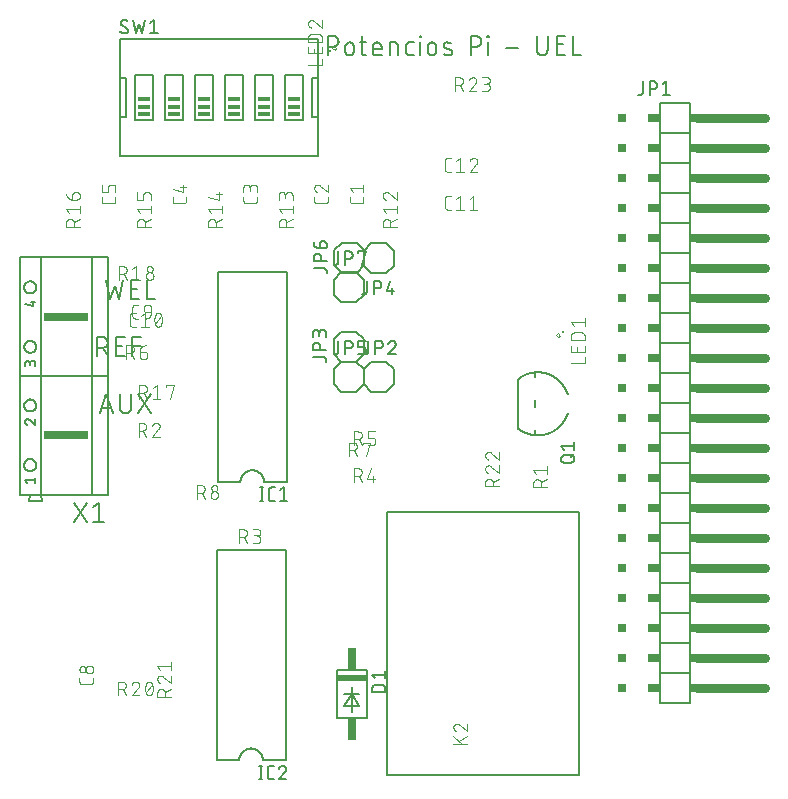
<source format=gbr>
G04 EAGLE Gerber RS-274X export*
G75*
%MOMM*%
%FSLAX34Y34*%
%LPD*%
%INSilkscreen Top*%
%IPPOS*%
%AMOC8*
5,1,8,0,0,1.08239X$1,22.5*%
G01*
%ADD10C,0.152400*%
%ADD11C,0.101600*%
%ADD12R,2.540000X0.508000*%
%ADD13R,0.762000X1.905000*%
%ADD14C,0.127000*%
%ADD15C,0.762000*%
%ADD16R,0.508000X0.762000*%
%ADD17R,1.016000X0.762000*%
%ADD18R,0.762000X0.762000*%
%ADD19C,0.203200*%
%ADD20R,1.016000X0.381000*%
%ADD21R,3.810000X0.762000*%
%ADD22C,0.177800*%
%ADD23C,0.063400*%
%ADD24C,0.250000*%


D10*
X269820Y816982D02*
X269820Y833238D01*
X274336Y833238D01*
X274469Y833236D01*
X274601Y833230D01*
X274733Y833220D01*
X274865Y833207D01*
X274997Y833189D01*
X275127Y833168D01*
X275258Y833143D01*
X275387Y833114D01*
X275515Y833081D01*
X275643Y833045D01*
X275769Y833005D01*
X275894Y832961D01*
X276018Y832913D01*
X276140Y832862D01*
X276261Y832807D01*
X276380Y832749D01*
X276498Y832687D01*
X276613Y832622D01*
X276727Y832553D01*
X276838Y832482D01*
X276947Y832406D01*
X277054Y832328D01*
X277159Y832247D01*
X277261Y832162D01*
X277361Y832075D01*
X277458Y831985D01*
X277553Y831892D01*
X277644Y831796D01*
X277733Y831698D01*
X277819Y831597D01*
X277902Y831493D01*
X277982Y831387D01*
X278058Y831279D01*
X278132Y831169D01*
X278202Y831056D01*
X278269Y830942D01*
X278332Y830825D01*
X278392Y830707D01*
X278449Y830587D01*
X278502Y830465D01*
X278551Y830342D01*
X278597Y830218D01*
X278639Y830092D01*
X278677Y829965D01*
X278712Y829837D01*
X278743Y829708D01*
X278770Y829579D01*
X278793Y829448D01*
X278813Y829317D01*
X278828Y829185D01*
X278840Y829053D01*
X278848Y828921D01*
X278852Y828788D01*
X278852Y828656D01*
X278848Y828523D01*
X278840Y828391D01*
X278828Y828259D01*
X278813Y828127D01*
X278793Y827996D01*
X278770Y827865D01*
X278743Y827736D01*
X278712Y827607D01*
X278677Y827479D01*
X278639Y827352D01*
X278597Y827226D01*
X278551Y827102D01*
X278502Y826979D01*
X278449Y826857D01*
X278392Y826737D01*
X278332Y826619D01*
X278269Y826502D01*
X278202Y826388D01*
X278132Y826275D01*
X278058Y826165D01*
X277982Y826057D01*
X277902Y825951D01*
X277819Y825847D01*
X277733Y825746D01*
X277644Y825648D01*
X277553Y825552D01*
X277458Y825459D01*
X277361Y825369D01*
X277261Y825282D01*
X277159Y825197D01*
X277054Y825116D01*
X276947Y825038D01*
X276838Y824962D01*
X276727Y824891D01*
X276613Y824822D01*
X276498Y824757D01*
X276380Y824695D01*
X276261Y824637D01*
X276140Y824582D01*
X276018Y824531D01*
X275894Y824483D01*
X275769Y824439D01*
X275643Y824399D01*
X275515Y824363D01*
X275387Y824330D01*
X275258Y824301D01*
X275127Y824276D01*
X274997Y824255D01*
X274865Y824237D01*
X274733Y824224D01*
X274601Y824214D01*
X274469Y824208D01*
X274336Y824206D01*
X274336Y824207D02*
X269820Y824207D01*
X284580Y824207D02*
X284580Y820594D01*
X284581Y824207D02*
X284583Y824326D01*
X284589Y824446D01*
X284599Y824565D01*
X284613Y824683D01*
X284630Y824802D01*
X284652Y824919D01*
X284677Y825036D01*
X284707Y825151D01*
X284740Y825266D01*
X284777Y825380D01*
X284817Y825492D01*
X284862Y825603D01*
X284910Y825712D01*
X284961Y825820D01*
X285016Y825926D01*
X285075Y826030D01*
X285137Y826132D01*
X285202Y826232D01*
X285271Y826330D01*
X285343Y826426D01*
X285418Y826519D01*
X285495Y826609D01*
X285576Y826697D01*
X285660Y826782D01*
X285747Y826864D01*
X285836Y826944D01*
X285928Y827020D01*
X286022Y827094D01*
X286119Y827164D01*
X286217Y827231D01*
X286318Y827295D01*
X286422Y827355D01*
X286527Y827412D01*
X286634Y827465D01*
X286742Y827515D01*
X286852Y827561D01*
X286964Y827603D01*
X287077Y827642D01*
X287191Y827677D01*
X287306Y827708D01*
X287423Y827736D01*
X287540Y827759D01*
X287657Y827779D01*
X287776Y827795D01*
X287895Y827807D01*
X288014Y827815D01*
X288133Y827819D01*
X288253Y827819D01*
X288372Y827815D01*
X288491Y827807D01*
X288610Y827795D01*
X288729Y827779D01*
X288846Y827759D01*
X288963Y827736D01*
X289080Y827708D01*
X289195Y827677D01*
X289309Y827642D01*
X289422Y827603D01*
X289534Y827561D01*
X289644Y827515D01*
X289752Y827465D01*
X289859Y827412D01*
X289964Y827355D01*
X290068Y827295D01*
X290169Y827231D01*
X290267Y827164D01*
X290364Y827094D01*
X290458Y827020D01*
X290550Y826944D01*
X290639Y826864D01*
X290726Y826782D01*
X290810Y826697D01*
X290891Y826609D01*
X290968Y826519D01*
X291043Y826426D01*
X291115Y826330D01*
X291184Y826232D01*
X291249Y826132D01*
X291311Y826030D01*
X291370Y825926D01*
X291425Y825820D01*
X291476Y825712D01*
X291524Y825603D01*
X291569Y825492D01*
X291609Y825380D01*
X291646Y825266D01*
X291679Y825151D01*
X291709Y825036D01*
X291734Y824919D01*
X291756Y824802D01*
X291773Y824683D01*
X291787Y824565D01*
X291797Y824446D01*
X291803Y824326D01*
X291805Y824207D01*
X291805Y820594D01*
X291803Y820475D01*
X291797Y820355D01*
X291787Y820236D01*
X291773Y820118D01*
X291756Y819999D01*
X291734Y819882D01*
X291709Y819765D01*
X291679Y819650D01*
X291646Y819535D01*
X291609Y819421D01*
X291569Y819309D01*
X291524Y819198D01*
X291476Y819089D01*
X291425Y818981D01*
X291370Y818875D01*
X291311Y818771D01*
X291249Y818669D01*
X291184Y818569D01*
X291115Y818471D01*
X291043Y818375D01*
X290968Y818282D01*
X290891Y818192D01*
X290810Y818104D01*
X290726Y818019D01*
X290639Y817937D01*
X290550Y817857D01*
X290458Y817781D01*
X290364Y817707D01*
X290267Y817637D01*
X290169Y817570D01*
X290068Y817506D01*
X289964Y817446D01*
X289859Y817389D01*
X289752Y817336D01*
X289644Y817286D01*
X289534Y817240D01*
X289422Y817198D01*
X289309Y817159D01*
X289195Y817124D01*
X289080Y817093D01*
X288963Y817065D01*
X288846Y817042D01*
X288729Y817022D01*
X288610Y817006D01*
X288491Y816994D01*
X288372Y816986D01*
X288253Y816982D01*
X288133Y816982D01*
X288014Y816986D01*
X287895Y816994D01*
X287776Y817006D01*
X287657Y817022D01*
X287540Y817042D01*
X287423Y817065D01*
X287306Y817093D01*
X287191Y817124D01*
X287077Y817159D01*
X286964Y817198D01*
X286852Y817240D01*
X286742Y817286D01*
X286634Y817336D01*
X286527Y817389D01*
X286422Y817446D01*
X286318Y817506D01*
X286217Y817570D01*
X286119Y817637D01*
X286022Y817707D01*
X285928Y817781D01*
X285836Y817857D01*
X285747Y817937D01*
X285660Y818019D01*
X285576Y818104D01*
X285495Y818192D01*
X285418Y818282D01*
X285343Y818375D01*
X285271Y818471D01*
X285202Y818569D01*
X285137Y818669D01*
X285075Y818771D01*
X285016Y818875D01*
X284961Y818981D01*
X284910Y819089D01*
X284862Y819198D01*
X284817Y819309D01*
X284777Y819421D01*
X284740Y819535D01*
X284707Y819650D01*
X284677Y819765D01*
X284652Y819882D01*
X284630Y819999D01*
X284613Y820118D01*
X284599Y820236D01*
X284589Y820355D01*
X284583Y820475D01*
X284581Y820594D01*
X296830Y827819D02*
X302249Y827819D01*
X298636Y833238D02*
X298636Y819691D01*
X298637Y819691D02*
X298639Y819590D01*
X298645Y819489D01*
X298654Y819388D01*
X298667Y819287D01*
X298684Y819187D01*
X298705Y819088D01*
X298729Y818990D01*
X298757Y818893D01*
X298789Y818796D01*
X298824Y818701D01*
X298863Y818608D01*
X298905Y818516D01*
X298951Y818425D01*
X299000Y818337D01*
X299052Y818250D01*
X299108Y818165D01*
X299166Y818082D01*
X299228Y818002D01*
X299293Y817924D01*
X299360Y817848D01*
X299430Y817775D01*
X299503Y817705D01*
X299579Y817638D01*
X299657Y817573D01*
X299737Y817511D01*
X299820Y817453D01*
X299905Y817397D01*
X299992Y817345D01*
X300080Y817296D01*
X300171Y817250D01*
X300263Y817208D01*
X300356Y817169D01*
X300451Y817134D01*
X300548Y817102D01*
X300645Y817074D01*
X300743Y817050D01*
X300842Y817029D01*
X300942Y817012D01*
X301043Y816999D01*
X301144Y816990D01*
X301245Y816984D01*
X301346Y816982D01*
X302249Y816982D01*
X310737Y816982D02*
X315252Y816982D01*
X310737Y816982D02*
X310636Y816984D01*
X310535Y816990D01*
X310434Y816999D01*
X310333Y817012D01*
X310233Y817029D01*
X310134Y817050D01*
X310036Y817074D01*
X309939Y817102D01*
X309842Y817134D01*
X309747Y817169D01*
X309654Y817208D01*
X309562Y817250D01*
X309471Y817296D01*
X309383Y817345D01*
X309296Y817397D01*
X309211Y817453D01*
X309128Y817511D01*
X309048Y817573D01*
X308970Y817638D01*
X308894Y817705D01*
X308821Y817775D01*
X308751Y817848D01*
X308684Y817924D01*
X308619Y818002D01*
X308557Y818082D01*
X308499Y818165D01*
X308443Y818250D01*
X308391Y818337D01*
X308342Y818425D01*
X308296Y818516D01*
X308254Y818608D01*
X308215Y818701D01*
X308180Y818796D01*
X308148Y818893D01*
X308120Y818990D01*
X308096Y819088D01*
X308075Y819187D01*
X308058Y819287D01*
X308045Y819388D01*
X308036Y819489D01*
X308030Y819590D01*
X308028Y819691D01*
X308027Y819691D02*
X308027Y824207D01*
X308028Y824207D02*
X308030Y824326D01*
X308036Y824446D01*
X308046Y824565D01*
X308060Y824683D01*
X308077Y824802D01*
X308099Y824919D01*
X308124Y825036D01*
X308154Y825151D01*
X308187Y825266D01*
X308224Y825380D01*
X308264Y825492D01*
X308309Y825603D01*
X308357Y825712D01*
X308408Y825820D01*
X308463Y825926D01*
X308522Y826030D01*
X308584Y826132D01*
X308649Y826232D01*
X308718Y826330D01*
X308790Y826426D01*
X308865Y826519D01*
X308942Y826609D01*
X309023Y826697D01*
X309107Y826782D01*
X309194Y826864D01*
X309283Y826944D01*
X309375Y827020D01*
X309469Y827094D01*
X309566Y827164D01*
X309664Y827231D01*
X309765Y827295D01*
X309869Y827355D01*
X309974Y827412D01*
X310081Y827465D01*
X310189Y827515D01*
X310299Y827561D01*
X310411Y827603D01*
X310524Y827642D01*
X310638Y827677D01*
X310753Y827708D01*
X310870Y827736D01*
X310987Y827759D01*
X311104Y827779D01*
X311223Y827795D01*
X311342Y827807D01*
X311461Y827815D01*
X311580Y827819D01*
X311700Y827819D01*
X311819Y827815D01*
X311938Y827807D01*
X312057Y827795D01*
X312176Y827779D01*
X312293Y827759D01*
X312410Y827736D01*
X312527Y827708D01*
X312642Y827677D01*
X312756Y827642D01*
X312869Y827603D01*
X312981Y827561D01*
X313091Y827515D01*
X313199Y827465D01*
X313306Y827412D01*
X313411Y827355D01*
X313515Y827295D01*
X313616Y827231D01*
X313714Y827164D01*
X313811Y827094D01*
X313905Y827020D01*
X313997Y826944D01*
X314086Y826864D01*
X314173Y826782D01*
X314257Y826697D01*
X314338Y826609D01*
X314415Y826519D01*
X314490Y826426D01*
X314562Y826330D01*
X314631Y826232D01*
X314696Y826132D01*
X314758Y826030D01*
X314817Y825926D01*
X314872Y825820D01*
X314923Y825712D01*
X314971Y825603D01*
X315016Y825492D01*
X315056Y825380D01*
X315093Y825266D01*
X315126Y825151D01*
X315156Y825036D01*
X315181Y824919D01*
X315203Y824802D01*
X315220Y824683D01*
X315234Y824565D01*
X315244Y824446D01*
X315250Y824326D01*
X315252Y824207D01*
X315252Y822401D01*
X308027Y822401D01*
X322095Y816982D02*
X322095Y827819D01*
X326611Y827819D01*
X326715Y827817D01*
X326818Y827811D01*
X326922Y827801D01*
X327025Y827787D01*
X327127Y827769D01*
X327228Y827748D01*
X327329Y827722D01*
X327428Y827693D01*
X327527Y827660D01*
X327624Y827623D01*
X327719Y827582D01*
X327813Y827538D01*
X327905Y827490D01*
X327995Y827439D01*
X328084Y827384D01*
X328170Y827326D01*
X328253Y827264D01*
X328335Y827200D01*
X328413Y827132D01*
X328489Y827062D01*
X328563Y826989D01*
X328633Y826912D01*
X328701Y826834D01*
X328765Y826752D01*
X328827Y826669D01*
X328885Y826583D01*
X328940Y826494D01*
X328991Y826404D01*
X329039Y826312D01*
X329083Y826218D01*
X329124Y826123D01*
X329161Y826026D01*
X329194Y825927D01*
X329223Y825828D01*
X329249Y825727D01*
X329270Y825626D01*
X329288Y825524D01*
X329302Y825421D01*
X329312Y825317D01*
X329318Y825214D01*
X329320Y825110D01*
X329320Y816982D01*
X338890Y816982D02*
X342503Y816982D01*
X338890Y816982D02*
X338789Y816984D01*
X338688Y816990D01*
X338587Y816999D01*
X338486Y817012D01*
X338386Y817029D01*
X338287Y817050D01*
X338189Y817074D01*
X338092Y817102D01*
X337995Y817134D01*
X337900Y817169D01*
X337807Y817208D01*
X337715Y817250D01*
X337624Y817296D01*
X337536Y817345D01*
X337449Y817397D01*
X337364Y817453D01*
X337281Y817511D01*
X337201Y817573D01*
X337123Y817638D01*
X337047Y817705D01*
X336974Y817775D01*
X336904Y817848D01*
X336837Y817924D01*
X336772Y818002D01*
X336710Y818082D01*
X336652Y818165D01*
X336596Y818250D01*
X336544Y818337D01*
X336495Y818425D01*
X336449Y818516D01*
X336407Y818608D01*
X336368Y818701D01*
X336333Y818796D01*
X336301Y818893D01*
X336273Y818990D01*
X336249Y819088D01*
X336228Y819187D01*
X336211Y819287D01*
X336198Y819388D01*
X336189Y819489D01*
X336183Y819590D01*
X336181Y819691D01*
X336181Y825110D01*
X336183Y825211D01*
X336189Y825312D01*
X336198Y825413D01*
X336211Y825514D01*
X336228Y825614D01*
X336249Y825713D01*
X336273Y825811D01*
X336301Y825908D01*
X336333Y826005D01*
X336368Y826100D01*
X336407Y826193D01*
X336449Y826285D01*
X336495Y826376D01*
X336544Y826465D01*
X336596Y826551D01*
X336652Y826636D01*
X336710Y826719D01*
X336772Y826799D01*
X336837Y826877D01*
X336904Y826953D01*
X336974Y827026D01*
X337047Y827096D01*
X337123Y827163D01*
X337201Y827228D01*
X337281Y827290D01*
X337364Y827348D01*
X337449Y827404D01*
X337536Y827456D01*
X337624Y827505D01*
X337715Y827551D01*
X337807Y827593D01*
X337900Y827632D01*
X337995Y827667D01*
X338092Y827699D01*
X338189Y827727D01*
X338287Y827751D01*
X338386Y827772D01*
X338486Y827789D01*
X338587Y827802D01*
X338688Y827811D01*
X338789Y827817D01*
X338890Y827819D01*
X342503Y827819D01*
X348112Y827819D02*
X348112Y816982D01*
X347661Y832335D02*
X347661Y833238D01*
X348564Y833238D01*
X348564Y832335D01*
X347661Y832335D01*
X354400Y824207D02*
X354400Y820594D01*
X354400Y824207D02*
X354402Y824326D01*
X354408Y824446D01*
X354418Y824565D01*
X354432Y824683D01*
X354449Y824802D01*
X354471Y824919D01*
X354496Y825036D01*
X354526Y825151D01*
X354559Y825266D01*
X354596Y825380D01*
X354636Y825492D01*
X354681Y825603D01*
X354729Y825712D01*
X354780Y825820D01*
X354835Y825926D01*
X354894Y826030D01*
X354956Y826132D01*
X355021Y826232D01*
X355090Y826330D01*
X355162Y826426D01*
X355237Y826519D01*
X355314Y826609D01*
X355395Y826697D01*
X355479Y826782D01*
X355566Y826864D01*
X355655Y826944D01*
X355747Y827020D01*
X355841Y827094D01*
X355938Y827164D01*
X356036Y827231D01*
X356137Y827295D01*
X356241Y827355D01*
X356346Y827412D01*
X356453Y827465D01*
X356561Y827515D01*
X356671Y827561D01*
X356783Y827603D01*
X356896Y827642D01*
X357010Y827677D01*
X357125Y827708D01*
X357242Y827736D01*
X357359Y827759D01*
X357476Y827779D01*
X357595Y827795D01*
X357714Y827807D01*
X357833Y827815D01*
X357952Y827819D01*
X358072Y827819D01*
X358191Y827815D01*
X358310Y827807D01*
X358429Y827795D01*
X358548Y827779D01*
X358665Y827759D01*
X358782Y827736D01*
X358899Y827708D01*
X359014Y827677D01*
X359128Y827642D01*
X359241Y827603D01*
X359353Y827561D01*
X359463Y827515D01*
X359571Y827465D01*
X359678Y827412D01*
X359783Y827355D01*
X359887Y827295D01*
X359988Y827231D01*
X360086Y827164D01*
X360183Y827094D01*
X360277Y827020D01*
X360369Y826944D01*
X360458Y826864D01*
X360545Y826782D01*
X360629Y826697D01*
X360710Y826609D01*
X360787Y826519D01*
X360862Y826426D01*
X360934Y826330D01*
X361003Y826232D01*
X361068Y826132D01*
X361130Y826030D01*
X361189Y825926D01*
X361244Y825820D01*
X361295Y825712D01*
X361343Y825603D01*
X361388Y825492D01*
X361428Y825380D01*
X361465Y825266D01*
X361498Y825151D01*
X361528Y825036D01*
X361553Y824919D01*
X361575Y824802D01*
X361592Y824683D01*
X361606Y824565D01*
X361616Y824446D01*
X361622Y824326D01*
X361624Y824207D01*
X361625Y824207D02*
X361625Y820594D01*
X361624Y820594D02*
X361622Y820475D01*
X361616Y820355D01*
X361606Y820236D01*
X361592Y820118D01*
X361575Y819999D01*
X361553Y819882D01*
X361528Y819765D01*
X361498Y819650D01*
X361465Y819535D01*
X361428Y819421D01*
X361388Y819309D01*
X361343Y819198D01*
X361295Y819089D01*
X361244Y818981D01*
X361189Y818875D01*
X361130Y818771D01*
X361068Y818669D01*
X361003Y818569D01*
X360934Y818471D01*
X360862Y818375D01*
X360787Y818282D01*
X360710Y818192D01*
X360629Y818104D01*
X360545Y818019D01*
X360458Y817937D01*
X360369Y817857D01*
X360277Y817781D01*
X360183Y817707D01*
X360086Y817637D01*
X359988Y817570D01*
X359887Y817506D01*
X359783Y817446D01*
X359678Y817389D01*
X359571Y817336D01*
X359463Y817286D01*
X359353Y817240D01*
X359241Y817198D01*
X359128Y817159D01*
X359014Y817124D01*
X358899Y817093D01*
X358782Y817065D01*
X358665Y817042D01*
X358548Y817022D01*
X358429Y817006D01*
X358310Y816994D01*
X358191Y816986D01*
X358072Y816982D01*
X357952Y816982D01*
X357833Y816986D01*
X357714Y816994D01*
X357595Y817006D01*
X357476Y817022D01*
X357359Y817042D01*
X357242Y817065D01*
X357125Y817093D01*
X357010Y817124D01*
X356896Y817159D01*
X356783Y817198D01*
X356671Y817240D01*
X356561Y817286D01*
X356453Y817336D01*
X356346Y817389D01*
X356241Y817446D01*
X356137Y817506D01*
X356036Y817570D01*
X355938Y817637D01*
X355841Y817707D01*
X355747Y817781D01*
X355655Y817857D01*
X355566Y817937D01*
X355479Y818019D01*
X355395Y818104D01*
X355314Y818192D01*
X355237Y818282D01*
X355162Y818375D01*
X355090Y818471D01*
X355021Y818569D01*
X354956Y818669D01*
X354894Y818771D01*
X354835Y818875D01*
X354780Y818981D01*
X354729Y819089D01*
X354681Y819198D01*
X354636Y819309D01*
X354596Y819421D01*
X354559Y819535D01*
X354526Y819650D01*
X354496Y819765D01*
X354471Y819882D01*
X354449Y819999D01*
X354432Y820118D01*
X354418Y820236D01*
X354408Y820355D01*
X354402Y820475D01*
X354400Y820594D01*
X369302Y823304D02*
X373817Y821498D01*
X369301Y823304D02*
X369213Y823341D01*
X369127Y823382D01*
X369042Y823426D01*
X368959Y823474D01*
X368879Y823525D01*
X368800Y823579D01*
X368724Y823637D01*
X368650Y823697D01*
X368578Y823761D01*
X368510Y823827D01*
X368444Y823897D01*
X368381Y823968D01*
X368320Y824043D01*
X368263Y824119D01*
X368210Y824198D01*
X368159Y824279D01*
X368112Y824362D01*
X368068Y824447D01*
X368028Y824534D01*
X367991Y824622D01*
X367958Y824712D01*
X367928Y824803D01*
X367903Y824895D01*
X367881Y824988D01*
X367863Y825082D01*
X367848Y825176D01*
X367838Y825271D01*
X367832Y825367D01*
X367829Y825462D01*
X367830Y825558D01*
X367836Y825653D01*
X367845Y825749D01*
X367858Y825843D01*
X367874Y825937D01*
X367895Y826031D01*
X367920Y826123D01*
X367948Y826214D01*
X367980Y826304D01*
X368015Y826393D01*
X368054Y826480D01*
X368097Y826566D01*
X368143Y826650D01*
X368193Y826731D01*
X368245Y826811D01*
X368301Y826889D01*
X368361Y826964D01*
X368423Y827036D01*
X368488Y827106D01*
X368556Y827174D01*
X368626Y827238D01*
X368699Y827300D01*
X368775Y827358D01*
X368853Y827414D01*
X368933Y827466D01*
X369015Y827515D01*
X369099Y827560D01*
X369185Y827602D01*
X369272Y827641D01*
X369361Y827676D01*
X369452Y827707D01*
X369543Y827734D01*
X369636Y827758D01*
X369729Y827778D01*
X369823Y827794D01*
X369918Y827806D01*
X370013Y827815D01*
X370109Y827819D01*
X370204Y827820D01*
X370451Y827813D01*
X370697Y827801D01*
X370943Y827783D01*
X371189Y827758D01*
X371433Y827728D01*
X371677Y827692D01*
X371920Y827651D01*
X372162Y827603D01*
X372403Y827549D01*
X372642Y827490D01*
X372880Y827425D01*
X373116Y827354D01*
X373351Y827278D01*
X373584Y827196D01*
X373814Y827108D01*
X374042Y827015D01*
X374269Y826917D01*
X373817Y821497D02*
X373905Y821460D01*
X373991Y821419D01*
X374076Y821375D01*
X374159Y821327D01*
X374239Y821276D01*
X374318Y821222D01*
X374394Y821164D01*
X374468Y821104D01*
X374540Y821040D01*
X374608Y820974D01*
X374674Y820904D01*
X374737Y820833D01*
X374798Y820758D01*
X374855Y820682D01*
X374908Y820603D01*
X374959Y820522D01*
X375006Y820439D01*
X375050Y820354D01*
X375090Y820267D01*
X375127Y820179D01*
X375160Y820089D01*
X375190Y819998D01*
X375215Y819906D01*
X375237Y819813D01*
X375255Y819719D01*
X375270Y819625D01*
X375280Y819530D01*
X375286Y819434D01*
X375289Y819339D01*
X375288Y819243D01*
X375282Y819148D01*
X375273Y819052D01*
X375260Y818958D01*
X375244Y818864D01*
X375223Y818770D01*
X375198Y818678D01*
X375170Y818587D01*
X375138Y818497D01*
X375103Y818408D01*
X375064Y818321D01*
X375021Y818235D01*
X374975Y818151D01*
X374925Y818070D01*
X374873Y817990D01*
X374817Y817912D01*
X374757Y817837D01*
X374695Y817765D01*
X374630Y817695D01*
X374562Y817627D01*
X374492Y817563D01*
X374419Y817501D01*
X374343Y817443D01*
X374265Y817387D01*
X374185Y817335D01*
X374103Y817286D01*
X374019Y817241D01*
X373933Y817199D01*
X373846Y817160D01*
X373757Y817125D01*
X373666Y817094D01*
X373575Y817067D01*
X373482Y817043D01*
X373389Y817023D01*
X373295Y817007D01*
X373200Y816995D01*
X373105Y816986D01*
X373009Y816982D01*
X372914Y816981D01*
X372914Y816982D02*
X372552Y816991D01*
X372190Y817009D01*
X371829Y817036D01*
X371469Y817071D01*
X371109Y817114D01*
X370750Y817166D01*
X370393Y817227D01*
X370038Y817296D01*
X369684Y817373D01*
X369332Y817459D01*
X368982Y817553D01*
X368634Y817656D01*
X368289Y817766D01*
X367947Y817885D01*
X390702Y816982D02*
X390702Y833238D01*
X395217Y833238D01*
X395350Y833236D01*
X395482Y833230D01*
X395614Y833220D01*
X395746Y833207D01*
X395878Y833189D01*
X396008Y833168D01*
X396139Y833143D01*
X396268Y833114D01*
X396396Y833081D01*
X396524Y833045D01*
X396650Y833005D01*
X396775Y832961D01*
X396899Y832913D01*
X397021Y832862D01*
X397142Y832807D01*
X397261Y832749D01*
X397379Y832687D01*
X397494Y832622D01*
X397608Y832553D01*
X397719Y832482D01*
X397828Y832406D01*
X397935Y832328D01*
X398040Y832247D01*
X398142Y832162D01*
X398242Y832075D01*
X398339Y831985D01*
X398434Y831892D01*
X398525Y831796D01*
X398614Y831698D01*
X398700Y831597D01*
X398783Y831493D01*
X398863Y831387D01*
X398939Y831279D01*
X399013Y831169D01*
X399083Y831056D01*
X399150Y830942D01*
X399213Y830825D01*
X399273Y830707D01*
X399330Y830587D01*
X399383Y830465D01*
X399432Y830342D01*
X399478Y830218D01*
X399520Y830092D01*
X399558Y829965D01*
X399593Y829837D01*
X399624Y829708D01*
X399651Y829579D01*
X399674Y829448D01*
X399694Y829317D01*
X399709Y829185D01*
X399721Y829053D01*
X399729Y828921D01*
X399733Y828788D01*
X399733Y828656D01*
X399729Y828523D01*
X399721Y828391D01*
X399709Y828259D01*
X399694Y828127D01*
X399674Y827996D01*
X399651Y827865D01*
X399624Y827736D01*
X399593Y827607D01*
X399558Y827479D01*
X399520Y827352D01*
X399478Y827226D01*
X399432Y827102D01*
X399383Y826979D01*
X399330Y826857D01*
X399273Y826737D01*
X399213Y826619D01*
X399150Y826502D01*
X399083Y826388D01*
X399013Y826275D01*
X398939Y826165D01*
X398863Y826057D01*
X398783Y825951D01*
X398700Y825847D01*
X398614Y825746D01*
X398525Y825648D01*
X398434Y825552D01*
X398339Y825459D01*
X398242Y825369D01*
X398142Y825282D01*
X398040Y825197D01*
X397935Y825116D01*
X397828Y825038D01*
X397719Y824962D01*
X397608Y824891D01*
X397494Y824822D01*
X397379Y824757D01*
X397261Y824695D01*
X397142Y824637D01*
X397021Y824582D01*
X396899Y824531D01*
X396775Y824483D01*
X396650Y824439D01*
X396524Y824399D01*
X396396Y824363D01*
X396268Y824330D01*
X396139Y824301D01*
X396008Y824276D01*
X395878Y824255D01*
X395746Y824237D01*
X395614Y824224D01*
X395482Y824214D01*
X395350Y824208D01*
X395217Y824206D01*
X395217Y824207D02*
X390702Y824207D01*
X405427Y827819D02*
X405427Y816982D01*
X404975Y832335D02*
X404975Y833238D01*
X405879Y833238D01*
X405879Y832335D01*
X404975Y832335D01*
X420329Y823304D02*
X431166Y823304D01*
X446763Y821498D02*
X446763Y833238D01*
X446762Y821498D02*
X446764Y821365D01*
X446770Y821233D01*
X446780Y821101D01*
X446793Y820969D01*
X446811Y820837D01*
X446832Y820707D01*
X446857Y820576D01*
X446886Y820447D01*
X446919Y820319D01*
X446955Y820191D01*
X446995Y820065D01*
X447039Y819940D01*
X447087Y819816D01*
X447138Y819694D01*
X447193Y819573D01*
X447251Y819454D01*
X447313Y819336D01*
X447378Y819221D01*
X447447Y819107D01*
X447518Y818996D01*
X447594Y818887D01*
X447672Y818780D01*
X447753Y818675D01*
X447838Y818573D01*
X447925Y818473D01*
X448015Y818376D01*
X448108Y818281D01*
X448204Y818190D01*
X448302Y818101D01*
X448403Y818015D01*
X448507Y817932D01*
X448613Y817852D01*
X448721Y817776D01*
X448831Y817702D01*
X448944Y817632D01*
X449058Y817565D01*
X449175Y817502D01*
X449293Y817442D01*
X449413Y817385D01*
X449535Y817332D01*
X449658Y817283D01*
X449782Y817237D01*
X449908Y817195D01*
X450035Y817157D01*
X450163Y817122D01*
X450292Y817091D01*
X450421Y817064D01*
X450552Y817041D01*
X450683Y817021D01*
X450815Y817006D01*
X450947Y816994D01*
X451079Y816986D01*
X451212Y816982D01*
X451344Y816982D01*
X451477Y816986D01*
X451609Y816994D01*
X451741Y817006D01*
X451873Y817021D01*
X452004Y817041D01*
X452135Y817064D01*
X452264Y817091D01*
X452393Y817122D01*
X452521Y817157D01*
X452648Y817195D01*
X452774Y817237D01*
X452898Y817283D01*
X453021Y817332D01*
X453143Y817385D01*
X453263Y817442D01*
X453381Y817502D01*
X453498Y817565D01*
X453612Y817632D01*
X453725Y817702D01*
X453835Y817776D01*
X453943Y817852D01*
X454049Y817932D01*
X454153Y818015D01*
X454254Y818101D01*
X454352Y818190D01*
X454448Y818281D01*
X454541Y818376D01*
X454631Y818473D01*
X454718Y818573D01*
X454803Y818675D01*
X454884Y818780D01*
X454962Y818887D01*
X455038Y818996D01*
X455109Y819107D01*
X455178Y819221D01*
X455243Y819336D01*
X455305Y819454D01*
X455363Y819573D01*
X455418Y819694D01*
X455469Y819816D01*
X455517Y819940D01*
X455561Y820065D01*
X455601Y820191D01*
X455637Y820319D01*
X455670Y820447D01*
X455699Y820576D01*
X455724Y820707D01*
X455745Y820837D01*
X455763Y820969D01*
X455776Y821101D01*
X455786Y821233D01*
X455792Y821365D01*
X455794Y821498D01*
X455794Y833238D01*
X463466Y816982D02*
X470691Y816982D01*
X463466Y816982D02*
X463466Y833238D01*
X470691Y833238D01*
X468885Y826013D02*
X463466Y826013D01*
X477013Y833238D02*
X477013Y816982D01*
X484238Y816982D01*
X82042Y626618D02*
X85654Y610362D01*
X89267Y621199D01*
X92879Y610362D01*
X96492Y626618D01*
X103018Y610362D02*
X110242Y610362D01*
X103018Y610362D02*
X103018Y626618D01*
X110242Y626618D01*
X108436Y619393D02*
X103018Y619393D01*
X116565Y626618D02*
X116565Y610362D01*
X123790Y610362D01*
X82381Y530098D02*
X76962Y513842D01*
X87799Y513842D02*
X82381Y530098D01*
X86445Y517906D02*
X78317Y517906D01*
X94017Y518358D02*
X94017Y530098D01*
X94017Y518358D02*
X94019Y518225D01*
X94025Y518093D01*
X94035Y517961D01*
X94048Y517829D01*
X94066Y517697D01*
X94087Y517567D01*
X94112Y517436D01*
X94141Y517307D01*
X94174Y517179D01*
X94210Y517051D01*
X94250Y516925D01*
X94294Y516800D01*
X94342Y516676D01*
X94393Y516554D01*
X94448Y516433D01*
X94506Y516314D01*
X94568Y516196D01*
X94633Y516081D01*
X94702Y515967D01*
X94773Y515856D01*
X94849Y515747D01*
X94927Y515640D01*
X95008Y515535D01*
X95093Y515433D01*
X95180Y515333D01*
X95270Y515236D01*
X95363Y515141D01*
X95459Y515050D01*
X95557Y514961D01*
X95658Y514875D01*
X95762Y514792D01*
X95868Y514712D01*
X95976Y514636D01*
X96086Y514562D01*
X96199Y514492D01*
X96313Y514425D01*
X96430Y514362D01*
X96548Y514302D01*
X96668Y514245D01*
X96790Y514192D01*
X96913Y514143D01*
X97037Y514097D01*
X97163Y514055D01*
X97290Y514017D01*
X97418Y513982D01*
X97547Y513951D01*
X97676Y513924D01*
X97807Y513901D01*
X97938Y513881D01*
X98070Y513866D01*
X98202Y513854D01*
X98334Y513846D01*
X98467Y513842D01*
X98599Y513842D01*
X98732Y513846D01*
X98864Y513854D01*
X98996Y513866D01*
X99128Y513881D01*
X99259Y513901D01*
X99390Y513924D01*
X99519Y513951D01*
X99648Y513982D01*
X99776Y514017D01*
X99903Y514055D01*
X100029Y514097D01*
X100153Y514143D01*
X100276Y514192D01*
X100398Y514245D01*
X100518Y514302D01*
X100636Y514362D01*
X100753Y514425D01*
X100867Y514492D01*
X100980Y514562D01*
X101090Y514636D01*
X101198Y514712D01*
X101304Y514792D01*
X101408Y514875D01*
X101509Y514961D01*
X101607Y515050D01*
X101703Y515141D01*
X101796Y515236D01*
X101886Y515333D01*
X101973Y515433D01*
X102058Y515535D01*
X102139Y515640D01*
X102217Y515747D01*
X102293Y515856D01*
X102364Y515967D01*
X102433Y516081D01*
X102498Y516196D01*
X102560Y516314D01*
X102618Y516433D01*
X102673Y516554D01*
X102724Y516676D01*
X102772Y516800D01*
X102816Y516925D01*
X102856Y517051D01*
X102892Y517179D01*
X102925Y517307D01*
X102954Y517436D01*
X102979Y517567D01*
X103000Y517697D01*
X103018Y517829D01*
X103031Y517961D01*
X103041Y518093D01*
X103047Y518225D01*
X103049Y518358D01*
X103049Y530098D01*
X120104Y530098D02*
X109267Y513842D01*
X120104Y513842D02*
X109267Y530098D01*
X74422Y562102D02*
X74422Y578358D01*
X78938Y578358D01*
X79071Y578356D01*
X79203Y578350D01*
X79335Y578340D01*
X79467Y578327D01*
X79599Y578309D01*
X79729Y578288D01*
X79860Y578263D01*
X79989Y578234D01*
X80117Y578201D01*
X80245Y578165D01*
X80371Y578125D01*
X80496Y578081D01*
X80620Y578033D01*
X80742Y577982D01*
X80863Y577927D01*
X80982Y577869D01*
X81100Y577807D01*
X81215Y577742D01*
X81329Y577673D01*
X81440Y577602D01*
X81549Y577526D01*
X81656Y577448D01*
X81761Y577367D01*
X81863Y577282D01*
X81963Y577195D01*
X82060Y577105D01*
X82155Y577012D01*
X82246Y576916D01*
X82335Y576818D01*
X82421Y576717D01*
X82504Y576613D01*
X82584Y576507D01*
X82660Y576399D01*
X82734Y576289D01*
X82804Y576176D01*
X82871Y576062D01*
X82934Y575945D01*
X82994Y575827D01*
X83051Y575707D01*
X83104Y575585D01*
X83153Y575462D01*
X83199Y575338D01*
X83241Y575212D01*
X83279Y575085D01*
X83314Y574957D01*
X83345Y574828D01*
X83372Y574699D01*
X83395Y574568D01*
X83415Y574437D01*
X83430Y574305D01*
X83442Y574173D01*
X83450Y574041D01*
X83454Y573908D01*
X83454Y573776D01*
X83450Y573643D01*
X83442Y573511D01*
X83430Y573379D01*
X83415Y573247D01*
X83395Y573116D01*
X83372Y572985D01*
X83345Y572856D01*
X83314Y572727D01*
X83279Y572599D01*
X83241Y572472D01*
X83199Y572346D01*
X83153Y572222D01*
X83104Y572099D01*
X83051Y571977D01*
X82994Y571857D01*
X82934Y571739D01*
X82871Y571622D01*
X82804Y571508D01*
X82734Y571395D01*
X82660Y571285D01*
X82584Y571177D01*
X82504Y571071D01*
X82421Y570967D01*
X82335Y570866D01*
X82246Y570768D01*
X82155Y570672D01*
X82060Y570579D01*
X81963Y570489D01*
X81863Y570402D01*
X81761Y570317D01*
X81656Y570236D01*
X81549Y570158D01*
X81440Y570082D01*
X81329Y570011D01*
X81215Y569942D01*
X81100Y569877D01*
X80982Y569815D01*
X80863Y569757D01*
X80742Y569702D01*
X80620Y569651D01*
X80496Y569603D01*
X80371Y569559D01*
X80245Y569519D01*
X80117Y569483D01*
X79989Y569450D01*
X79860Y569421D01*
X79729Y569396D01*
X79599Y569375D01*
X79467Y569357D01*
X79335Y569344D01*
X79203Y569334D01*
X79071Y569328D01*
X78938Y569326D01*
X78938Y569327D02*
X74422Y569327D01*
X79841Y569327D02*
X83453Y562102D01*
X90513Y562102D02*
X97737Y562102D01*
X90513Y562102D02*
X90513Y578358D01*
X97737Y578358D01*
X95931Y571133D02*
X90513Y571133D01*
X104060Y578358D02*
X104060Y562102D01*
X104060Y578358D02*
X111284Y578358D01*
X111284Y571133D02*
X104060Y571133D01*
D11*
X299972Y693979D02*
X299972Y696576D01*
X299972Y693979D02*
X299970Y693880D01*
X299964Y693780D01*
X299955Y693681D01*
X299942Y693583D01*
X299925Y693485D01*
X299904Y693387D01*
X299879Y693291D01*
X299851Y693196D01*
X299819Y693102D01*
X299784Y693009D01*
X299745Y692917D01*
X299702Y692827D01*
X299657Y692739D01*
X299607Y692652D01*
X299555Y692568D01*
X299499Y692485D01*
X299441Y692405D01*
X299379Y692327D01*
X299314Y692252D01*
X299246Y692179D01*
X299176Y692109D01*
X299103Y692041D01*
X299028Y691976D01*
X298950Y691914D01*
X298870Y691856D01*
X298787Y691800D01*
X298703Y691748D01*
X298616Y691698D01*
X298528Y691653D01*
X298438Y691610D01*
X298346Y691571D01*
X298253Y691536D01*
X298159Y691504D01*
X298064Y691476D01*
X297968Y691451D01*
X297870Y691430D01*
X297772Y691413D01*
X297674Y691400D01*
X297575Y691391D01*
X297475Y691385D01*
X297376Y691383D01*
X290884Y691383D01*
X290884Y691382D02*
X290785Y691384D01*
X290685Y691390D01*
X290586Y691399D01*
X290488Y691412D01*
X290390Y691430D01*
X290292Y691450D01*
X290196Y691475D01*
X290100Y691503D01*
X290006Y691535D01*
X289913Y691570D01*
X289822Y691609D01*
X289732Y691652D01*
X289643Y691697D01*
X289557Y691747D01*
X289472Y691799D01*
X289390Y691855D01*
X289310Y691914D01*
X289232Y691975D01*
X289156Y692040D01*
X289083Y692108D01*
X289013Y692178D01*
X288945Y692251D01*
X288880Y692327D01*
X288819Y692405D01*
X288760Y692485D01*
X288704Y692567D01*
X288652Y692652D01*
X288603Y692738D01*
X288557Y692827D01*
X288514Y692917D01*
X288475Y693008D01*
X288440Y693101D01*
X288408Y693195D01*
X288380Y693291D01*
X288355Y693387D01*
X288335Y693485D01*
X288317Y693583D01*
X288304Y693681D01*
X288295Y693780D01*
X288289Y693879D01*
X288287Y693979D01*
X288288Y693979D02*
X288288Y696576D01*
X290884Y700941D02*
X288288Y704186D01*
X299972Y704186D01*
X299972Y700941D02*
X299972Y707432D01*
X269972Y696576D02*
X269972Y693979D01*
X269970Y693880D01*
X269964Y693780D01*
X269955Y693681D01*
X269942Y693583D01*
X269925Y693485D01*
X269904Y693387D01*
X269879Y693291D01*
X269851Y693196D01*
X269819Y693102D01*
X269784Y693009D01*
X269745Y692917D01*
X269702Y692827D01*
X269657Y692739D01*
X269607Y692652D01*
X269555Y692568D01*
X269499Y692485D01*
X269441Y692405D01*
X269379Y692327D01*
X269314Y692252D01*
X269246Y692179D01*
X269176Y692109D01*
X269103Y692041D01*
X269028Y691976D01*
X268950Y691914D01*
X268870Y691856D01*
X268787Y691800D01*
X268703Y691748D01*
X268616Y691698D01*
X268528Y691653D01*
X268438Y691610D01*
X268346Y691571D01*
X268253Y691536D01*
X268159Y691504D01*
X268064Y691476D01*
X267968Y691451D01*
X267870Y691430D01*
X267772Y691413D01*
X267674Y691400D01*
X267575Y691391D01*
X267475Y691385D01*
X267376Y691383D01*
X260884Y691383D01*
X260884Y691382D02*
X260785Y691384D01*
X260685Y691390D01*
X260586Y691399D01*
X260488Y691412D01*
X260390Y691430D01*
X260292Y691450D01*
X260196Y691475D01*
X260100Y691503D01*
X260006Y691535D01*
X259913Y691570D01*
X259822Y691609D01*
X259732Y691652D01*
X259643Y691697D01*
X259557Y691747D01*
X259472Y691799D01*
X259390Y691855D01*
X259310Y691914D01*
X259232Y691975D01*
X259156Y692040D01*
X259083Y692108D01*
X259013Y692178D01*
X258945Y692251D01*
X258880Y692327D01*
X258819Y692405D01*
X258760Y692485D01*
X258704Y692567D01*
X258652Y692652D01*
X258603Y692738D01*
X258557Y692827D01*
X258514Y692917D01*
X258475Y693008D01*
X258440Y693101D01*
X258408Y693195D01*
X258380Y693291D01*
X258355Y693387D01*
X258335Y693485D01*
X258317Y693583D01*
X258304Y693681D01*
X258295Y693780D01*
X258289Y693879D01*
X258287Y693979D01*
X258288Y693979D02*
X258288Y696576D01*
X258288Y704511D02*
X258290Y704618D01*
X258296Y704724D01*
X258306Y704830D01*
X258319Y704936D01*
X258337Y705042D01*
X258358Y705146D01*
X258383Y705250D01*
X258412Y705353D01*
X258444Y705454D01*
X258481Y705554D01*
X258521Y705653D01*
X258564Y705751D01*
X258611Y705847D01*
X258662Y705941D01*
X258716Y706033D01*
X258773Y706123D01*
X258833Y706211D01*
X258897Y706296D01*
X258964Y706379D01*
X259034Y706460D01*
X259106Y706538D01*
X259182Y706614D01*
X259260Y706686D01*
X259341Y706756D01*
X259424Y706823D01*
X259509Y706887D01*
X259597Y706947D01*
X259687Y707004D01*
X259779Y707058D01*
X259873Y707109D01*
X259969Y707156D01*
X260067Y707199D01*
X260166Y707239D01*
X260266Y707276D01*
X260367Y707308D01*
X260470Y707337D01*
X260574Y707362D01*
X260678Y707383D01*
X260784Y707401D01*
X260890Y707414D01*
X260996Y707424D01*
X261102Y707430D01*
X261209Y707432D01*
X258288Y704511D02*
X258290Y704390D01*
X258296Y704269D01*
X258306Y704149D01*
X258319Y704028D01*
X258337Y703909D01*
X258358Y703789D01*
X258383Y703671D01*
X258412Y703554D01*
X258445Y703437D01*
X258481Y703322D01*
X258522Y703208D01*
X258565Y703095D01*
X258613Y702983D01*
X258664Y702874D01*
X258719Y702766D01*
X258777Y702659D01*
X258838Y702555D01*
X258903Y702453D01*
X258971Y702353D01*
X259042Y702255D01*
X259116Y702159D01*
X259193Y702066D01*
X259274Y701976D01*
X259357Y701888D01*
X259443Y701803D01*
X259532Y701720D01*
X259623Y701641D01*
X259717Y701564D01*
X259813Y701491D01*
X259911Y701421D01*
X260012Y701354D01*
X260115Y701290D01*
X260220Y701230D01*
X260327Y701172D01*
X260435Y701119D01*
X260545Y701069D01*
X260657Y701023D01*
X260770Y700980D01*
X260885Y700941D01*
X263481Y706458D02*
X263403Y706537D01*
X263323Y706613D01*
X263240Y706686D01*
X263154Y706756D01*
X263067Y706823D01*
X262976Y706887D01*
X262884Y706947D01*
X262790Y707005D01*
X262693Y707059D01*
X262595Y707109D01*
X262495Y707156D01*
X262394Y707200D01*
X262291Y707240D01*
X262186Y707276D01*
X262081Y707308D01*
X261974Y707337D01*
X261867Y707362D01*
X261758Y707384D01*
X261649Y707401D01*
X261540Y707415D01*
X261430Y707424D01*
X261319Y707430D01*
X261209Y707432D01*
X263481Y706458D02*
X269972Y700941D01*
X269972Y707432D01*
X209972Y696576D02*
X209972Y693979D01*
X209970Y693880D01*
X209964Y693780D01*
X209955Y693681D01*
X209942Y693583D01*
X209925Y693485D01*
X209904Y693387D01*
X209879Y693291D01*
X209851Y693196D01*
X209819Y693102D01*
X209784Y693009D01*
X209745Y692917D01*
X209702Y692827D01*
X209657Y692739D01*
X209607Y692652D01*
X209555Y692568D01*
X209499Y692485D01*
X209441Y692405D01*
X209379Y692327D01*
X209314Y692252D01*
X209246Y692179D01*
X209176Y692109D01*
X209103Y692041D01*
X209028Y691976D01*
X208950Y691914D01*
X208870Y691856D01*
X208787Y691800D01*
X208703Y691748D01*
X208616Y691698D01*
X208528Y691653D01*
X208438Y691610D01*
X208346Y691571D01*
X208253Y691536D01*
X208159Y691504D01*
X208064Y691476D01*
X207968Y691451D01*
X207870Y691430D01*
X207772Y691413D01*
X207674Y691400D01*
X207575Y691391D01*
X207475Y691385D01*
X207376Y691383D01*
X200884Y691383D01*
X200884Y691382D02*
X200785Y691384D01*
X200685Y691390D01*
X200586Y691399D01*
X200488Y691412D01*
X200390Y691430D01*
X200292Y691450D01*
X200196Y691475D01*
X200100Y691503D01*
X200006Y691535D01*
X199913Y691570D01*
X199822Y691609D01*
X199732Y691652D01*
X199643Y691697D01*
X199557Y691747D01*
X199472Y691799D01*
X199390Y691855D01*
X199310Y691914D01*
X199232Y691975D01*
X199156Y692040D01*
X199083Y692108D01*
X199013Y692178D01*
X198945Y692251D01*
X198880Y692327D01*
X198819Y692405D01*
X198760Y692485D01*
X198704Y692567D01*
X198652Y692652D01*
X198603Y692738D01*
X198557Y692827D01*
X198514Y692917D01*
X198475Y693008D01*
X198440Y693101D01*
X198408Y693195D01*
X198380Y693291D01*
X198355Y693387D01*
X198335Y693485D01*
X198317Y693583D01*
X198304Y693681D01*
X198295Y693780D01*
X198289Y693879D01*
X198287Y693979D01*
X198288Y693979D02*
X198288Y696576D01*
X209972Y700941D02*
X209972Y704186D01*
X209970Y704299D01*
X209964Y704412D01*
X209954Y704525D01*
X209940Y704638D01*
X209923Y704750D01*
X209901Y704861D01*
X209876Y704971D01*
X209846Y705081D01*
X209813Y705189D01*
X209776Y705296D01*
X209736Y705402D01*
X209691Y705506D01*
X209643Y705609D01*
X209592Y705710D01*
X209537Y705809D01*
X209479Y705906D01*
X209417Y706001D01*
X209352Y706094D01*
X209284Y706184D01*
X209213Y706272D01*
X209138Y706358D01*
X209061Y706441D01*
X208981Y706521D01*
X208898Y706598D01*
X208812Y706673D01*
X208724Y706744D01*
X208634Y706812D01*
X208541Y706877D01*
X208446Y706939D01*
X208349Y706997D01*
X208250Y707052D01*
X208149Y707103D01*
X208046Y707151D01*
X207942Y707196D01*
X207836Y707236D01*
X207729Y707273D01*
X207621Y707306D01*
X207511Y707336D01*
X207401Y707361D01*
X207290Y707383D01*
X207178Y707400D01*
X207065Y707414D01*
X206952Y707424D01*
X206839Y707430D01*
X206726Y707432D01*
X206613Y707430D01*
X206500Y707424D01*
X206387Y707414D01*
X206274Y707400D01*
X206162Y707383D01*
X206051Y707361D01*
X205941Y707336D01*
X205831Y707306D01*
X205723Y707273D01*
X205616Y707236D01*
X205510Y707196D01*
X205406Y707151D01*
X205303Y707103D01*
X205202Y707052D01*
X205103Y706997D01*
X205006Y706939D01*
X204911Y706877D01*
X204818Y706812D01*
X204728Y706744D01*
X204640Y706673D01*
X204554Y706598D01*
X204471Y706521D01*
X204391Y706441D01*
X204314Y706358D01*
X204239Y706272D01*
X204168Y706184D01*
X204100Y706094D01*
X204035Y706001D01*
X203973Y705906D01*
X203915Y705809D01*
X203860Y705710D01*
X203809Y705609D01*
X203761Y705506D01*
X203716Y705402D01*
X203676Y705296D01*
X203639Y705189D01*
X203606Y705081D01*
X203576Y704971D01*
X203551Y704861D01*
X203529Y704750D01*
X203512Y704638D01*
X203498Y704525D01*
X203488Y704412D01*
X203482Y704299D01*
X203480Y704186D01*
X198288Y704836D02*
X198288Y700941D01*
X198288Y704836D02*
X198290Y704937D01*
X198296Y705037D01*
X198306Y705137D01*
X198319Y705237D01*
X198337Y705336D01*
X198358Y705435D01*
X198383Y705532D01*
X198412Y705629D01*
X198445Y705724D01*
X198481Y705818D01*
X198521Y705910D01*
X198564Y706001D01*
X198611Y706090D01*
X198661Y706177D01*
X198715Y706263D01*
X198772Y706346D01*
X198832Y706426D01*
X198895Y706505D01*
X198962Y706581D01*
X199031Y706654D01*
X199103Y706724D01*
X199177Y706792D01*
X199254Y706857D01*
X199334Y706918D01*
X199416Y706977D01*
X199500Y707032D01*
X199586Y707084D01*
X199674Y707133D01*
X199764Y707178D01*
X199856Y707220D01*
X199949Y707258D01*
X200044Y707292D01*
X200139Y707323D01*
X200236Y707350D01*
X200334Y707373D01*
X200433Y707393D01*
X200533Y707408D01*
X200633Y707420D01*
X200733Y707428D01*
X200834Y707432D01*
X200934Y707432D01*
X201035Y707428D01*
X201135Y707420D01*
X201235Y707408D01*
X201335Y707393D01*
X201434Y707373D01*
X201532Y707350D01*
X201629Y707323D01*
X201724Y707292D01*
X201819Y707258D01*
X201912Y707220D01*
X202004Y707178D01*
X202094Y707133D01*
X202182Y707084D01*
X202268Y707032D01*
X202352Y706977D01*
X202434Y706918D01*
X202514Y706857D01*
X202591Y706792D01*
X202665Y706724D01*
X202737Y706654D01*
X202806Y706581D01*
X202873Y706505D01*
X202936Y706426D01*
X202996Y706346D01*
X203053Y706263D01*
X203107Y706177D01*
X203157Y706090D01*
X203204Y706001D01*
X203247Y705910D01*
X203287Y705818D01*
X203323Y705724D01*
X203356Y705629D01*
X203385Y705532D01*
X203410Y705435D01*
X203431Y705336D01*
X203449Y705237D01*
X203462Y705137D01*
X203472Y705037D01*
X203478Y704937D01*
X203480Y704836D01*
X203481Y704836D02*
X203481Y702239D01*
X149972Y696576D02*
X149972Y693979D01*
X149970Y693880D01*
X149964Y693780D01*
X149955Y693681D01*
X149942Y693583D01*
X149925Y693485D01*
X149904Y693387D01*
X149879Y693291D01*
X149851Y693196D01*
X149819Y693102D01*
X149784Y693009D01*
X149745Y692917D01*
X149702Y692827D01*
X149657Y692739D01*
X149607Y692652D01*
X149555Y692568D01*
X149499Y692485D01*
X149441Y692405D01*
X149379Y692327D01*
X149314Y692252D01*
X149246Y692179D01*
X149176Y692109D01*
X149103Y692041D01*
X149028Y691976D01*
X148950Y691914D01*
X148870Y691856D01*
X148787Y691800D01*
X148703Y691748D01*
X148616Y691698D01*
X148528Y691653D01*
X148438Y691610D01*
X148346Y691571D01*
X148253Y691536D01*
X148159Y691504D01*
X148064Y691476D01*
X147968Y691451D01*
X147870Y691430D01*
X147772Y691413D01*
X147674Y691400D01*
X147575Y691391D01*
X147475Y691385D01*
X147376Y691383D01*
X140884Y691383D01*
X140884Y691382D02*
X140785Y691384D01*
X140685Y691390D01*
X140586Y691399D01*
X140488Y691412D01*
X140390Y691430D01*
X140292Y691450D01*
X140196Y691475D01*
X140100Y691503D01*
X140006Y691535D01*
X139913Y691570D01*
X139822Y691609D01*
X139732Y691652D01*
X139643Y691697D01*
X139557Y691747D01*
X139472Y691799D01*
X139390Y691855D01*
X139310Y691914D01*
X139232Y691975D01*
X139156Y692040D01*
X139083Y692108D01*
X139013Y692178D01*
X138945Y692251D01*
X138880Y692327D01*
X138819Y692405D01*
X138760Y692485D01*
X138704Y692567D01*
X138652Y692652D01*
X138603Y692738D01*
X138557Y692827D01*
X138514Y692917D01*
X138475Y693008D01*
X138440Y693101D01*
X138408Y693195D01*
X138380Y693291D01*
X138355Y693387D01*
X138335Y693485D01*
X138317Y693583D01*
X138304Y693681D01*
X138295Y693780D01*
X138289Y693879D01*
X138287Y693979D01*
X138288Y693979D02*
X138288Y696576D01*
X138288Y703537D02*
X147376Y700941D01*
X147376Y707432D01*
X144779Y705485D02*
X149972Y705485D01*
X89972Y696576D02*
X89972Y693979D01*
X89970Y693880D01*
X89964Y693780D01*
X89955Y693681D01*
X89942Y693583D01*
X89925Y693485D01*
X89904Y693387D01*
X89879Y693291D01*
X89851Y693196D01*
X89819Y693102D01*
X89784Y693009D01*
X89745Y692917D01*
X89702Y692827D01*
X89657Y692739D01*
X89607Y692652D01*
X89555Y692568D01*
X89499Y692485D01*
X89441Y692405D01*
X89379Y692327D01*
X89314Y692252D01*
X89246Y692179D01*
X89176Y692109D01*
X89103Y692041D01*
X89028Y691976D01*
X88950Y691914D01*
X88870Y691856D01*
X88787Y691800D01*
X88703Y691748D01*
X88616Y691698D01*
X88528Y691653D01*
X88438Y691610D01*
X88346Y691571D01*
X88253Y691536D01*
X88159Y691504D01*
X88064Y691476D01*
X87968Y691451D01*
X87870Y691430D01*
X87772Y691413D01*
X87674Y691400D01*
X87575Y691391D01*
X87475Y691385D01*
X87376Y691383D01*
X80884Y691383D01*
X80884Y691382D02*
X80785Y691384D01*
X80685Y691390D01*
X80586Y691399D01*
X80488Y691412D01*
X80390Y691430D01*
X80292Y691450D01*
X80196Y691475D01*
X80100Y691503D01*
X80006Y691535D01*
X79913Y691570D01*
X79822Y691609D01*
X79732Y691652D01*
X79643Y691697D01*
X79557Y691747D01*
X79472Y691799D01*
X79390Y691855D01*
X79310Y691914D01*
X79232Y691975D01*
X79156Y692040D01*
X79083Y692108D01*
X79013Y692178D01*
X78945Y692251D01*
X78880Y692327D01*
X78819Y692405D01*
X78760Y692485D01*
X78704Y692567D01*
X78652Y692652D01*
X78603Y692738D01*
X78557Y692827D01*
X78514Y692917D01*
X78475Y693008D01*
X78440Y693101D01*
X78408Y693195D01*
X78380Y693291D01*
X78355Y693387D01*
X78335Y693485D01*
X78317Y693583D01*
X78304Y693681D01*
X78295Y693780D01*
X78289Y693879D01*
X78287Y693979D01*
X78288Y693979D02*
X78288Y696576D01*
X89972Y700941D02*
X89972Y704836D01*
X89970Y704935D01*
X89964Y705035D01*
X89955Y705134D01*
X89942Y705232D01*
X89925Y705330D01*
X89904Y705428D01*
X89879Y705524D01*
X89851Y705619D01*
X89819Y705713D01*
X89784Y705806D01*
X89745Y705898D01*
X89702Y705988D01*
X89657Y706076D01*
X89607Y706163D01*
X89555Y706247D01*
X89499Y706330D01*
X89441Y706410D01*
X89379Y706488D01*
X89314Y706563D01*
X89246Y706636D01*
X89176Y706706D01*
X89103Y706774D01*
X89028Y706839D01*
X88950Y706901D01*
X88870Y706959D01*
X88787Y707015D01*
X88703Y707067D01*
X88616Y707117D01*
X88528Y707162D01*
X88438Y707205D01*
X88346Y707244D01*
X88253Y707279D01*
X88159Y707311D01*
X88064Y707339D01*
X87968Y707364D01*
X87870Y707385D01*
X87772Y707402D01*
X87674Y707415D01*
X87575Y707424D01*
X87475Y707430D01*
X87376Y707432D01*
X86077Y707432D01*
X85978Y707430D01*
X85878Y707424D01*
X85779Y707415D01*
X85681Y707402D01*
X85583Y707385D01*
X85485Y707364D01*
X85389Y707339D01*
X85294Y707311D01*
X85200Y707279D01*
X85107Y707244D01*
X85015Y707205D01*
X84925Y707162D01*
X84837Y707117D01*
X84750Y707067D01*
X84666Y707015D01*
X84583Y706959D01*
X84503Y706901D01*
X84425Y706839D01*
X84350Y706774D01*
X84277Y706706D01*
X84207Y706636D01*
X84139Y706563D01*
X84074Y706488D01*
X84012Y706410D01*
X83954Y706330D01*
X83898Y706247D01*
X83846Y706163D01*
X83796Y706076D01*
X83751Y705988D01*
X83708Y705898D01*
X83669Y705806D01*
X83634Y705713D01*
X83602Y705619D01*
X83574Y705524D01*
X83549Y705428D01*
X83528Y705330D01*
X83511Y705232D01*
X83498Y705134D01*
X83489Y705035D01*
X83483Y704935D01*
X83481Y704836D01*
X83481Y700941D01*
X78288Y700941D01*
X78288Y707432D01*
D10*
X277300Y296320D02*
X277300Y255680D01*
X302700Y255680D01*
X302700Y296320D01*
X277300Y296320D01*
X290000Y282350D02*
X290000Y276000D01*
X296350Y265840D02*
X283650Y265840D01*
X290000Y276000D01*
X290000Y260760D01*
X296350Y265840D02*
X290000Y276000D01*
X296350Y276000D01*
X290000Y276000D02*
X283650Y276000D01*
D12*
X290000Y289970D03*
D13*
X290000Y246155D03*
X290000Y305845D03*
D14*
X307145Y277524D02*
X318575Y277524D01*
X307145Y277524D02*
X307145Y280699D01*
X307147Y280810D01*
X307153Y280920D01*
X307162Y281031D01*
X307176Y281141D01*
X307193Y281250D01*
X307214Y281359D01*
X307239Y281467D01*
X307268Y281574D01*
X307300Y281680D01*
X307336Y281785D01*
X307376Y281888D01*
X307419Y281990D01*
X307466Y282091D01*
X307517Y282190D01*
X307570Y282287D01*
X307627Y282381D01*
X307688Y282474D01*
X307751Y282565D01*
X307818Y282654D01*
X307888Y282740D01*
X307961Y282823D01*
X308036Y282905D01*
X308114Y282983D01*
X308196Y283058D01*
X308279Y283131D01*
X308365Y283201D01*
X308454Y283268D01*
X308545Y283331D01*
X308638Y283392D01*
X308733Y283449D01*
X308829Y283502D01*
X308928Y283553D01*
X309029Y283600D01*
X309131Y283643D01*
X309234Y283683D01*
X309339Y283719D01*
X309445Y283751D01*
X309552Y283780D01*
X309660Y283805D01*
X309769Y283826D01*
X309878Y283843D01*
X309988Y283857D01*
X310099Y283866D01*
X310209Y283872D01*
X310320Y283874D01*
X315400Y283874D01*
X315511Y283872D01*
X315621Y283866D01*
X315732Y283857D01*
X315842Y283843D01*
X315951Y283826D01*
X316060Y283805D01*
X316168Y283780D01*
X316275Y283751D01*
X316381Y283719D01*
X316486Y283683D01*
X316589Y283643D01*
X316691Y283600D01*
X316792Y283553D01*
X316891Y283502D01*
X316988Y283449D01*
X317082Y283392D01*
X317175Y283331D01*
X317266Y283268D01*
X317355Y283201D01*
X317441Y283131D01*
X317524Y283058D01*
X317606Y282983D01*
X317684Y282905D01*
X317759Y282823D01*
X317832Y282740D01*
X317902Y282654D01*
X317969Y282565D01*
X318032Y282474D01*
X318093Y282381D01*
X318150Y282287D01*
X318203Y282190D01*
X318254Y282091D01*
X318301Y281990D01*
X318344Y281888D01*
X318384Y281785D01*
X318420Y281680D01*
X318452Y281574D01*
X318481Y281467D01*
X318506Y281359D01*
X318527Y281250D01*
X318544Y281141D01*
X318558Y281031D01*
X318567Y280920D01*
X318573Y280810D01*
X318575Y280699D01*
X318575Y277524D01*
X309685Y289335D02*
X307145Y292510D01*
X318575Y292510D01*
X318575Y289335D02*
X318575Y295685D01*
D10*
X176590Y455400D02*
X176590Y633200D01*
X235010Y633200D02*
X235010Y455400D01*
X235010Y633200D02*
X176590Y633200D01*
X176590Y455400D02*
X195640Y455400D01*
X215960Y455400D02*
X235010Y455400D01*
X215960Y455400D02*
X215957Y455647D01*
X215948Y455895D01*
X215933Y456142D01*
X215912Y456388D01*
X215885Y456634D01*
X215852Y456879D01*
X215813Y457124D01*
X215768Y457367D01*
X215717Y457609D01*
X215660Y457850D01*
X215598Y458089D01*
X215529Y458327D01*
X215455Y458563D01*
X215375Y458797D01*
X215290Y459029D01*
X215198Y459259D01*
X215102Y459487D01*
X214999Y459712D01*
X214892Y459935D01*
X214778Y460155D01*
X214660Y460372D01*
X214536Y460587D01*
X214407Y460798D01*
X214273Y461006D01*
X214134Y461211D01*
X213990Y461412D01*
X213842Y461610D01*
X213688Y461804D01*
X213530Y461994D01*
X213367Y462180D01*
X213200Y462362D01*
X213028Y462540D01*
X212852Y462714D01*
X212672Y462884D01*
X212487Y463049D01*
X212299Y463209D01*
X212107Y463365D01*
X211911Y463517D01*
X211712Y463663D01*
X211509Y463805D01*
X211302Y463941D01*
X211093Y464073D01*
X210880Y464199D01*
X210664Y464320D01*
X210446Y464436D01*
X210224Y464546D01*
X210000Y464651D01*
X209774Y464751D01*
X209545Y464845D01*
X209314Y464933D01*
X209080Y465016D01*
X208845Y465093D01*
X208608Y465164D01*
X208370Y465230D01*
X208130Y465289D01*
X207888Y465343D01*
X207645Y465391D01*
X207402Y465433D01*
X207157Y465469D01*
X206911Y465499D01*
X206665Y465523D01*
X206418Y465541D01*
X206171Y465553D01*
X205924Y465559D01*
X205676Y465559D01*
X205429Y465553D01*
X205182Y465541D01*
X204935Y465523D01*
X204689Y465499D01*
X204443Y465469D01*
X204198Y465433D01*
X203955Y465391D01*
X203712Y465343D01*
X203470Y465289D01*
X203230Y465230D01*
X202992Y465164D01*
X202755Y465093D01*
X202520Y465016D01*
X202286Y464933D01*
X202055Y464845D01*
X201826Y464751D01*
X201600Y464651D01*
X201376Y464546D01*
X201154Y464436D01*
X200936Y464320D01*
X200720Y464199D01*
X200507Y464073D01*
X200298Y463941D01*
X200091Y463805D01*
X199888Y463663D01*
X199689Y463517D01*
X199493Y463365D01*
X199301Y463209D01*
X199113Y463049D01*
X198928Y462884D01*
X198748Y462714D01*
X198572Y462540D01*
X198400Y462362D01*
X198233Y462180D01*
X198070Y461994D01*
X197912Y461804D01*
X197758Y461610D01*
X197610Y461412D01*
X197466Y461211D01*
X197327Y461006D01*
X197193Y460798D01*
X197064Y460587D01*
X196940Y460372D01*
X196822Y460155D01*
X196708Y459935D01*
X196601Y459712D01*
X196498Y459487D01*
X196402Y459259D01*
X196310Y459029D01*
X196225Y458797D01*
X196145Y458563D01*
X196071Y458327D01*
X196002Y458089D01*
X195940Y457850D01*
X195883Y457609D01*
X195832Y457367D01*
X195787Y457124D01*
X195748Y456879D01*
X195715Y456634D01*
X195688Y456388D01*
X195667Y456142D01*
X195652Y455895D01*
X195643Y455647D01*
X195640Y455400D01*
D14*
X213801Y450955D02*
X213801Y439525D01*
X212531Y439525D02*
X215071Y439525D01*
X215071Y450955D02*
X212531Y450955D01*
X222273Y439525D02*
X224813Y439525D01*
X222273Y439525D02*
X222173Y439527D01*
X222074Y439533D01*
X221974Y439543D01*
X221876Y439556D01*
X221777Y439574D01*
X221680Y439595D01*
X221584Y439620D01*
X221488Y439649D01*
X221394Y439682D01*
X221301Y439718D01*
X221210Y439758D01*
X221120Y439802D01*
X221032Y439849D01*
X220946Y439899D01*
X220862Y439953D01*
X220780Y440010D01*
X220701Y440070D01*
X220623Y440134D01*
X220549Y440200D01*
X220477Y440269D01*
X220408Y440341D01*
X220342Y440415D01*
X220278Y440493D01*
X220218Y440572D01*
X220161Y440654D01*
X220107Y440738D01*
X220057Y440824D01*
X220010Y440912D01*
X219966Y441002D01*
X219926Y441093D01*
X219890Y441186D01*
X219857Y441280D01*
X219828Y441376D01*
X219803Y441472D01*
X219782Y441569D01*
X219764Y441668D01*
X219751Y441766D01*
X219741Y441866D01*
X219735Y441965D01*
X219733Y442065D01*
X219733Y448415D01*
X219735Y448515D01*
X219741Y448614D01*
X219751Y448714D01*
X219764Y448812D01*
X219782Y448911D01*
X219803Y449008D01*
X219828Y449104D01*
X219857Y449200D01*
X219890Y449294D01*
X219926Y449387D01*
X219966Y449478D01*
X220010Y449568D01*
X220057Y449656D01*
X220107Y449742D01*
X220161Y449826D01*
X220218Y449908D01*
X220278Y449987D01*
X220342Y450065D01*
X220408Y450139D01*
X220477Y450211D01*
X220549Y450280D01*
X220623Y450346D01*
X220701Y450410D01*
X220780Y450470D01*
X220862Y450527D01*
X220946Y450581D01*
X221032Y450631D01*
X221120Y450678D01*
X221210Y450722D01*
X221301Y450762D01*
X221394Y450798D01*
X221488Y450831D01*
X221584Y450860D01*
X221680Y450885D01*
X221777Y450906D01*
X221876Y450924D01*
X221974Y450937D01*
X222074Y450947D01*
X222173Y450953D01*
X222273Y450955D01*
X224813Y450955D01*
X229295Y448415D02*
X232470Y450955D01*
X232470Y439525D01*
X229295Y439525D02*
X235645Y439525D01*
D10*
X175590Y397600D02*
X175590Y219800D01*
X234010Y219800D02*
X234010Y397600D01*
X175590Y397600D01*
X175590Y219800D02*
X194640Y219800D01*
X214960Y219800D02*
X234010Y219800D01*
X214960Y219800D02*
X214957Y220047D01*
X214948Y220295D01*
X214933Y220542D01*
X214912Y220788D01*
X214885Y221034D01*
X214852Y221279D01*
X214813Y221524D01*
X214768Y221767D01*
X214717Y222009D01*
X214660Y222250D01*
X214598Y222489D01*
X214529Y222727D01*
X214455Y222963D01*
X214375Y223197D01*
X214290Y223429D01*
X214198Y223659D01*
X214102Y223887D01*
X213999Y224112D01*
X213892Y224335D01*
X213778Y224555D01*
X213660Y224772D01*
X213536Y224987D01*
X213407Y225198D01*
X213273Y225406D01*
X213134Y225611D01*
X212990Y225812D01*
X212842Y226010D01*
X212688Y226204D01*
X212530Y226394D01*
X212367Y226580D01*
X212200Y226762D01*
X212028Y226940D01*
X211852Y227114D01*
X211672Y227284D01*
X211487Y227449D01*
X211299Y227609D01*
X211107Y227765D01*
X210911Y227917D01*
X210712Y228063D01*
X210509Y228205D01*
X210302Y228341D01*
X210093Y228473D01*
X209880Y228599D01*
X209664Y228720D01*
X209446Y228836D01*
X209224Y228946D01*
X209000Y229051D01*
X208774Y229151D01*
X208545Y229245D01*
X208314Y229333D01*
X208080Y229416D01*
X207845Y229493D01*
X207608Y229564D01*
X207370Y229630D01*
X207130Y229689D01*
X206888Y229743D01*
X206645Y229791D01*
X206402Y229833D01*
X206157Y229869D01*
X205911Y229899D01*
X205665Y229923D01*
X205418Y229941D01*
X205171Y229953D01*
X204924Y229959D01*
X204676Y229959D01*
X204429Y229953D01*
X204182Y229941D01*
X203935Y229923D01*
X203689Y229899D01*
X203443Y229869D01*
X203198Y229833D01*
X202955Y229791D01*
X202712Y229743D01*
X202470Y229689D01*
X202230Y229630D01*
X201992Y229564D01*
X201755Y229493D01*
X201520Y229416D01*
X201286Y229333D01*
X201055Y229245D01*
X200826Y229151D01*
X200600Y229051D01*
X200376Y228946D01*
X200154Y228836D01*
X199936Y228720D01*
X199720Y228599D01*
X199507Y228473D01*
X199298Y228341D01*
X199091Y228205D01*
X198888Y228063D01*
X198689Y227917D01*
X198493Y227765D01*
X198301Y227609D01*
X198113Y227449D01*
X197928Y227284D01*
X197748Y227114D01*
X197572Y226940D01*
X197400Y226762D01*
X197233Y226580D01*
X197070Y226394D01*
X196912Y226204D01*
X196758Y226010D01*
X196610Y225812D01*
X196466Y225611D01*
X196327Y225406D01*
X196193Y225198D01*
X196064Y224987D01*
X195940Y224772D01*
X195822Y224555D01*
X195708Y224335D01*
X195601Y224112D01*
X195498Y223887D01*
X195402Y223659D01*
X195310Y223429D01*
X195225Y223197D01*
X195145Y222963D01*
X195071Y222727D01*
X195002Y222489D01*
X194940Y222250D01*
X194883Y222009D01*
X194832Y221767D01*
X194787Y221524D01*
X194748Y221279D01*
X194715Y221034D01*
X194688Y220788D01*
X194667Y220542D01*
X194652Y220295D01*
X194643Y220047D01*
X194640Y219800D01*
D14*
X212801Y215355D02*
X212801Y203925D01*
X211531Y203925D02*
X214071Y203925D01*
X214071Y215355D02*
X211531Y215355D01*
X221273Y203925D02*
X223813Y203925D01*
X221273Y203925D02*
X221173Y203927D01*
X221074Y203933D01*
X220974Y203943D01*
X220876Y203956D01*
X220777Y203974D01*
X220680Y203995D01*
X220584Y204020D01*
X220488Y204049D01*
X220394Y204082D01*
X220301Y204118D01*
X220210Y204158D01*
X220120Y204202D01*
X220032Y204249D01*
X219946Y204299D01*
X219862Y204353D01*
X219780Y204410D01*
X219701Y204470D01*
X219623Y204534D01*
X219549Y204600D01*
X219477Y204669D01*
X219408Y204741D01*
X219342Y204815D01*
X219278Y204893D01*
X219218Y204972D01*
X219161Y205054D01*
X219107Y205138D01*
X219057Y205224D01*
X219010Y205312D01*
X218966Y205402D01*
X218926Y205493D01*
X218890Y205586D01*
X218857Y205680D01*
X218828Y205776D01*
X218803Y205872D01*
X218782Y205969D01*
X218764Y206068D01*
X218751Y206166D01*
X218741Y206266D01*
X218735Y206365D01*
X218733Y206465D01*
X218733Y212815D01*
X218735Y212915D01*
X218741Y213014D01*
X218751Y213114D01*
X218764Y213212D01*
X218782Y213311D01*
X218803Y213408D01*
X218828Y213504D01*
X218857Y213600D01*
X218890Y213694D01*
X218926Y213787D01*
X218966Y213878D01*
X219010Y213968D01*
X219057Y214056D01*
X219107Y214142D01*
X219161Y214226D01*
X219218Y214308D01*
X219278Y214387D01*
X219342Y214465D01*
X219408Y214539D01*
X219477Y214611D01*
X219549Y214680D01*
X219623Y214746D01*
X219701Y214810D01*
X219780Y214870D01*
X219862Y214927D01*
X219946Y214981D01*
X220032Y215031D01*
X220120Y215078D01*
X220210Y215122D01*
X220301Y215162D01*
X220394Y215198D01*
X220488Y215231D01*
X220584Y215260D01*
X220680Y215285D01*
X220777Y215306D01*
X220876Y215324D01*
X220974Y215337D01*
X221074Y215347D01*
X221173Y215353D01*
X221273Y215355D01*
X223813Y215355D01*
X231788Y215356D02*
X231892Y215354D01*
X231997Y215348D01*
X232101Y215339D01*
X232204Y215326D01*
X232307Y215308D01*
X232409Y215288D01*
X232511Y215263D01*
X232611Y215235D01*
X232711Y215203D01*
X232809Y215167D01*
X232906Y215128D01*
X233001Y215086D01*
X233095Y215040D01*
X233187Y214990D01*
X233277Y214938D01*
X233365Y214882D01*
X233451Y214822D01*
X233535Y214760D01*
X233616Y214695D01*
X233695Y214627D01*
X233772Y214555D01*
X233845Y214482D01*
X233917Y214405D01*
X233985Y214326D01*
X234050Y214245D01*
X234112Y214161D01*
X234172Y214075D01*
X234228Y213987D01*
X234280Y213897D01*
X234330Y213805D01*
X234376Y213711D01*
X234418Y213616D01*
X234457Y213519D01*
X234493Y213421D01*
X234525Y213321D01*
X234553Y213221D01*
X234578Y213119D01*
X234598Y213017D01*
X234616Y212914D01*
X234629Y212811D01*
X234638Y212707D01*
X234644Y212602D01*
X234646Y212498D01*
X231788Y215355D02*
X231670Y215353D01*
X231551Y215347D01*
X231433Y215338D01*
X231316Y215325D01*
X231199Y215307D01*
X231082Y215287D01*
X230966Y215262D01*
X230851Y215234D01*
X230738Y215201D01*
X230625Y215166D01*
X230513Y215126D01*
X230403Y215084D01*
X230294Y215037D01*
X230186Y214987D01*
X230081Y214934D01*
X229977Y214877D01*
X229875Y214817D01*
X229775Y214754D01*
X229677Y214687D01*
X229581Y214618D01*
X229488Y214545D01*
X229397Y214469D01*
X229308Y214391D01*
X229222Y214309D01*
X229139Y214225D01*
X229058Y214139D01*
X228981Y214049D01*
X228906Y213958D01*
X228834Y213864D01*
X228765Y213767D01*
X228700Y213669D01*
X228637Y213568D01*
X228578Y213465D01*
X228522Y213361D01*
X228470Y213255D01*
X228421Y213147D01*
X228376Y213038D01*
X228334Y212927D01*
X228296Y212815D01*
X233693Y210276D02*
X233769Y210351D01*
X233844Y210430D01*
X233915Y210511D01*
X233984Y210595D01*
X234049Y210681D01*
X234111Y210769D01*
X234171Y210859D01*
X234227Y210951D01*
X234280Y211046D01*
X234329Y211142D01*
X234375Y211240D01*
X234418Y211339D01*
X234457Y211440D01*
X234492Y211542D01*
X234524Y211645D01*
X234552Y211749D01*
X234577Y211854D01*
X234598Y211961D01*
X234615Y212067D01*
X234628Y212174D01*
X234637Y212282D01*
X234643Y212390D01*
X234645Y212498D01*
X233693Y210275D02*
X228295Y203925D01*
X234645Y203925D01*
D10*
X550950Y751100D02*
X550950Y776500D01*
X550950Y751100D02*
X576350Y751100D01*
X576350Y776500D01*
X550950Y776500D01*
D15*
X582700Y763800D02*
X639850Y763800D01*
D10*
X550950Y751100D02*
X550950Y725700D01*
X576350Y725700D01*
X576350Y751100D01*
D15*
X582700Y738400D02*
X639850Y738400D01*
D10*
X550950Y725700D02*
X550950Y700300D01*
X576350Y700300D01*
X576350Y725700D01*
D15*
X582700Y713000D02*
X639850Y713000D01*
D10*
X550950Y700300D02*
X550950Y674900D01*
X576350Y674900D01*
X576350Y700300D01*
D15*
X582700Y687600D02*
X639850Y687600D01*
D10*
X550950Y674900D02*
X550950Y649500D01*
X576350Y649500D01*
X576350Y674900D01*
D15*
X582700Y662200D02*
X639850Y662200D01*
D10*
X550950Y649500D02*
X550950Y624100D01*
X576350Y624100D01*
X576350Y649500D01*
D15*
X582700Y636800D02*
X639850Y636800D01*
D10*
X550950Y624100D02*
X550950Y598700D01*
X576350Y598700D01*
X576350Y624100D01*
D15*
X582700Y611400D02*
X639850Y611400D01*
D10*
X550950Y598700D02*
X550950Y573300D01*
X576350Y573300D01*
X576350Y598700D01*
D15*
X582700Y586000D02*
X639850Y586000D01*
D10*
X550950Y573300D02*
X550950Y547900D01*
X576350Y547900D01*
X576350Y573300D01*
D15*
X582700Y560600D02*
X639850Y560600D01*
D10*
X550950Y547900D02*
X550950Y522500D01*
X576350Y522500D01*
X576350Y547900D01*
D15*
X582700Y535200D02*
X639850Y535200D01*
D10*
X550950Y522500D02*
X550950Y497100D01*
X576350Y497100D01*
X576350Y522500D01*
D15*
X582700Y509800D02*
X639850Y509800D01*
D10*
X550950Y497100D02*
X550950Y471700D01*
X576350Y471700D01*
X576350Y497100D01*
D15*
X582700Y484400D02*
X639850Y484400D01*
D10*
X550950Y471700D02*
X550950Y446300D01*
X576350Y446300D01*
X576350Y471700D01*
D15*
X582700Y459000D02*
X639850Y459000D01*
D10*
X550950Y446300D02*
X550950Y420900D01*
X576350Y420900D01*
X576350Y446300D01*
D15*
X582700Y433600D02*
X639850Y433600D01*
D10*
X550950Y420900D02*
X550950Y395500D01*
X576350Y395500D01*
X576350Y420900D01*
D15*
X582700Y408200D02*
X639850Y408200D01*
D10*
X550950Y395500D02*
X550950Y370100D01*
X576350Y370100D01*
X576350Y395500D01*
D15*
X582700Y382800D02*
X639850Y382800D01*
D10*
X550950Y370100D02*
X550950Y344700D01*
X576350Y344700D01*
X576350Y370100D01*
D15*
X582700Y357400D02*
X639850Y357400D01*
D10*
X550950Y344700D02*
X550950Y319300D01*
X576350Y319300D01*
X576350Y344700D01*
D15*
X582700Y332000D02*
X639850Y332000D01*
D10*
X550950Y319300D02*
X550950Y293900D01*
X576350Y293900D01*
X576350Y319300D01*
D15*
X582700Y306600D02*
X639850Y306600D01*
D10*
X550950Y293900D02*
X550950Y268500D01*
X576350Y268500D01*
X576350Y293900D01*
D15*
X582700Y281200D02*
X639850Y281200D01*
D16*
X578890Y763800D03*
X578890Y738400D03*
X578890Y713000D03*
X578890Y687600D03*
X578890Y662200D03*
X578890Y636800D03*
X578890Y611400D03*
X578890Y586000D03*
X578890Y560600D03*
X578890Y535200D03*
X578890Y509800D03*
X578890Y484400D03*
X578890Y459000D03*
X578890Y433600D03*
X578890Y408200D03*
X578890Y382800D03*
X578890Y357400D03*
X578890Y332000D03*
X578890Y306600D03*
X578890Y281200D03*
D17*
X545870Y763800D03*
X545870Y738400D03*
D18*
X519200Y763800D03*
X519200Y738400D03*
D17*
X545870Y713000D03*
X545870Y687600D03*
D18*
X519200Y713000D03*
X519200Y687600D03*
D17*
X545870Y662200D03*
D18*
X519200Y662200D03*
D17*
X545870Y636800D03*
X545870Y611400D03*
D18*
X519200Y636800D03*
X519200Y611400D03*
D17*
X545870Y586000D03*
X545870Y560600D03*
D18*
X519200Y586000D03*
X519200Y560600D03*
D17*
X545870Y535200D03*
D18*
X519200Y535200D03*
D17*
X545870Y509800D03*
X545870Y484400D03*
D18*
X519200Y509800D03*
X519200Y484400D03*
D17*
X545870Y459000D03*
X545870Y433600D03*
D18*
X519200Y459000D03*
X519200Y433600D03*
D17*
X545870Y408200D03*
D18*
X519200Y408200D03*
D17*
X545870Y382800D03*
X545870Y357400D03*
D18*
X519200Y382800D03*
X519200Y357400D03*
D17*
X545870Y332000D03*
X545870Y306600D03*
D18*
X519200Y332000D03*
X519200Y306600D03*
D17*
X545870Y281200D03*
D18*
X519200Y281200D03*
D14*
X536345Y786025D02*
X536345Y794915D01*
X536345Y786025D02*
X536343Y785925D01*
X536337Y785826D01*
X536327Y785726D01*
X536314Y785628D01*
X536296Y785529D01*
X536275Y785432D01*
X536250Y785336D01*
X536221Y785240D01*
X536188Y785146D01*
X536152Y785053D01*
X536112Y784962D01*
X536068Y784872D01*
X536021Y784784D01*
X535971Y784698D01*
X535917Y784614D01*
X535860Y784532D01*
X535800Y784453D01*
X535736Y784375D01*
X535670Y784301D01*
X535601Y784229D01*
X535529Y784160D01*
X535455Y784094D01*
X535377Y784030D01*
X535298Y783970D01*
X535216Y783913D01*
X535132Y783859D01*
X535046Y783809D01*
X534958Y783762D01*
X534868Y783718D01*
X534777Y783678D01*
X534684Y783642D01*
X534590Y783609D01*
X534494Y783580D01*
X534398Y783555D01*
X534301Y783534D01*
X534202Y783516D01*
X534104Y783503D01*
X534004Y783493D01*
X533905Y783487D01*
X533805Y783485D01*
X532535Y783485D01*
X542325Y783485D02*
X542325Y794915D01*
X545500Y794915D01*
X545611Y794913D01*
X545721Y794907D01*
X545832Y794898D01*
X545942Y794884D01*
X546051Y794867D01*
X546160Y794846D01*
X546268Y794821D01*
X546375Y794792D01*
X546481Y794760D01*
X546586Y794724D01*
X546689Y794684D01*
X546791Y794641D01*
X546892Y794594D01*
X546991Y794543D01*
X547088Y794490D01*
X547182Y794433D01*
X547275Y794372D01*
X547366Y794309D01*
X547455Y794242D01*
X547541Y794172D01*
X547624Y794099D01*
X547706Y794024D01*
X547784Y793946D01*
X547859Y793864D01*
X547932Y793781D01*
X548002Y793695D01*
X548069Y793606D01*
X548132Y793515D01*
X548193Y793422D01*
X548250Y793327D01*
X548303Y793231D01*
X548354Y793132D01*
X548401Y793031D01*
X548444Y792929D01*
X548484Y792826D01*
X548520Y792721D01*
X548552Y792615D01*
X548581Y792508D01*
X548606Y792400D01*
X548627Y792291D01*
X548644Y792182D01*
X548658Y792072D01*
X548667Y791961D01*
X548673Y791851D01*
X548675Y791740D01*
X548673Y791629D01*
X548667Y791519D01*
X548658Y791408D01*
X548644Y791298D01*
X548627Y791189D01*
X548606Y791080D01*
X548581Y790972D01*
X548552Y790865D01*
X548520Y790759D01*
X548484Y790654D01*
X548444Y790551D01*
X548401Y790449D01*
X548354Y790348D01*
X548303Y790249D01*
X548250Y790153D01*
X548193Y790058D01*
X548132Y789965D01*
X548069Y789874D01*
X548002Y789785D01*
X547932Y789699D01*
X547859Y789616D01*
X547784Y789534D01*
X547706Y789456D01*
X547624Y789381D01*
X547541Y789308D01*
X547455Y789238D01*
X547366Y789171D01*
X547275Y789108D01*
X547182Y789047D01*
X547088Y788990D01*
X546991Y788937D01*
X546892Y788886D01*
X546791Y788839D01*
X546689Y788796D01*
X546586Y788756D01*
X546481Y788720D01*
X546375Y788688D01*
X546268Y788659D01*
X546160Y788634D01*
X546051Y788613D01*
X545942Y788596D01*
X545832Y788582D01*
X545721Y788573D01*
X545611Y788567D01*
X545500Y788565D01*
X542325Y788565D01*
X553184Y792375D02*
X556359Y794915D01*
X556359Y783485D01*
X553184Y783485D02*
X559534Y783485D01*
D10*
X319450Y557590D02*
X306750Y557590D01*
X319450Y557590D02*
X325800Y551240D01*
X325800Y538540D01*
X319450Y532190D01*
X300400Y538540D02*
X300400Y551240D01*
X306750Y557590D01*
X300400Y538540D02*
X306750Y532190D01*
X319450Y532190D01*
D14*
X304083Y566353D02*
X304083Y575243D01*
X304083Y566353D02*
X304081Y566253D01*
X304075Y566154D01*
X304065Y566054D01*
X304052Y565956D01*
X304034Y565857D01*
X304013Y565760D01*
X303988Y565664D01*
X303959Y565568D01*
X303926Y565474D01*
X303890Y565381D01*
X303850Y565290D01*
X303806Y565200D01*
X303759Y565112D01*
X303709Y565026D01*
X303655Y564942D01*
X303598Y564860D01*
X303538Y564781D01*
X303474Y564703D01*
X303408Y564629D01*
X303339Y564557D01*
X303267Y564488D01*
X303193Y564422D01*
X303115Y564358D01*
X303036Y564298D01*
X302954Y564241D01*
X302870Y564187D01*
X302784Y564137D01*
X302696Y564090D01*
X302606Y564046D01*
X302515Y564006D01*
X302422Y563970D01*
X302328Y563937D01*
X302232Y563908D01*
X302136Y563883D01*
X302039Y563862D01*
X301940Y563844D01*
X301842Y563831D01*
X301742Y563821D01*
X301643Y563815D01*
X301543Y563813D01*
X300273Y563813D01*
X310063Y563813D02*
X310063Y575243D01*
X313238Y575243D01*
X313349Y575241D01*
X313459Y575235D01*
X313570Y575226D01*
X313680Y575212D01*
X313789Y575195D01*
X313898Y575174D01*
X314006Y575149D01*
X314113Y575120D01*
X314219Y575088D01*
X314324Y575052D01*
X314427Y575012D01*
X314529Y574969D01*
X314630Y574922D01*
X314729Y574871D01*
X314826Y574818D01*
X314920Y574761D01*
X315013Y574700D01*
X315104Y574637D01*
X315193Y574570D01*
X315279Y574500D01*
X315362Y574427D01*
X315444Y574352D01*
X315522Y574274D01*
X315597Y574192D01*
X315670Y574109D01*
X315740Y574023D01*
X315807Y573934D01*
X315870Y573843D01*
X315931Y573750D01*
X315988Y573655D01*
X316041Y573559D01*
X316092Y573460D01*
X316139Y573359D01*
X316182Y573257D01*
X316222Y573154D01*
X316258Y573049D01*
X316290Y572943D01*
X316319Y572836D01*
X316344Y572728D01*
X316365Y572619D01*
X316382Y572510D01*
X316396Y572400D01*
X316405Y572289D01*
X316411Y572179D01*
X316413Y572068D01*
X316411Y571957D01*
X316405Y571847D01*
X316396Y571736D01*
X316382Y571626D01*
X316365Y571517D01*
X316344Y571408D01*
X316319Y571300D01*
X316290Y571193D01*
X316258Y571087D01*
X316222Y570982D01*
X316182Y570879D01*
X316139Y570777D01*
X316092Y570676D01*
X316041Y570577D01*
X315988Y570481D01*
X315931Y570386D01*
X315870Y570293D01*
X315807Y570202D01*
X315740Y570113D01*
X315670Y570027D01*
X315597Y569944D01*
X315522Y569862D01*
X315444Y569784D01*
X315362Y569709D01*
X315279Y569636D01*
X315193Y569566D01*
X315104Y569499D01*
X315013Y569436D01*
X314920Y569375D01*
X314826Y569318D01*
X314729Y569265D01*
X314630Y569214D01*
X314529Y569167D01*
X314427Y569124D01*
X314324Y569084D01*
X314219Y569048D01*
X314113Y569016D01*
X314006Y568987D01*
X313898Y568962D01*
X313789Y568941D01*
X313680Y568924D01*
X313570Y568910D01*
X313459Y568901D01*
X313349Y568895D01*
X313238Y568893D01*
X310063Y568893D01*
X324414Y575244D02*
X324518Y575242D01*
X324623Y575236D01*
X324727Y575227D01*
X324830Y575214D01*
X324933Y575196D01*
X325035Y575176D01*
X325137Y575151D01*
X325237Y575123D01*
X325337Y575091D01*
X325435Y575055D01*
X325532Y575016D01*
X325627Y574974D01*
X325721Y574928D01*
X325813Y574878D01*
X325903Y574826D01*
X325991Y574770D01*
X326077Y574710D01*
X326161Y574648D01*
X326242Y574583D01*
X326321Y574515D01*
X326398Y574443D01*
X326471Y574370D01*
X326543Y574293D01*
X326611Y574214D01*
X326676Y574133D01*
X326738Y574049D01*
X326798Y573963D01*
X326854Y573875D01*
X326906Y573785D01*
X326956Y573693D01*
X327002Y573599D01*
X327044Y573504D01*
X327083Y573407D01*
X327119Y573309D01*
X327151Y573209D01*
X327179Y573109D01*
X327204Y573007D01*
X327224Y572905D01*
X327242Y572802D01*
X327255Y572699D01*
X327264Y572595D01*
X327270Y572490D01*
X327272Y572386D01*
X324414Y575243D02*
X324296Y575241D01*
X324177Y575235D01*
X324059Y575226D01*
X323942Y575213D01*
X323825Y575195D01*
X323708Y575175D01*
X323592Y575150D01*
X323477Y575122D01*
X323364Y575089D01*
X323251Y575054D01*
X323139Y575014D01*
X323029Y574972D01*
X322920Y574925D01*
X322812Y574875D01*
X322707Y574822D01*
X322603Y574765D01*
X322501Y574705D01*
X322401Y574642D01*
X322303Y574575D01*
X322207Y574506D01*
X322114Y574433D01*
X322023Y574357D01*
X321934Y574279D01*
X321848Y574197D01*
X321765Y574113D01*
X321684Y574027D01*
X321607Y573937D01*
X321532Y573846D01*
X321460Y573752D01*
X321391Y573655D01*
X321326Y573557D01*
X321263Y573456D01*
X321204Y573353D01*
X321148Y573249D01*
X321096Y573143D01*
X321047Y573035D01*
X321002Y572926D01*
X320960Y572815D01*
X320922Y572703D01*
X326320Y570164D02*
X326396Y570239D01*
X326471Y570318D01*
X326542Y570399D01*
X326611Y570483D01*
X326676Y570569D01*
X326738Y570657D01*
X326798Y570747D01*
X326854Y570839D01*
X326907Y570934D01*
X326956Y571030D01*
X327002Y571128D01*
X327045Y571227D01*
X327084Y571328D01*
X327119Y571430D01*
X327151Y571533D01*
X327179Y571637D01*
X327204Y571742D01*
X327225Y571849D01*
X327242Y571955D01*
X327255Y572062D01*
X327264Y572170D01*
X327270Y572278D01*
X327272Y572386D01*
X326319Y570163D02*
X320922Y563813D01*
X327272Y563813D01*
D10*
X274840Y563940D02*
X274840Y576640D01*
X281190Y582990D01*
X293890Y582990D01*
X300240Y576640D01*
X293890Y557590D02*
X281190Y557590D01*
X274840Y563940D01*
X293890Y557590D02*
X300240Y563940D01*
X300240Y576640D01*
D14*
X266077Y561273D02*
X257187Y561273D01*
X266077Y561273D02*
X266177Y561271D01*
X266276Y561265D01*
X266376Y561255D01*
X266474Y561242D01*
X266573Y561224D01*
X266670Y561203D01*
X266766Y561178D01*
X266862Y561149D01*
X266956Y561116D01*
X267049Y561080D01*
X267140Y561040D01*
X267230Y560996D01*
X267318Y560949D01*
X267404Y560899D01*
X267488Y560845D01*
X267570Y560788D01*
X267649Y560728D01*
X267727Y560664D01*
X267801Y560598D01*
X267873Y560529D01*
X267942Y560457D01*
X268008Y560383D01*
X268072Y560305D01*
X268132Y560226D01*
X268189Y560144D01*
X268243Y560060D01*
X268293Y559974D01*
X268340Y559886D01*
X268384Y559796D01*
X268424Y559705D01*
X268460Y559612D01*
X268493Y559518D01*
X268522Y559422D01*
X268547Y559326D01*
X268568Y559229D01*
X268586Y559130D01*
X268599Y559032D01*
X268609Y558932D01*
X268615Y558833D01*
X268617Y558733D01*
X268617Y557463D01*
X268617Y567253D02*
X257187Y567253D01*
X257187Y570428D01*
X257189Y570539D01*
X257195Y570649D01*
X257204Y570760D01*
X257218Y570870D01*
X257235Y570979D01*
X257256Y571088D01*
X257281Y571196D01*
X257310Y571303D01*
X257342Y571409D01*
X257378Y571514D01*
X257418Y571617D01*
X257461Y571719D01*
X257508Y571820D01*
X257559Y571919D01*
X257612Y572016D01*
X257669Y572110D01*
X257730Y572203D01*
X257793Y572294D01*
X257860Y572383D01*
X257930Y572469D01*
X258003Y572552D01*
X258078Y572634D01*
X258156Y572712D01*
X258238Y572787D01*
X258321Y572860D01*
X258407Y572930D01*
X258496Y572997D01*
X258587Y573060D01*
X258680Y573121D01*
X258775Y573178D01*
X258871Y573231D01*
X258970Y573282D01*
X259071Y573329D01*
X259173Y573372D01*
X259276Y573412D01*
X259381Y573448D01*
X259487Y573480D01*
X259594Y573509D01*
X259702Y573534D01*
X259811Y573555D01*
X259920Y573572D01*
X260030Y573586D01*
X260141Y573595D01*
X260251Y573601D01*
X260362Y573603D01*
X260473Y573601D01*
X260583Y573595D01*
X260694Y573586D01*
X260804Y573572D01*
X260913Y573555D01*
X261022Y573534D01*
X261130Y573509D01*
X261237Y573480D01*
X261343Y573448D01*
X261448Y573412D01*
X261551Y573372D01*
X261653Y573329D01*
X261754Y573282D01*
X261853Y573231D01*
X261950Y573178D01*
X262044Y573121D01*
X262137Y573060D01*
X262228Y572997D01*
X262317Y572930D01*
X262403Y572860D01*
X262486Y572787D01*
X262568Y572712D01*
X262646Y572634D01*
X262721Y572552D01*
X262794Y572469D01*
X262864Y572383D01*
X262931Y572294D01*
X262994Y572203D01*
X263055Y572110D01*
X263112Y572016D01*
X263165Y571919D01*
X263216Y571820D01*
X263263Y571719D01*
X263306Y571617D01*
X263346Y571514D01*
X263382Y571409D01*
X263414Y571303D01*
X263443Y571196D01*
X263468Y571088D01*
X263489Y570979D01*
X263506Y570870D01*
X263520Y570760D01*
X263529Y570649D01*
X263535Y570539D01*
X263537Y570428D01*
X263537Y567253D01*
X268617Y578112D02*
X268617Y581287D01*
X268615Y581398D01*
X268609Y581508D01*
X268600Y581619D01*
X268586Y581729D01*
X268569Y581838D01*
X268548Y581947D01*
X268523Y582055D01*
X268494Y582162D01*
X268462Y582268D01*
X268426Y582373D01*
X268386Y582476D01*
X268343Y582578D01*
X268296Y582679D01*
X268245Y582778D01*
X268192Y582875D01*
X268135Y582969D01*
X268074Y583062D01*
X268011Y583153D01*
X267944Y583242D01*
X267874Y583328D01*
X267801Y583411D01*
X267726Y583493D01*
X267648Y583571D01*
X267566Y583646D01*
X267483Y583719D01*
X267397Y583789D01*
X267308Y583856D01*
X267217Y583919D01*
X267124Y583980D01*
X267030Y584037D01*
X266933Y584090D01*
X266834Y584141D01*
X266733Y584188D01*
X266631Y584231D01*
X266528Y584271D01*
X266423Y584307D01*
X266317Y584339D01*
X266210Y584368D01*
X266102Y584393D01*
X265993Y584414D01*
X265884Y584431D01*
X265774Y584445D01*
X265663Y584454D01*
X265553Y584460D01*
X265442Y584462D01*
X265331Y584460D01*
X265221Y584454D01*
X265110Y584445D01*
X265000Y584431D01*
X264891Y584414D01*
X264782Y584393D01*
X264674Y584368D01*
X264567Y584339D01*
X264461Y584307D01*
X264356Y584271D01*
X264253Y584231D01*
X264151Y584188D01*
X264050Y584141D01*
X263951Y584090D01*
X263855Y584037D01*
X263760Y583980D01*
X263667Y583919D01*
X263576Y583856D01*
X263487Y583789D01*
X263401Y583719D01*
X263318Y583646D01*
X263236Y583571D01*
X263158Y583493D01*
X263083Y583411D01*
X263010Y583328D01*
X262940Y583242D01*
X262873Y583153D01*
X262810Y583062D01*
X262749Y582969D01*
X262692Y582875D01*
X262639Y582778D01*
X262588Y582679D01*
X262541Y582578D01*
X262498Y582476D01*
X262458Y582373D01*
X262422Y582268D01*
X262390Y582162D01*
X262361Y582055D01*
X262336Y581947D01*
X262315Y581838D01*
X262298Y581729D01*
X262284Y581619D01*
X262275Y581508D01*
X262269Y581398D01*
X262267Y581287D01*
X257187Y581922D02*
X257187Y578112D01*
X257187Y581922D02*
X257189Y582022D01*
X257195Y582121D01*
X257205Y582221D01*
X257218Y582319D01*
X257236Y582418D01*
X257257Y582515D01*
X257282Y582611D01*
X257311Y582707D01*
X257344Y582801D01*
X257380Y582894D01*
X257420Y582985D01*
X257464Y583075D01*
X257511Y583163D01*
X257561Y583249D01*
X257615Y583333D01*
X257672Y583415D01*
X257732Y583494D01*
X257796Y583572D01*
X257862Y583646D01*
X257931Y583718D01*
X258003Y583787D01*
X258077Y583853D01*
X258155Y583917D01*
X258234Y583977D01*
X258316Y584034D01*
X258400Y584088D01*
X258486Y584138D01*
X258574Y584185D01*
X258664Y584229D01*
X258755Y584269D01*
X258848Y584305D01*
X258942Y584338D01*
X259038Y584367D01*
X259134Y584392D01*
X259231Y584413D01*
X259330Y584431D01*
X259428Y584444D01*
X259528Y584454D01*
X259627Y584460D01*
X259727Y584462D01*
X259827Y584460D01*
X259926Y584454D01*
X260026Y584444D01*
X260124Y584431D01*
X260223Y584413D01*
X260320Y584392D01*
X260416Y584367D01*
X260512Y584338D01*
X260606Y584305D01*
X260699Y584269D01*
X260790Y584229D01*
X260880Y584185D01*
X260968Y584138D01*
X261054Y584088D01*
X261138Y584034D01*
X261220Y583977D01*
X261299Y583917D01*
X261377Y583853D01*
X261451Y583787D01*
X261523Y583718D01*
X261592Y583646D01*
X261658Y583572D01*
X261722Y583494D01*
X261782Y583415D01*
X261839Y583333D01*
X261893Y583249D01*
X261943Y583163D01*
X261990Y583075D01*
X262034Y582985D01*
X262074Y582894D01*
X262110Y582801D01*
X262143Y582707D01*
X262172Y582611D01*
X262197Y582515D01*
X262218Y582418D01*
X262236Y582319D01*
X262249Y582221D01*
X262259Y582121D01*
X262265Y582022D01*
X262267Y581922D01*
X262267Y579382D01*
D10*
X306750Y632280D02*
X319450Y632280D01*
X306750Y632280D02*
X300400Y638630D01*
X300400Y651330D01*
X306750Y657680D01*
X325800Y651330D02*
X325800Y638630D01*
X319450Y632280D01*
X325800Y651330D02*
X319450Y657680D01*
X306750Y657680D01*
D14*
X302738Y626057D02*
X302738Y617167D01*
X302736Y617067D01*
X302730Y616968D01*
X302720Y616868D01*
X302707Y616770D01*
X302689Y616671D01*
X302668Y616574D01*
X302643Y616478D01*
X302614Y616382D01*
X302581Y616288D01*
X302545Y616195D01*
X302505Y616104D01*
X302461Y616014D01*
X302414Y615926D01*
X302364Y615840D01*
X302310Y615756D01*
X302253Y615674D01*
X302193Y615595D01*
X302129Y615517D01*
X302063Y615443D01*
X301994Y615371D01*
X301922Y615302D01*
X301848Y615236D01*
X301770Y615172D01*
X301691Y615112D01*
X301609Y615055D01*
X301525Y615001D01*
X301439Y614951D01*
X301351Y614904D01*
X301261Y614860D01*
X301170Y614820D01*
X301077Y614784D01*
X300983Y614751D01*
X300887Y614722D01*
X300791Y614697D01*
X300694Y614676D01*
X300595Y614658D01*
X300497Y614645D01*
X300397Y614635D01*
X300298Y614629D01*
X300198Y614627D01*
X298928Y614627D01*
X308719Y614627D02*
X308719Y626057D01*
X311894Y626057D01*
X312005Y626055D01*
X312115Y626049D01*
X312226Y626040D01*
X312336Y626026D01*
X312445Y626009D01*
X312554Y625988D01*
X312662Y625963D01*
X312769Y625934D01*
X312875Y625902D01*
X312980Y625866D01*
X313083Y625826D01*
X313185Y625783D01*
X313286Y625736D01*
X313385Y625685D01*
X313482Y625632D01*
X313576Y625575D01*
X313669Y625514D01*
X313760Y625451D01*
X313849Y625384D01*
X313935Y625314D01*
X314018Y625241D01*
X314100Y625166D01*
X314178Y625088D01*
X314253Y625006D01*
X314326Y624923D01*
X314396Y624837D01*
X314463Y624748D01*
X314526Y624657D01*
X314587Y624564D01*
X314644Y624469D01*
X314697Y624373D01*
X314748Y624274D01*
X314795Y624173D01*
X314838Y624071D01*
X314878Y623968D01*
X314914Y623863D01*
X314946Y623757D01*
X314975Y623650D01*
X315000Y623542D01*
X315021Y623433D01*
X315038Y623324D01*
X315052Y623214D01*
X315061Y623103D01*
X315067Y622993D01*
X315069Y622882D01*
X315067Y622771D01*
X315061Y622661D01*
X315052Y622550D01*
X315038Y622440D01*
X315021Y622331D01*
X315000Y622222D01*
X314975Y622114D01*
X314946Y622007D01*
X314914Y621901D01*
X314878Y621796D01*
X314838Y621693D01*
X314795Y621591D01*
X314748Y621490D01*
X314697Y621391D01*
X314644Y621295D01*
X314587Y621200D01*
X314526Y621107D01*
X314463Y621016D01*
X314396Y620927D01*
X314326Y620841D01*
X314253Y620758D01*
X314178Y620676D01*
X314100Y620598D01*
X314018Y620523D01*
X313935Y620450D01*
X313849Y620380D01*
X313760Y620313D01*
X313669Y620250D01*
X313576Y620189D01*
X313482Y620132D01*
X313385Y620079D01*
X313286Y620028D01*
X313185Y619981D01*
X313083Y619938D01*
X312980Y619898D01*
X312875Y619862D01*
X312769Y619830D01*
X312662Y619801D01*
X312554Y619776D01*
X312445Y619755D01*
X312336Y619738D01*
X312226Y619724D01*
X312115Y619715D01*
X312005Y619709D01*
X311894Y619707D01*
X308719Y619707D01*
X319577Y617167D02*
X322117Y626057D01*
X319577Y617167D02*
X325927Y617167D01*
X324022Y619707D02*
X324022Y614627D01*
D19*
X319500Y430400D02*
X319500Y207400D01*
X319500Y430400D02*
X482500Y430400D01*
X482500Y207400D01*
X319500Y207400D01*
D11*
X376108Y233608D02*
X387792Y233608D01*
X383248Y233608D02*
X376108Y240099D01*
X380652Y236204D02*
X387792Y240099D01*
X379029Y250979D02*
X378922Y250977D01*
X378816Y250971D01*
X378710Y250961D01*
X378604Y250948D01*
X378498Y250930D01*
X378394Y250909D01*
X378290Y250884D01*
X378187Y250855D01*
X378086Y250823D01*
X377986Y250786D01*
X377887Y250746D01*
X377789Y250703D01*
X377693Y250656D01*
X377599Y250605D01*
X377507Y250551D01*
X377417Y250494D01*
X377329Y250434D01*
X377244Y250370D01*
X377161Y250303D01*
X377080Y250233D01*
X377002Y250161D01*
X376926Y250085D01*
X376854Y250007D01*
X376784Y249926D01*
X376717Y249843D01*
X376653Y249758D01*
X376593Y249670D01*
X376536Y249580D01*
X376482Y249488D01*
X376431Y249394D01*
X376384Y249298D01*
X376341Y249200D01*
X376301Y249101D01*
X376264Y249001D01*
X376232Y248900D01*
X376203Y248797D01*
X376178Y248693D01*
X376157Y248589D01*
X376139Y248483D01*
X376126Y248377D01*
X376116Y248271D01*
X376110Y248165D01*
X376108Y248058D01*
X376110Y247937D01*
X376116Y247816D01*
X376126Y247696D01*
X376139Y247575D01*
X376157Y247456D01*
X376178Y247336D01*
X376203Y247218D01*
X376232Y247101D01*
X376265Y246984D01*
X376301Y246869D01*
X376342Y246755D01*
X376385Y246642D01*
X376433Y246530D01*
X376484Y246421D01*
X376539Y246313D01*
X376597Y246206D01*
X376658Y246102D01*
X376723Y246000D01*
X376791Y245900D01*
X376862Y245802D01*
X376936Y245706D01*
X377013Y245613D01*
X377094Y245523D01*
X377177Y245435D01*
X377263Y245350D01*
X377352Y245267D01*
X377443Y245188D01*
X377537Y245111D01*
X377633Y245038D01*
X377731Y244968D01*
X377832Y244901D01*
X377935Y244837D01*
X378040Y244777D01*
X378147Y244719D01*
X378255Y244666D01*
X378365Y244616D01*
X378477Y244570D01*
X378590Y244527D01*
X378705Y244488D01*
X381301Y250004D02*
X381223Y250083D01*
X381143Y250159D01*
X381060Y250232D01*
X380974Y250302D01*
X380887Y250369D01*
X380796Y250433D01*
X380704Y250493D01*
X380610Y250551D01*
X380513Y250605D01*
X380415Y250655D01*
X380315Y250702D01*
X380214Y250746D01*
X380111Y250786D01*
X380006Y250822D01*
X379901Y250854D01*
X379794Y250883D01*
X379687Y250908D01*
X379578Y250930D01*
X379469Y250947D01*
X379360Y250961D01*
X379250Y250970D01*
X379139Y250976D01*
X379029Y250978D01*
X381301Y250005D02*
X387792Y244488D01*
X387792Y250979D01*
D10*
X472957Y529679D02*
X472759Y530294D01*
X472546Y530905D01*
X472318Y531510D01*
X472076Y532109D01*
X471819Y532702D01*
X471548Y533289D01*
X471263Y533869D01*
X470964Y534442D01*
X470651Y535008D01*
X470324Y535566D01*
X469985Y536115D01*
X469631Y536657D01*
X469265Y537190D01*
X468886Y537713D01*
X468495Y538228D01*
X468091Y538732D01*
X467675Y539227D01*
X467247Y539711D01*
X466807Y540185D01*
X466356Y540649D01*
X465894Y541101D01*
X465422Y541542D01*
X464938Y541971D01*
X464445Y542388D01*
X463941Y542794D01*
X463428Y543187D01*
X462905Y543567D01*
X462374Y543935D01*
X461833Y544289D01*
X461284Y544631D01*
X460727Y544959D01*
X460162Y545273D01*
X459590Y545574D01*
X459011Y545861D01*
X458425Y546133D01*
X457832Y546391D01*
X457234Y546635D01*
X456629Y546865D01*
X456019Y547079D01*
X455405Y547279D01*
X454785Y547464D01*
X454161Y547633D01*
X453534Y547788D01*
X452903Y547927D01*
X452268Y548051D01*
X451631Y548160D01*
X450991Y548253D01*
X450349Y548330D01*
X449706Y548392D01*
X449061Y548439D01*
X448416Y548469D01*
X447769Y548484D01*
X447123Y548484D01*
X446477Y548467D01*
X445831Y548435D01*
X445186Y548388D01*
X444543Y548325D01*
X443902Y548246D01*
X443262Y548152D01*
X442625Y548042D01*
X441991Y547917D01*
X441360Y547776D01*
X440733Y547620D01*
X440109Y547450D01*
X439490Y547264D01*
X438876Y547063D01*
X438266Y546847D01*
X437662Y546616D01*
X437064Y546371D01*
X436472Y546112D01*
X435887Y545838D01*
X435308Y545550D01*
X434736Y545249D01*
X434172Y544933D01*
X433616Y544604D01*
X433067Y544261D01*
X432528Y543906D01*
X431997Y543537D01*
X431475Y543156D01*
X430962Y542762D01*
X430962Y500866D02*
X431474Y500472D01*
X431996Y500090D01*
X432527Y499722D01*
X433067Y499366D01*
X433615Y499023D01*
X434171Y498694D01*
X434736Y498379D01*
X435307Y498077D01*
X435886Y497789D01*
X436472Y497515D01*
X437064Y497256D01*
X437662Y497011D01*
X438266Y496780D01*
X438875Y496565D01*
X439490Y496364D01*
X440109Y496178D01*
X440732Y496007D01*
X441359Y495851D01*
X441990Y495710D01*
X442625Y495585D01*
X443262Y495475D01*
X443901Y495381D01*
X444543Y495302D01*
X445186Y495239D01*
X445831Y495192D01*
X446476Y495160D01*
X447123Y495143D01*
X447769Y495143D01*
X448415Y495158D01*
X449061Y495188D01*
X449706Y495235D01*
X450349Y495297D01*
X450991Y495374D01*
X451630Y495467D01*
X452268Y495576D01*
X452902Y495700D01*
X453533Y495839D01*
X454161Y495993D01*
X454785Y496163D01*
X455404Y496348D01*
X456019Y496548D01*
X456629Y496762D01*
X457233Y496992D01*
X457832Y497235D01*
X458424Y497494D01*
X459011Y497766D01*
X459590Y498053D01*
X460162Y498354D01*
X460727Y498668D01*
X461284Y498996D01*
X461833Y499338D01*
X462373Y499692D01*
X462905Y500060D01*
X463428Y500440D01*
X463941Y500833D01*
X464444Y501239D01*
X464938Y501656D01*
X465421Y502085D01*
X465894Y502526D01*
X466356Y502978D01*
X466807Y503441D01*
X467247Y503915D01*
X467674Y504400D01*
X468091Y504895D01*
X468494Y505399D01*
X468886Y505914D01*
X469265Y506437D01*
X469631Y506970D01*
X469984Y507511D01*
X470324Y508061D01*
X470651Y508619D01*
X470964Y509185D01*
X471263Y509758D01*
X471548Y510338D01*
X471819Y510925D01*
X472076Y511518D01*
X472318Y512117D01*
X472546Y512722D01*
X472758Y513333D01*
X472957Y513948D01*
X430962Y500866D02*
X430962Y542766D01*
X444932Y544356D02*
X444932Y548366D01*
X444932Y524676D02*
X444932Y518956D01*
X444932Y499276D02*
X444932Y495266D01*
D14*
X470332Y472020D02*
X475412Y472020D01*
X470332Y472020D02*
X470221Y472022D01*
X470111Y472028D01*
X470000Y472037D01*
X469890Y472051D01*
X469781Y472068D01*
X469672Y472089D01*
X469564Y472114D01*
X469457Y472143D01*
X469351Y472175D01*
X469246Y472211D01*
X469143Y472251D01*
X469041Y472294D01*
X468940Y472341D01*
X468841Y472392D01*
X468745Y472445D01*
X468650Y472502D01*
X468557Y472563D01*
X468466Y472626D01*
X468377Y472693D01*
X468291Y472763D01*
X468208Y472836D01*
X468126Y472911D01*
X468048Y472989D01*
X467973Y473071D01*
X467900Y473154D01*
X467830Y473240D01*
X467763Y473329D01*
X467700Y473420D01*
X467639Y473513D01*
X467582Y473608D01*
X467529Y473704D01*
X467478Y473803D01*
X467431Y473904D01*
X467388Y474006D01*
X467348Y474109D01*
X467312Y474214D01*
X467280Y474320D01*
X467251Y474427D01*
X467226Y474535D01*
X467205Y474644D01*
X467188Y474753D01*
X467174Y474863D01*
X467165Y474974D01*
X467159Y475084D01*
X467157Y475195D01*
X467159Y475306D01*
X467165Y475416D01*
X467174Y475527D01*
X467188Y475637D01*
X467205Y475746D01*
X467226Y475855D01*
X467251Y475963D01*
X467280Y476070D01*
X467312Y476176D01*
X467348Y476281D01*
X467388Y476384D01*
X467431Y476486D01*
X467478Y476587D01*
X467529Y476686D01*
X467582Y476783D01*
X467639Y476877D01*
X467700Y476970D01*
X467763Y477061D01*
X467830Y477150D01*
X467900Y477236D01*
X467973Y477319D01*
X468048Y477401D01*
X468126Y477479D01*
X468208Y477554D01*
X468291Y477627D01*
X468377Y477697D01*
X468466Y477764D01*
X468557Y477827D01*
X468650Y477888D01*
X468745Y477945D01*
X468841Y477998D01*
X468940Y478049D01*
X469041Y478096D01*
X469143Y478139D01*
X469246Y478179D01*
X469351Y478215D01*
X469457Y478247D01*
X469564Y478276D01*
X469672Y478301D01*
X469781Y478322D01*
X469890Y478339D01*
X470000Y478353D01*
X470111Y478362D01*
X470221Y478368D01*
X470332Y478370D01*
X475412Y478370D01*
X475523Y478368D01*
X475633Y478362D01*
X475744Y478353D01*
X475854Y478339D01*
X475963Y478322D01*
X476072Y478301D01*
X476180Y478276D01*
X476287Y478247D01*
X476393Y478215D01*
X476498Y478179D01*
X476601Y478139D01*
X476703Y478096D01*
X476804Y478049D01*
X476903Y477998D01*
X477000Y477945D01*
X477094Y477888D01*
X477187Y477827D01*
X477278Y477764D01*
X477367Y477697D01*
X477453Y477627D01*
X477536Y477554D01*
X477618Y477479D01*
X477696Y477401D01*
X477771Y477319D01*
X477844Y477236D01*
X477914Y477150D01*
X477981Y477061D01*
X478044Y476970D01*
X478105Y476877D01*
X478162Y476782D01*
X478215Y476686D01*
X478266Y476587D01*
X478313Y476486D01*
X478356Y476384D01*
X478396Y476281D01*
X478432Y476176D01*
X478464Y476070D01*
X478493Y475963D01*
X478518Y475855D01*
X478539Y475746D01*
X478556Y475637D01*
X478570Y475527D01*
X478579Y475416D01*
X478585Y475306D01*
X478587Y475195D01*
X478585Y475084D01*
X478579Y474974D01*
X478570Y474863D01*
X478556Y474753D01*
X478539Y474644D01*
X478518Y474535D01*
X478493Y474427D01*
X478464Y474320D01*
X478432Y474214D01*
X478396Y474109D01*
X478356Y474006D01*
X478313Y473904D01*
X478266Y473803D01*
X478215Y473704D01*
X478162Y473607D01*
X478105Y473513D01*
X478044Y473420D01*
X477981Y473329D01*
X477914Y473240D01*
X477844Y473154D01*
X477771Y473071D01*
X477696Y472989D01*
X477618Y472911D01*
X477536Y472836D01*
X477453Y472763D01*
X477367Y472693D01*
X477278Y472626D01*
X477187Y472563D01*
X477094Y472502D01*
X477000Y472445D01*
X476903Y472392D01*
X476804Y472341D01*
X476703Y472294D01*
X476601Y472251D01*
X476498Y472211D01*
X476393Y472175D01*
X476287Y472143D01*
X476180Y472114D01*
X476072Y472089D01*
X475963Y472068D01*
X475854Y472051D01*
X475744Y472037D01*
X475633Y472028D01*
X475523Y472022D01*
X475412Y472020D01*
X476047Y477100D02*
X478587Y479640D01*
X469697Y483081D02*
X467157Y486256D01*
X478587Y486256D01*
X478587Y483081D02*
X478587Y489431D01*
D11*
X455516Y451316D02*
X443832Y451316D01*
X443832Y454562D01*
X443834Y454675D01*
X443840Y454788D01*
X443850Y454901D01*
X443864Y455014D01*
X443881Y455126D01*
X443903Y455237D01*
X443928Y455347D01*
X443958Y455457D01*
X443991Y455565D01*
X444028Y455672D01*
X444068Y455778D01*
X444113Y455882D01*
X444161Y455985D01*
X444212Y456086D01*
X444267Y456185D01*
X444325Y456282D01*
X444387Y456377D01*
X444452Y456470D01*
X444520Y456560D01*
X444591Y456648D01*
X444666Y456734D01*
X444743Y456817D01*
X444823Y456897D01*
X444906Y456974D01*
X444992Y457049D01*
X445080Y457120D01*
X445170Y457188D01*
X445263Y457253D01*
X445358Y457315D01*
X445455Y457373D01*
X445554Y457428D01*
X445655Y457479D01*
X445758Y457527D01*
X445862Y457572D01*
X445968Y457612D01*
X446075Y457649D01*
X446183Y457682D01*
X446293Y457712D01*
X446403Y457737D01*
X446514Y457759D01*
X446626Y457776D01*
X446739Y457790D01*
X446852Y457800D01*
X446965Y457806D01*
X447078Y457808D01*
X447191Y457806D01*
X447304Y457800D01*
X447417Y457790D01*
X447530Y457776D01*
X447642Y457759D01*
X447753Y457737D01*
X447863Y457712D01*
X447973Y457682D01*
X448081Y457649D01*
X448188Y457612D01*
X448294Y457572D01*
X448398Y457527D01*
X448501Y457479D01*
X448602Y457428D01*
X448701Y457373D01*
X448798Y457315D01*
X448893Y457253D01*
X448986Y457188D01*
X449076Y457120D01*
X449164Y457049D01*
X449250Y456974D01*
X449333Y456897D01*
X449413Y456817D01*
X449490Y456734D01*
X449565Y456648D01*
X449636Y456560D01*
X449704Y456470D01*
X449769Y456377D01*
X449831Y456282D01*
X449889Y456185D01*
X449944Y456086D01*
X449995Y455985D01*
X450043Y455882D01*
X450088Y455778D01*
X450128Y455672D01*
X450165Y455565D01*
X450198Y455457D01*
X450228Y455347D01*
X450253Y455237D01*
X450275Y455126D01*
X450292Y455014D01*
X450306Y454901D01*
X450316Y454788D01*
X450322Y454675D01*
X450324Y454562D01*
X450323Y454562D02*
X450323Y451316D01*
X450323Y455211D02*
X455516Y457807D01*
X446428Y462672D02*
X443832Y465918D01*
X455516Y465918D01*
X455516Y469163D02*
X455516Y462672D01*
X327972Y671725D02*
X316288Y671725D01*
X316288Y674970D01*
X316290Y675083D01*
X316296Y675196D01*
X316306Y675309D01*
X316320Y675422D01*
X316337Y675534D01*
X316359Y675645D01*
X316384Y675755D01*
X316414Y675865D01*
X316447Y675973D01*
X316484Y676080D01*
X316524Y676186D01*
X316569Y676290D01*
X316617Y676393D01*
X316668Y676494D01*
X316723Y676593D01*
X316781Y676690D01*
X316843Y676785D01*
X316908Y676878D01*
X316976Y676968D01*
X317047Y677056D01*
X317122Y677142D01*
X317199Y677225D01*
X317279Y677305D01*
X317362Y677382D01*
X317448Y677457D01*
X317536Y677528D01*
X317626Y677596D01*
X317719Y677661D01*
X317814Y677723D01*
X317911Y677781D01*
X318010Y677836D01*
X318111Y677887D01*
X318214Y677935D01*
X318318Y677980D01*
X318424Y678020D01*
X318531Y678057D01*
X318639Y678090D01*
X318749Y678120D01*
X318859Y678145D01*
X318970Y678167D01*
X319082Y678184D01*
X319195Y678198D01*
X319308Y678208D01*
X319421Y678214D01*
X319534Y678216D01*
X319647Y678214D01*
X319760Y678208D01*
X319873Y678198D01*
X319986Y678184D01*
X320098Y678167D01*
X320209Y678145D01*
X320319Y678120D01*
X320429Y678090D01*
X320537Y678057D01*
X320644Y678020D01*
X320750Y677980D01*
X320854Y677935D01*
X320957Y677887D01*
X321058Y677836D01*
X321157Y677781D01*
X321254Y677723D01*
X321349Y677661D01*
X321442Y677596D01*
X321532Y677528D01*
X321620Y677457D01*
X321706Y677382D01*
X321789Y677305D01*
X321869Y677225D01*
X321946Y677142D01*
X322021Y677056D01*
X322092Y676968D01*
X322160Y676878D01*
X322225Y676785D01*
X322287Y676690D01*
X322345Y676593D01*
X322400Y676494D01*
X322451Y676393D01*
X322499Y676290D01*
X322544Y676186D01*
X322584Y676080D01*
X322621Y675973D01*
X322654Y675865D01*
X322684Y675755D01*
X322709Y675645D01*
X322731Y675534D01*
X322748Y675422D01*
X322762Y675309D01*
X322772Y675196D01*
X322778Y675083D01*
X322780Y674970D01*
X322779Y674970D02*
X322779Y671725D01*
X322779Y675619D02*
X327972Y678216D01*
X318884Y683081D02*
X316288Y686326D01*
X327972Y686326D01*
X327972Y683081D02*
X327972Y689572D01*
X319209Y701002D02*
X319102Y701000D01*
X318996Y700994D01*
X318890Y700984D01*
X318784Y700971D01*
X318678Y700953D01*
X318574Y700932D01*
X318470Y700907D01*
X318367Y700878D01*
X318266Y700846D01*
X318166Y700809D01*
X318067Y700769D01*
X317969Y700726D01*
X317873Y700679D01*
X317779Y700628D01*
X317687Y700574D01*
X317597Y700517D01*
X317509Y700457D01*
X317424Y700393D01*
X317341Y700326D01*
X317260Y700256D01*
X317182Y700184D01*
X317106Y700108D01*
X317034Y700030D01*
X316964Y699949D01*
X316897Y699866D01*
X316833Y699781D01*
X316773Y699693D01*
X316716Y699603D01*
X316662Y699511D01*
X316611Y699417D01*
X316564Y699321D01*
X316521Y699223D01*
X316481Y699124D01*
X316444Y699024D01*
X316412Y698923D01*
X316383Y698820D01*
X316358Y698716D01*
X316337Y698612D01*
X316319Y698506D01*
X316306Y698400D01*
X316296Y698294D01*
X316290Y698188D01*
X316288Y698081D01*
X316290Y697960D01*
X316296Y697839D01*
X316306Y697719D01*
X316319Y697598D01*
X316337Y697479D01*
X316358Y697359D01*
X316383Y697241D01*
X316412Y697124D01*
X316445Y697007D01*
X316481Y696892D01*
X316522Y696778D01*
X316565Y696665D01*
X316613Y696553D01*
X316664Y696444D01*
X316719Y696336D01*
X316777Y696229D01*
X316838Y696125D01*
X316903Y696023D01*
X316971Y695923D01*
X317042Y695825D01*
X317116Y695729D01*
X317193Y695636D01*
X317274Y695546D01*
X317357Y695458D01*
X317443Y695373D01*
X317532Y695290D01*
X317623Y695211D01*
X317717Y695134D01*
X317813Y695061D01*
X317911Y694991D01*
X318012Y694924D01*
X318115Y694860D01*
X318220Y694800D01*
X318327Y694742D01*
X318435Y694689D01*
X318545Y694639D01*
X318657Y694593D01*
X318770Y694550D01*
X318885Y694511D01*
X321481Y700028D02*
X321403Y700107D01*
X321323Y700183D01*
X321240Y700256D01*
X321154Y700326D01*
X321067Y700393D01*
X320976Y700457D01*
X320884Y700517D01*
X320790Y700575D01*
X320693Y700629D01*
X320595Y700679D01*
X320495Y700726D01*
X320394Y700770D01*
X320291Y700810D01*
X320186Y700846D01*
X320081Y700878D01*
X319974Y700907D01*
X319867Y700932D01*
X319758Y700954D01*
X319649Y700971D01*
X319540Y700985D01*
X319430Y700994D01*
X319319Y701000D01*
X319209Y701002D01*
X321481Y700028D02*
X327972Y694511D01*
X327972Y701002D01*
X239972Y671805D02*
X228288Y671805D01*
X228288Y675050D01*
X228290Y675163D01*
X228296Y675276D01*
X228306Y675389D01*
X228320Y675502D01*
X228337Y675614D01*
X228359Y675725D01*
X228384Y675835D01*
X228414Y675945D01*
X228447Y676053D01*
X228484Y676160D01*
X228524Y676266D01*
X228569Y676370D01*
X228617Y676473D01*
X228668Y676574D01*
X228723Y676673D01*
X228781Y676770D01*
X228843Y676865D01*
X228908Y676958D01*
X228976Y677048D01*
X229047Y677136D01*
X229122Y677222D01*
X229199Y677305D01*
X229279Y677385D01*
X229362Y677462D01*
X229448Y677537D01*
X229536Y677608D01*
X229626Y677676D01*
X229719Y677741D01*
X229814Y677803D01*
X229911Y677861D01*
X230010Y677916D01*
X230111Y677967D01*
X230214Y678015D01*
X230318Y678060D01*
X230424Y678100D01*
X230531Y678137D01*
X230639Y678170D01*
X230749Y678200D01*
X230859Y678225D01*
X230970Y678247D01*
X231082Y678264D01*
X231195Y678278D01*
X231308Y678288D01*
X231421Y678294D01*
X231534Y678296D01*
X231647Y678294D01*
X231760Y678288D01*
X231873Y678278D01*
X231986Y678264D01*
X232098Y678247D01*
X232209Y678225D01*
X232319Y678200D01*
X232429Y678170D01*
X232537Y678137D01*
X232644Y678100D01*
X232750Y678060D01*
X232854Y678015D01*
X232957Y677967D01*
X233058Y677916D01*
X233157Y677861D01*
X233254Y677803D01*
X233349Y677741D01*
X233442Y677676D01*
X233532Y677608D01*
X233620Y677537D01*
X233706Y677462D01*
X233789Y677385D01*
X233869Y677305D01*
X233946Y677222D01*
X234021Y677136D01*
X234092Y677048D01*
X234160Y676958D01*
X234225Y676865D01*
X234287Y676770D01*
X234345Y676673D01*
X234400Y676574D01*
X234451Y676473D01*
X234499Y676370D01*
X234544Y676266D01*
X234584Y676160D01*
X234621Y676053D01*
X234654Y675945D01*
X234684Y675835D01*
X234709Y675725D01*
X234731Y675614D01*
X234748Y675502D01*
X234762Y675389D01*
X234772Y675276D01*
X234778Y675163D01*
X234780Y675050D01*
X234779Y675050D02*
X234779Y671805D01*
X234779Y675699D02*
X239972Y678296D01*
X230884Y683161D02*
X228288Y686406D01*
X239972Y686406D01*
X239972Y683161D02*
X239972Y689652D01*
X239972Y694591D02*
X239972Y697836D01*
X239970Y697949D01*
X239964Y698062D01*
X239954Y698175D01*
X239940Y698288D01*
X239923Y698400D01*
X239901Y698511D01*
X239876Y698621D01*
X239846Y698731D01*
X239813Y698839D01*
X239776Y698946D01*
X239736Y699052D01*
X239691Y699156D01*
X239643Y699259D01*
X239592Y699360D01*
X239537Y699459D01*
X239479Y699556D01*
X239417Y699651D01*
X239352Y699744D01*
X239284Y699834D01*
X239213Y699922D01*
X239138Y700008D01*
X239061Y700091D01*
X238981Y700171D01*
X238898Y700248D01*
X238812Y700323D01*
X238724Y700394D01*
X238634Y700462D01*
X238541Y700527D01*
X238446Y700589D01*
X238349Y700647D01*
X238250Y700702D01*
X238149Y700753D01*
X238046Y700801D01*
X237942Y700846D01*
X237836Y700886D01*
X237729Y700923D01*
X237621Y700956D01*
X237511Y700986D01*
X237401Y701011D01*
X237290Y701033D01*
X237178Y701050D01*
X237065Y701064D01*
X236952Y701074D01*
X236839Y701080D01*
X236726Y701082D01*
X236613Y701080D01*
X236500Y701074D01*
X236387Y701064D01*
X236274Y701050D01*
X236162Y701033D01*
X236051Y701011D01*
X235941Y700986D01*
X235831Y700956D01*
X235723Y700923D01*
X235616Y700886D01*
X235510Y700846D01*
X235406Y700801D01*
X235303Y700753D01*
X235202Y700702D01*
X235103Y700647D01*
X235006Y700589D01*
X234911Y700527D01*
X234818Y700462D01*
X234728Y700394D01*
X234640Y700323D01*
X234554Y700248D01*
X234471Y700171D01*
X234391Y700091D01*
X234314Y700008D01*
X234239Y699922D01*
X234168Y699834D01*
X234100Y699744D01*
X234035Y699651D01*
X233973Y699556D01*
X233915Y699459D01*
X233860Y699360D01*
X233809Y699259D01*
X233761Y699156D01*
X233716Y699052D01*
X233676Y698946D01*
X233639Y698839D01*
X233606Y698731D01*
X233576Y698621D01*
X233551Y698511D01*
X233529Y698400D01*
X233512Y698288D01*
X233498Y698175D01*
X233488Y698062D01*
X233482Y697949D01*
X233480Y697836D01*
X228288Y698486D02*
X228288Y694591D01*
X228288Y698486D02*
X228290Y698587D01*
X228296Y698687D01*
X228306Y698787D01*
X228319Y698887D01*
X228337Y698986D01*
X228358Y699085D01*
X228383Y699182D01*
X228412Y699279D01*
X228445Y699374D01*
X228481Y699468D01*
X228521Y699560D01*
X228564Y699651D01*
X228611Y699740D01*
X228661Y699827D01*
X228715Y699913D01*
X228772Y699996D01*
X228832Y700076D01*
X228895Y700155D01*
X228962Y700231D01*
X229031Y700304D01*
X229103Y700374D01*
X229177Y700442D01*
X229254Y700507D01*
X229334Y700568D01*
X229416Y700627D01*
X229500Y700682D01*
X229586Y700734D01*
X229674Y700783D01*
X229764Y700828D01*
X229856Y700870D01*
X229949Y700908D01*
X230044Y700942D01*
X230139Y700973D01*
X230236Y701000D01*
X230334Y701023D01*
X230433Y701043D01*
X230533Y701058D01*
X230633Y701070D01*
X230733Y701078D01*
X230834Y701082D01*
X230934Y701082D01*
X231035Y701078D01*
X231135Y701070D01*
X231235Y701058D01*
X231335Y701043D01*
X231434Y701023D01*
X231532Y701000D01*
X231629Y700973D01*
X231724Y700942D01*
X231819Y700908D01*
X231912Y700870D01*
X232004Y700828D01*
X232094Y700783D01*
X232182Y700734D01*
X232268Y700682D01*
X232352Y700627D01*
X232434Y700568D01*
X232514Y700507D01*
X232591Y700442D01*
X232665Y700374D01*
X232737Y700304D01*
X232806Y700231D01*
X232873Y700155D01*
X232936Y700076D01*
X232996Y699996D01*
X233053Y699913D01*
X233107Y699827D01*
X233157Y699740D01*
X233204Y699651D01*
X233247Y699560D01*
X233287Y699468D01*
X233323Y699374D01*
X233356Y699279D01*
X233385Y699182D01*
X233410Y699085D01*
X233431Y698986D01*
X233449Y698887D01*
X233462Y698787D01*
X233472Y698687D01*
X233478Y698587D01*
X233480Y698486D01*
X233481Y698486D02*
X233481Y695889D01*
X179972Y671805D02*
X168288Y671805D01*
X168288Y675050D01*
X168290Y675163D01*
X168296Y675276D01*
X168306Y675389D01*
X168320Y675502D01*
X168337Y675614D01*
X168359Y675725D01*
X168384Y675835D01*
X168414Y675945D01*
X168447Y676053D01*
X168484Y676160D01*
X168524Y676266D01*
X168569Y676370D01*
X168617Y676473D01*
X168668Y676574D01*
X168723Y676673D01*
X168781Y676770D01*
X168843Y676865D01*
X168908Y676958D01*
X168976Y677048D01*
X169047Y677136D01*
X169122Y677222D01*
X169199Y677305D01*
X169279Y677385D01*
X169362Y677462D01*
X169448Y677537D01*
X169536Y677608D01*
X169626Y677676D01*
X169719Y677741D01*
X169814Y677803D01*
X169911Y677861D01*
X170010Y677916D01*
X170111Y677967D01*
X170214Y678015D01*
X170318Y678060D01*
X170424Y678100D01*
X170531Y678137D01*
X170639Y678170D01*
X170749Y678200D01*
X170859Y678225D01*
X170970Y678247D01*
X171082Y678264D01*
X171195Y678278D01*
X171308Y678288D01*
X171421Y678294D01*
X171534Y678296D01*
X171647Y678294D01*
X171760Y678288D01*
X171873Y678278D01*
X171986Y678264D01*
X172098Y678247D01*
X172209Y678225D01*
X172319Y678200D01*
X172429Y678170D01*
X172537Y678137D01*
X172644Y678100D01*
X172750Y678060D01*
X172854Y678015D01*
X172957Y677967D01*
X173058Y677916D01*
X173157Y677861D01*
X173254Y677803D01*
X173349Y677741D01*
X173442Y677676D01*
X173532Y677608D01*
X173620Y677537D01*
X173706Y677462D01*
X173789Y677385D01*
X173869Y677305D01*
X173946Y677222D01*
X174021Y677136D01*
X174092Y677048D01*
X174160Y676958D01*
X174225Y676865D01*
X174287Y676770D01*
X174345Y676673D01*
X174400Y676574D01*
X174451Y676473D01*
X174499Y676370D01*
X174544Y676266D01*
X174584Y676160D01*
X174621Y676053D01*
X174654Y675945D01*
X174684Y675835D01*
X174709Y675725D01*
X174731Y675614D01*
X174748Y675502D01*
X174762Y675389D01*
X174772Y675276D01*
X174778Y675163D01*
X174780Y675050D01*
X174779Y675050D02*
X174779Y671805D01*
X174779Y675699D02*
X179972Y678296D01*
X170884Y683161D02*
X168288Y686406D01*
X179972Y686406D01*
X179972Y683161D02*
X179972Y689652D01*
X177376Y694591D02*
X168288Y697187D01*
X177376Y694591D02*
X177376Y701082D01*
X174779Y699135D02*
X179972Y699135D01*
X119972Y671805D02*
X108288Y671805D01*
X108288Y675050D01*
X108290Y675163D01*
X108296Y675276D01*
X108306Y675389D01*
X108320Y675502D01*
X108337Y675614D01*
X108359Y675725D01*
X108384Y675835D01*
X108414Y675945D01*
X108447Y676053D01*
X108484Y676160D01*
X108524Y676266D01*
X108569Y676370D01*
X108617Y676473D01*
X108668Y676574D01*
X108723Y676673D01*
X108781Y676770D01*
X108843Y676865D01*
X108908Y676958D01*
X108976Y677048D01*
X109047Y677136D01*
X109122Y677222D01*
X109199Y677305D01*
X109279Y677385D01*
X109362Y677462D01*
X109448Y677537D01*
X109536Y677608D01*
X109626Y677676D01*
X109719Y677741D01*
X109814Y677803D01*
X109911Y677861D01*
X110010Y677916D01*
X110111Y677967D01*
X110214Y678015D01*
X110318Y678060D01*
X110424Y678100D01*
X110531Y678137D01*
X110639Y678170D01*
X110749Y678200D01*
X110859Y678225D01*
X110970Y678247D01*
X111082Y678264D01*
X111195Y678278D01*
X111308Y678288D01*
X111421Y678294D01*
X111534Y678296D01*
X111647Y678294D01*
X111760Y678288D01*
X111873Y678278D01*
X111986Y678264D01*
X112098Y678247D01*
X112209Y678225D01*
X112319Y678200D01*
X112429Y678170D01*
X112537Y678137D01*
X112644Y678100D01*
X112750Y678060D01*
X112854Y678015D01*
X112957Y677967D01*
X113058Y677916D01*
X113157Y677861D01*
X113254Y677803D01*
X113349Y677741D01*
X113442Y677676D01*
X113532Y677608D01*
X113620Y677537D01*
X113706Y677462D01*
X113789Y677385D01*
X113869Y677305D01*
X113946Y677222D01*
X114021Y677136D01*
X114092Y677048D01*
X114160Y676958D01*
X114225Y676865D01*
X114287Y676770D01*
X114345Y676673D01*
X114400Y676574D01*
X114451Y676473D01*
X114499Y676370D01*
X114544Y676266D01*
X114584Y676160D01*
X114621Y676053D01*
X114654Y675945D01*
X114684Y675835D01*
X114709Y675725D01*
X114731Y675614D01*
X114748Y675502D01*
X114762Y675389D01*
X114772Y675276D01*
X114778Y675163D01*
X114780Y675050D01*
X114779Y675050D02*
X114779Y671805D01*
X114779Y675699D02*
X119972Y678296D01*
X110884Y683161D02*
X108288Y686406D01*
X119972Y686406D01*
X119972Y683161D02*
X119972Y689652D01*
X119972Y694591D02*
X119972Y698486D01*
X119970Y698585D01*
X119964Y698685D01*
X119955Y698784D01*
X119942Y698882D01*
X119925Y698980D01*
X119904Y699078D01*
X119879Y699174D01*
X119851Y699269D01*
X119819Y699363D01*
X119784Y699456D01*
X119745Y699548D01*
X119702Y699638D01*
X119657Y699726D01*
X119607Y699813D01*
X119555Y699897D01*
X119499Y699980D01*
X119441Y700060D01*
X119379Y700138D01*
X119314Y700213D01*
X119246Y700286D01*
X119176Y700356D01*
X119103Y700424D01*
X119028Y700489D01*
X118950Y700551D01*
X118870Y700609D01*
X118787Y700665D01*
X118703Y700717D01*
X118616Y700767D01*
X118528Y700812D01*
X118438Y700855D01*
X118346Y700894D01*
X118253Y700929D01*
X118159Y700961D01*
X118064Y700989D01*
X117968Y701014D01*
X117870Y701035D01*
X117772Y701052D01*
X117674Y701065D01*
X117575Y701074D01*
X117475Y701080D01*
X117376Y701082D01*
X116077Y701082D01*
X115978Y701080D01*
X115878Y701074D01*
X115779Y701065D01*
X115681Y701052D01*
X115583Y701035D01*
X115485Y701014D01*
X115389Y700989D01*
X115294Y700961D01*
X115200Y700929D01*
X115107Y700894D01*
X115015Y700855D01*
X114925Y700812D01*
X114837Y700767D01*
X114750Y700717D01*
X114666Y700665D01*
X114583Y700609D01*
X114503Y700551D01*
X114425Y700489D01*
X114350Y700424D01*
X114277Y700356D01*
X114207Y700286D01*
X114139Y700213D01*
X114074Y700138D01*
X114012Y700060D01*
X113954Y699980D01*
X113898Y699897D01*
X113846Y699813D01*
X113796Y699726D01*
X113751Y699638D01*
X113708Y699548D01*
X113669Y699456D01*
X113634Y699363D01*
X113602Y699269D01*
X113574Y699174D01*
X113549Y699078D01*
X113528Y698980D01*
X113511Y698882D01*
X113498Y698784D01*
X113489Y698685D01*
X113483Y698585D01*
X113481Y698486D01*
X113481Y694591D01*
X108288Y694591D01*
X108288Y701082D01*
X59972Y671805D02*
X48288Y671805D01*
X48288Y675050D01*
X48290Y675163D01*
X48296Y675276D01*
X48306Y675389D01*
X48320Y675502D01*
X48337Y675614D01*
X48359Y675725D01*
X48384Y675835D01*
X48414Y675945D01*
X48447Y676053D01*
X48484Y676160D01*
X48524Y676266D01*
X48569Y676370D01*
X48617Y676473D01*
X48668Y676574D01*
X48723Y676673D01*
X48781Y676770D01*
X48843Y676865D01*
X48908Y676958D01*
X48976Y677048D01*
X49047Y677136D01*
X49122Y677222D01*
X49199Y677305D01*
X49279Y677385D01*
X49362Y677462D01*
X49448Y677537D01*
X49536Y677608D01*
X49626Y677676D01*
X49719Y677741D01*
X49814Y677803D01*
X49911Y677861D01*
X50010Y677916D01*
X50111Y677967D01*
X50214Y678015D01*
X50318Y678060D01*
X50424Y678100D01*
X50531Y678137D01*
X50639Y678170D01*
X50749Y678200D01*
X50859Y678225D01*
X50970Y678247D01*
X51082Y678264D01*
X51195Y678278D01*
X51308Y678288D01*
X51421Y678294D01*
X51534Y678296D01*
X51647Y678294D01*
X51760Y678288D01*
X51873Y678278D01*
X51986Y678264D01*
X52098Y678247D01*
X52209Y678225D01*
X52319Y678200D01*
X52429Y678170D01*
X52537Y678137D01*
X52644Y678100D01*
X52750Y678060D01*
X52854Y678015D01*
X52957Y677967D01*
X53058Y677916D01*
X53157Y677861D01*
X53254Y677803D01*
X53349Y677741D01*
X53442Y677676D01*
X53532Y677608D01*
X53620Y677537D01*
X53706Y677462D01*
X53789Y677385D01*
X53869Y677305D01*
X53946Y677222D01*
X54021Y677136D01*
X54092Y677048D01*
X54160Y676958D01*
X54225Y676865D01*
X54287Y676770D01*
X54345Y676673D01*
X54400Y676574D01*
X54451Y676473D01*
X54499Y676370D01*
X54544Y676266D01*
X54584Y676160D01*
X54621Y676053D01*
X54654Y675945D01*
X54684Y675835D01*
X54709Y675725D01*
X54731Y675614D01*
X54748Y675502D01*
X54762Y675389D01*
X54772Y675276D01*
X54778Y675163D01*
X54780Y675050D01*
X54779Y675050D02*
X54779Y671805D01*
X54779Y675699D02*
X59972Y678296D01*
X50884Y683161D02*
X48288Y686406D01*
X59972Y686406D01*
X59972Y683161D02*
X59972Y689652D01*
X53481Y694591D02*
X53481Y698486D01*
X53483Y698585D01*
X53489Y698685D01*
X53498Y698784D01*
X53511Y698882D01*
X53528Y698980D01*
X53549Y699078D01*
X53574Y699174D01*
X53602Y699269D01*
X53634Y699363D01*
X53669Y699456D01*
X53708Y699548D01*
X53751Y699638D01*
X53796Y699726D01*
X53846Y699813D01*
X53898Y699897D01*
X53954Y699980D01*
X54012Y700060D01*
X54074Y700138D01*
X54139Y700213D01*
X54207Y700286D01*
X54277Y700356D01*
X54350Y700424D01*
X54425Y700489D01*
X54503Y700551D01*
X54583Y700609D01*
X54666Y700665D01*
X54750Y700717D01*
X54837Y700767D01*
X54925Y700812D01*
X55015Y700855D01*
X55107Y700894D01*
X55200Y700929D01*
X55294Y700961D01*
X55389Y700989D01*
X55485Y701014D01*
X55583Y701035D01*
X55681Y701052D01*
X55779Y701065D01*
X55878Y701074D01*
X55978Y701080D01*
X56077Y701082D01*
X56726Y701082D01*
X56839Y701080D01*
X56952Y701074D01*
X57065Y701064D01*
X57178Y701050D01*
X57290Y701033D01*
X57401Y701011D01*
X57511Y700986D01*
X57621Y700956D01*
X57729Y700923D01*
X57836Y700886D01*
X57942Y700846D01*
X58046Y700801D01*
X58149Y700753D01*
X58250Y700702D01*
X58349Y700647D01*
X58446Y700589D01*
X58541Y700527D01*
X58634Y700462D01*
X58724Y700394D01*
X58812Y700323D01*
X58898Y700248D01*
X58981Y700171D01*
X59061Y700091D01*
X59138Y700008D01*
X59213Y699922D01*
X59284Y699834D01*
X59352Y699744D01*
X59417Y699651D01*
X59479Y699556D01*
X59537Y699459D01*
X59592Y699360D01*
X59643Y699259D01*
X59691Y699156D01*
X59736Y699052D01*
X59776Y698946D01*
X59813Y698839D01*
X59846Y698731D01*
X59876Y698621D01*
X59901Y698511D01*
X59923Y698400D01*
X59940Y698288D01*
X59954Y698175D01*
X59964Y698062D01*
X59970Y697949D01*
X59972Y697836D01*
X59970Y697723D01*
X59964Y697610D01*
X59954Y697497D01*
X59940Y697384D01*
X59923Y697272D01*
X59901Y697161D01*
X59876Y697051D01*
X59846Y696941D01*
X59813Y696833D01*
X59776Y696726D01*
X59736Y696620D01*
X59691Y696516D01*
X59643Y696413D01*
X59592Y696312D01*
X59537Y696213D01*
X59479Y696116D01*
X59417Y696021D01*
X59352Y695928D01*
X59284Y695838D01*
X59213Y695750D01*
X59138Y695664D01*
X59061Y695581D01*
X58981Y695501D01*
X58898Y695424D01*
X58812Y695349D01*
X58724Y695278D01*
X58634Y695210D01*
X58541Y695145D01*
X58446Y695083D01*
X58349Y695025D01*
X58250Y694970D01*
X58149Y694919D01*
X58046Y694871D01*
X57942Y694826D01*
X57836Y694786D01*
X57729Y694749D01*
X57621Y694716D01*
X57511Y694686D01*
X57401Y694661D01*
X57290Y694639D01*
X57178Y694622D01*
X57065Y694608D01*
X56952Y694598D01*
X56839Y694592D01*
X56726Y694590D01*
X56726Y694591D02*
X53481Y694591D01*
X53338Y694593D01*
X53195Y694599D01*
X53052Y694609D01*
X52910Y694623D01*
X52768Y694640D01*
X52626Y694662D01*
X52485Y694687D01*
X52345Y694717D01*
X52206Y694750D01*
X52068Y694787D01*
X51931Y694828D01*
X51795Y694872D01*
X51660Y694921D01*
X51527Y694973D01*
X51395Y695028D01*
X51265Y695088D01*
X51136Y695151D01*
X51009Y695217D01*
X50885Y695287D01*
X50762Y695360D01*
X50641Y695437D01*
X50522Y695516D01*
X50406Y695600D01*
X50291Y695686D01*
X50180Y695775D01*
X50071Y695868D01*
X49964Y695963D01*
X49860Y696062D01*
X49759Y696163D01*
X49660Y696267D01*
X49565Y696373D01*
X49472Y696483D01*
X49383Y696594D01*
X49297Y696708D01*
X49214Y696825D01*
X49134Y696944D01*
X49057Y697065D01*
X48984Y697187D01*
X48914Y697312D01*
X48848Y697439D01*
X48785Y697568D01*
X48725Y697698D01*
X48670Y697830D01*
X48618Y697963D01*
X48569Y698098D01*
X48525Y698234D01*
X48484Y698371D01*
X48447Y698509D01*
X48414Y698648D01*
X48384Y698788D01*
X48359Y698929D01*
X48337Y699071D01*
X48320Y699213D01*
X48306Y699355D01*
X48296Y699498D01*
X48290Y699641D01*
X48288Y699784D01*
X110158Y537652D02*
X110158Y525968D01*
X110158Y537652D02*
X113404Y537652D01*
X113517Y537650D01*
X113630Y537644D01*
X113743Y537634D01*
X113856Y537620D01*
X113968Y537603D01*
X114079Y537581D01*
X114189Y537556D01*
X114299Y537526D01*
X114407Y537493D01*
X114514Y537456D01*
X114620Y537416D01*
X114724Y537371D01*
X114827Y537323D01*
X114928Y537272D01*
X115027Y537217D01*
X115124Y537159D01*
X115219Y537097D01*
X115312Y537032D01*
X115402Y536964D01*
X115490Y536893D01*
X115576Y536818D01*
X115659Y536741D01*
X115739Y536661D01*
X115816Y536578D01*
X115891Y536492D01*
X115962Y536404D01*
X116030Y536314D01*
X116095Y536221D01*
X116157Y536126D01*
X116215Y536029D01*
X116270Y535930D01*
X116321Y535829D01*
X116369Y535726D01*
X116414Y535622D01*
X116454Y535516D01*
X116491Y535409D01*
X116524Y535301D01*
X116554Y535191D01*
X116579Y535081D01*
X116601Y534970D01*
X116618Y534858D01*
X116632Y534745D01*
X116642Y534632D01*
X116648Y534519D01*
X116650Y534406D01*
X116648Y534293D01*
X116642Y534180D01*
X116632Y534067D01*
X116618Y533954D01*
X116601Y533842D01*
X116579Y533731D01*
X116554Y533621D01*
X116524Y533511D01*
X116491Y533403D01*
X116454Y533296D01*
X116414Y533190D01*
X116369Y533086D01*
X116321Y532983D01*
X116270Y532882D01*
X116215Y532783D01*
X116157Y532686D01*
X116095Y532591D01*
X116030Y532498D01*
X115962Y532408D01*
X115891Y532320D01*
X115816Y532234D01*
X115739Y532151D01*
X115659Y532071D01*
X115576Y531994D01*
X115490Y531919D01*
X115402Y531848D01*
X115312Y531780D01*
X115219Y531715D01*
X115124Y531653D01*
X115027Y531595D01*
X114928Y531540D01*
X114827Y531489D01*
X114724Y531441D01*
X114620Y531396D01*
X114514Y531356D01*
X114407Y531319D01*
X114299Y531286D01*
X114189Y531256D01*
X114079Y531231D01*
X113968Y531209D01*
X113856Y531192D01*
X113743Y531178D01*
X113630Y531168D01*
X113517Y531162D01*
X113404Y531160D01*
X113404Y531161D02*
X110158Y531161D01*
X114053Y531161D02*
X116649Y525968D01*
X121514Y535056D02*
X124760Y537652D01*
X124760Y525968D01*
X128005Y525968D02*
X121514Y525968D01*
X132944Y536354D02*
X132944Y537652D01*
X139435Y537652D01*
X136190Y525968D01*
X92945Y626668D02*
X92945Y638352D01*
X96190Y638352D01*
X96303Y638350D01*
X96416Y638344D01*
X96529Y638334D01*
X96642Y638320D01*
X96754Y638303D01*
X96865Y638281D01*
X96975Y638256D01*
X97085Y638226D01*
X97193Y638193D01*
X97300Y638156D01*
X97406Y638116D01*
X97510Y638071D01*
X97613Y638023D01*
X97714Y637972D01*
X97813Y637917D01*
X97910Y637859D01*
X98005Y637797D01*
X98098Y637732D01*
X98188Y637664D01*
X98276Y637593D01*
X98362Y637518D01*
X98445Y637441D01*
X98525Y637361D01*
X98602Y637278D01*
X98677Y637192D01*
X98748Y637104D01*
X98816Y637014D01*
X98881Y636921D01*
X98943Y636826D01*
X99001Y636729D01*
X99056Y636630D01*
X99107Y636529D01*
X99155Y636426D01*
X99200Y636322D01*
X99240Y636216D01*
X99277Y636109D01*
X99310Y636001D01*
X99340Y635891D01*
X99365Y635781D01*
X99387Y635670D01*
X99404Y635558D01*
X99418Y635445D01*
X99428Y635332D01*
X99434Y635219D01*
X99436Y635106D01*
X99434Y634993D01*
X99428Y634880D01*
X99418Y634767D01*
X99404Y634654D01*
X99387Y634542D01*
X99365Y634431D01*
X99340Y634321D01*
X99310Y634211D01*
X99277Y634103D01*
X99240Y633996D01*
X99200Y633890D01*
X99155Y633786D01*
X99107Y633683D01*
X99056Y633582D01*
X99001Y633483D01*
X98943Y633386D01*
X98881Y633291D01*
X98816Y633198D01*
X98748Y633108D01*
X98677Y633020D01*
X98602Y632934D01*
X98525Y632851D01*
X98445Y632771D01*
X98362Y632694D01*
X98276Y632619D01*
X98188Y632548D01*
X98098Y632480D01*
X98005Y632415D01*
X97910Y632353D01*
X97813Y632295D01*
X97714Y632240D01*
X97613Y632189D01*
X97510Y632141D01*
X97406Y632096D01*
X97300Y632056D01*
X97193Y632019D01*
X97085Y631986D01*
X96975Y631956D01*
X96865Y631931D01*
X96754Y631909D01*
X96642Y631892D01*
X96529Y631878D01*
X96416Y631868D01*
X96303Y631862D01*
X96190Y631860D01*
X96190Y631861D02*
X92945Y631861D01*
X96839Y631861D02*
X99436Y626668D01*
X104301Y635756D02*
X107546Y638352D01*
X107546Y626668D01*
X104301Y626668D02*
X110792Y626668D01*
X115730Y629914D02*
X115732Y630027D01*
X115738Y630140D01*
X115748Y630253D01*
X115762Y630366D01*
X115779Y630478D01*
X115801Y630589D01*
X115826Y630699D01*
X115856Y630809D01*
X115889Y630917D01*
X115926Y631024D01*
X115966Y631130D01*
X116011Y631234D01*
X116059Y631337D01*
X116110Y631438D01*
X116165Y631537D01*
X116223Y631634D01*
X116285Y631729D01*
X116350Y631822D01*
X116418Y631912D01*
X116489Y632000D01*
X116564Y632086D01*
X116641Y632169D01*
X116721Y632249D01*
X116804Y632326D01*
X116890Y632401D01*
X116978Y632472D01*
X117068Y632540D01*
X117161Y632605D01*
X117256Y632667D01*
X117353Y632725D01*
X117452Y632780D01*
X117553Y632831D01*
X117656Y632879D01*
X117760Y632924D01*
X117866Y632964D01*
X117973Y633001D01*
X118081Y633034D01*
X118191Y633064D01*
X118301Y633089D01*
X118412Y633111D01*
X118524Y633128D01*
X118637Y633142D01*
X118750Y633152D01*
X118863Y633158D01*
X118976Y633160D01*
X119089Y633158D01*
X119202Y633152D01*
X119315Y633142D01*
X119428Y633128D01*
X119540Y633111D01*
X119651Y633089D01*
X119761Y633064D01*
X119871Y633034D01*
X119979Y633001D01*
X120086Y632964D01*
X120192Y632924D01*
X120296Y632879D01*
X120399Y632831D01*
X120500Y632780D01*
X120599Y632725D01*
X120696Y632667D01*
X120791Y632605D01*
X120884Y632540D01*
X120974Y632472D01*
X121062Y632401D01*
X121148Y632326D01*
X121231Y632249D01*
X121311Y632169D01*
X121388Y632086D01*
X121463Y632000D01*
X121534Y631912D01*
X121602Y631822D01*
X121667Y631729D01*
X121729Y631634D01*
X121787Y631537D01*
X121842Y631438D01*
X121893Y631337D01*
X121941Y631234D01*
X121986Y631130D01*
X122026Y631024D01*
X122063Y630917D01*
X122096Y630809D01*
X122126Y630699D01*
X122151Y630589D01*
X122173Y630478D01*
X122190Y630366D01*
X122204Y630253D01*
X122214Y630140D01*
X122220Y630027D01*
X122222Y629914D01*
X122220Y629801D01*
X122214Y629688D01*
X122204Y629575D01*
X122190Y629462D01*
X122173Y629350D01*
X122151Y629239D01*
X122126Y629129D01*
X122096Y629019D01*
X122063Y628911D01*
X122026Y628804D01*
X121986Y628698D01*
X121941Y628594D01*
X121893Y628491D01*
X121842Y628390D01*
X121787Y628291D01*
X121729Y628194D01*
X121667Y628099D01*
X121602Y628006D01*
X121534Y627916D01*
X121463Y627828D01*
X121388Y627742D01*
X121311Y627659D01*
X121231Y627579D01*
X121148Y627502D01*
X121062Y627427D01*
X120974Y627356D01*
X120884Y627288D01*
X120791Y627223D01*
X120696Y627161D01*
X120599Y627103D01*
X120500Y627048D01*
X120399Y626997D01*
X120296Y626949D01*
X120192Y626904D01*
X120086Y626864D01*
X119979Y626827D01*
X119871Y626794D01*
X119761Y626764D01*
X119651Y626739D01*
X119540Y626717D01*
X119428Y626700D01*
X119315Y626686D01*
X119202Y626676D01*
X119089Y626670D01*
X118976Y626668D01*
X118863Y626670D01*
X118750Y626676D01*
X118637Y626686D01*
X118524Y626700D01*
X118412Y626717D01*
X118301Y626739D01*
X118191Y626764D01*
X118081Y626794D01*
X117973Y626827D01*
X117866Y626864D01*
X117760Y626904D01*
X117656Y626949D01*
X117553Y626997D01*
X117452Y627048D01*
X117353Y627103D01*
X117256Y627161D01*
X117161Y627223D01*
X117068Y627288D01*
X116978Y627356D01*
X116890Y627427D01*
X116804Y627502D01*
X116721Y627579D01*
X116641Y627659D01*
X116564Y627742D01*
X116489Y627828D01*
X116418Y627916D01*
X116350Y628006D01*
X116285Y628099D01*
X116223Y628194D01*
X116165Y628291D01*
X116110Y628390D01*
X116059Y628491D01*
X116011Y628594D01*
X115966Y628698D01*
X115926Y628804D01*
X115889Y628911D01*
X115856Y629019D01*
X115826Y629129D01*
X115801Y629239D01*
X115779Y629350D01*
X115762Y629462D01*
X115748Y629575D01*
X115738Y629688D01*
X115732Y629801D01*
X115730Y629914D01*
X116380Y635756D02*
X116382Y635857D01*
X116388Y635957D01*
X116398Y636057D01*
X116411Y636157D01*
X116429Y636256D01*
X116450Y636355D01*
X116475Y636452D01*
X116504Y636549D01*
X116537Y636644D01*
X116573Y636738D01*
X116613Y636830D01*
X116656Y636921D01*
X116703Y637010D01*
X116753Y637097D01*
X116807Y637183D01*
X116864Y637266D01*
X116924Y637346D01*
X116987Y637425D01*
X117054Y637501D01*
X117123Y637574D01*
X117195Y637644D01*
X117269Y637712D01*
X117346Y637777D01*
X117426Y637838D01*
X117508Y637897D01*
X117592Y637952D01*
X117678Y638004D01*
X117766Y638053D01*
X117856Y638098D01*
X117948Y638140D01*
X118041Y638178D01*
X118136Y638212D01*
X118231Y638243D01*
X118328Y638270D01*
X118426Y638293D01*
X118525Y638313D01*
X118625Y638328D01*
X118725Y638340D01*
X118825Y638348D01*
X118926Y638352D01*
X119026Y638352D01*
X119127Y638348D01*
X119227Y638340D01*
X119327Y638328D01*
X119427Y638313D01*
X119526Y638293D01*
X119624Y638270D01*
X119721Y638243D01*
X119816Y638212D01*
X119911Y638178D01*
X120004Y638140D01*
X120096Y638098D01*
X120186Y638053D01*
X120274Y638004D01*
X120360Y637952D01*
X120444Y637897D01*
X120526Y637838D01*
X120606Y637777D01*
X120683Y637712D01*
X120757Y637644D01*
X120829Y637574D01*
X120898Y637501D01*
X120965Y637425D01*
X121028Y637346D01*
X121088Y637266D01*
X121145Y637183D01*
X121199Y637097D01*
X121249Y637010D01*
X121296Y636921D01*
X121339Y636830D01*
X121379Y636738D01*
X121415Y636644D01*
X121448Y636549D01*
X121477Y636452D01*
X121502Y636355D01*
X121523Y636256D01*
X121541Y636157D01*
X121554Y636057D01*
X121564Y635957D01*
X121570Y635857D01*
X121572Y635756D01*
X121570Y635655D01*
X121564Y635555D01*
X121554Y635455D01*
X121541Y635355D01*
X121523Y635256D01*
X121502Y635157D01*
X121477Y635060D01*
X121448Y634963D01*
X121415Y634868D01*
X121379Y634774D01*
X121339Y634682D01*
X121296Y634591D01*
X121249Y634502D01*
X121199Y634415D01*
X121145Y634329D01*
X121088Y634246D01*
X121028Y634166D01*
X120965Y634087D01*
X120898Y634011D01*
X120829Y633938D01*
X120757Y633868D01*
X120683Y633800D01*
X120606Y633735D01*
X120526Y633674D01*
X120444Y633615D01*
X120360Y633560D01*
X120274Y633508D01*
X120186Y633459D01*
X120096Y633414D01*
X120004Y633372D01*
X119911Y633334D01*
X119816Y633300D01*
X119721Y633269D01*
X119624Y633242D01*
X119526Y633219D01*
X119427Y633199D01*
X119327Y633184D01*
X119227Y633172D01*
X119127Y633164D01*
X119026Y633160D01*
X118926Y633160D01*
X118825Y633164D01*
X118725Y633172D01*
X118625Y633184D01*
X118525Y633199D01*
X118426Y633219D01*
X118328Y633242D01*
X118231Y633269D01*
X118136Y633300D01*
X118041Y633334D01*
X117948Y633372D01*
X117856Y633414D01*
X117766Y633459D01*
X117678Y633508D01*
X117592Y633560D01*
X117508Y633615D01*
X117426Y633674D01*
X117346Y633735D01*
X117269Y633800D01*
X117195Y633868D01*
X117123Y633938D01*
X117054Y634011D01*
X116987Y634087D01*
X116924Y634166D01*
X116864Y634246D01*
X116807Y634329D01*
X116753Y634415D01*
X116703Y634502D01*
X116656Y634591D01*
X116613Y634682D01*
X116573Y634774D01*
X116537Y634868D01*
X116504Y634963D01*
X116475Y635060D01*
X116450Y635157D01*
X116429Y635256D01*
X116411Y635355D01*
X116398Y635455D01*
X116388Y635555D01*
X116382Y635655D01*
X116380Y635756D01*
X109538Y505592D02*
X109538Y493908D01*
X109538Y505592D02*
X112784Y505592D01*
X112897Y505590D01*
X113010Y505584D01*
X113123Y505574D01*
X113236Y505560D01*
X113348Y505543D01*
X113459Y505521D01*
X113569Y505496D01*
X113679Y505466D01*
X113787Y505433D01*
X113894Y505396D01*
X114000Y505356D01*
X114104Y505311D01*
X114207Y505263D01*
X114308Y505212D01*
X114407Y505157D01*
X114504Y505099D01*
X114599Y505037D01*
X114692Y504972D01*
X114782Y504904D01*
X114870Y504833D01*
X114956Y504758D01*
X115039Y504681D01*
X115119Y504601D01*
X115196Y504518D01*
X115271Y504432D01*
X115342Y504344D01*
X115410Y504254D01*
X115475Y504161D01*
X115537Y504066D01*
X115595Y503969D01*
X115650Y503870D01*
X115701Y503769D01*
X115749Y503666D01*
X115794Y503562D01*
X115834Y503456D01*
X115871Y503349D01*
X115904Y503241D01*
X115934Y503131D01*
X115959Y503021D01*
X115981Y502910D01*
X115998Y502798D01*
X116012Y502685D01*
X116022Y502572D01*
X116028Y502459D01*
X116030Y502346D01*
X116028Y502233D01*
X116022Y502120D01*
X116012Y502007D01*
X115998Y501894D01*
X115981Y501782D01*
X115959Y501671D01*
X115934Y501561D01*
X115904Y501451D01*
X115871Y501343D01*
X115834Y501236D01*
X115794Y501130D01*
X115749Y501026D01*
X115701Y500923D01*
X115650Y500822D01*
X115595Y500723D01*
X115537Y500626D01*
X115475Y500531D01*
X115410Y500438D01*
X115342Y500348D01*
X115271Y500260D01*
X115196Y500174D01*
X115119Y500091D01*
X115039Y500011D01*
X114956Y499934D01*
X114870Y499859D01*
X114782Y499788D01*
X114692Y499720D01*
X114599Y499655D01*
X114504Y499593D01*
X114407Y499535D01*
X114308Y499480D01*
X114207Y499429D01*
X114104Y499381D01*
X114000Y499336D01*
X113894Y499296D01*
X113787Y499259D01*
X113679Y499226D01*
X113569Y499196D01*
X113459Y499171D01*
X113348Y499149D01*
X113236Y499132D01*
X113123Y499118D01*
X113010Y499108D01*
X112897Y499102D01*
X112784Y499100D01*
X112784Y499101D02*
X109538Y499101D01*
X113433Y499101D02*
X116029Y493908D01*
X127385Y502671D02*
X127383Y502778D01*
X127377Y502884D01*
X127367Y502990D01*
X127354Y503096D01*
X127336Y503202D01*
X127315Y503306D01*
X127290Y503410D01*
X127261Y503513D01*
X127229Y503614D01*
X127192Y503714D01*
X127152Y503813D01*
X127109Y503911D01*
X127062Y504007D01*
X127011Y504101D01*
X126957Y504193D01*
X126900Y504283D01*
X126840Y504371D01*
X126776Y504456D01*
X126709Y504539D01*
X126639Y504620D01*
X126567Y504698D01*
X126491Y504774D01*
X126413Y504846D01*
X126332Y504916D01*
X126249Y504983D01*
X126164Y505047D01*
X126076Y505107D01*
X125986Y505164D01*
X125894Y505218D01*
X125800Y505269D01*
X125704Y505316D01*
X125606Y505359D01*
X125507Y505399D01*
X125407Y505436D01*
X125306Y505468D01*
X125203Y505497D01*
X125099Y505522D01*
X124995Y505543D01*
X124889Y505561D01*
X124783Y505574D01*
X124677Y505584D01*
X124571Y505590D01*
X124464Y505592D01*
X124343Y505590D01*
X124222Y505584D01*
X124102Y505574D01*
X123981Y505561D01*
X123862Y505543D01*
X123742Y505522D01*
X123624Y505497D01*
X123507Y505468D01*
X123390Y505435D01*
X123275Y505399D01*
X123161Y505358D01*
X123048Y505315D01*
X122936Y505267D01*
X122827Y505216D01*
X122719Y505161D01*
X122612Y505103D01*
X122508Y505042D01*
X122406Y504977D01*
X122306Y504909D01*
X122208Y504838D01*
X122112Y504764D01*
X122019Y504687D01*
X121929Y504606D01*
X121841Y504523D01*
X121756Y504437D01*
X121673Y504348D01*
X121594Y504257D01*
X121517Y504163D01*
X121444Y504067D01*
X121374Y503969D01*
X121307Y503868D01*
X121243Y503765D01*
X121183Y503660D01*
X121126Y503553D01*
X121072Y503445D01*
X121022Y503335D01*
X120976Y503223D01*
X120933Y503110D01*
X120894Y502995D01*
X126412Y500399D02*
X126491Y500476D01*
X126567Y500557D01*
X126640Y500640D01*
X126710Y500725D01*
X126777Y500813D01*
X126841Y500903D01*
X126901Y500995D01*
X126958Y501090D01*
X127012Y501186D01*
X127063Y501284D01*
X127110Y501384D01*
X127154Y501486D01*
X127194Y501589D01*
X127230Y501693D01*
X127262Y501799D01*
X127291Y501905D01*
X127316Y502013D01*
X127338Y502121D01*
X127355Y502231D01*
X127369Y502340D01*
X127378Y502450D01*
X127384Y502561D01*
X127386Y502671D01*
X126412Y500399D02*
X120894Y493908D01*
X127385Y493908D01*
X194935Y415512D02*
X194935Y403828D01*
X194935Y415512D02*
X198180Y415512D01*
X198293Y415510D01*
X198406Y415504D01*
X198519Y415494D01*
X198632Y415480D01*
X198744Y415463D01*
X198855Y415441D01*
X198965Y415416D01*
X199075Y415386D01*
X199183Y415353D01*
X199290Y415316D01*
X199396Y415276D01*
X199500Y415231D01*
X199603Y415183D01*
X199704Y415132D01*
X199803Y415077D01*
X199900Y415019D01*
X199995Y414957D01*
X200088Y414892D01*
X200178Y414824D01*
X200266Y414753D01*
X200352Y414678D01*
X200435Y414601D01*
X200515Y414521D01*
X200592Y414438D01*
X200667Y414352D01*
X200738Y414264D01*
X200806Y414174D01*
X200871Y414081D01*
X200933Y413986D01*
X200991Y413889D01*
X201046Y413790D01*
X201097Y413689D01*
X201145Y413586D01*
X201190Y413482D01*
X201230Y413376D01*
X201267Y413269D01*
X201300Y413161D01*
X201330Y413051D01*
X201355Y412941D01*
X201377Y412830D01*
X201394Y412718D01*
X201408Y412605D01*
X201418Y412492D01*
X201424Y412379D01*
X201426Y412266D01*
X201424Y412153D01*
X201418Y412040D01*
X201408Y411927D01*
X201394Y411814D01*
X201377Y411702D01*
X201355Y411591D01*
X201330Y411481D01*
X201300Y411371D01*
X201267Y411263D01*
X201230Y411156D01*
X201190Y411050D01*
X201145Y410946D01*
X201097Y410843D01*
X201046Y410742D01*
X200991Y410643D01*
X200933Y410546D01*
X200871Y410451D01*
X200806Y410358D01*
X200738Y410268D01*
X200667Y410180D01*
X200592Y410094D01*
X200515Y410011D01*
X200435Y409931D01*
X200352Y409854D01*
X200266Y409779D01*
X200178Y409708D01*
X200088Y409640D01*
X199995Y409575D01*
X199900Y409513D01*
X199803Y409455D01*
X199704Y409400D01*
X199603Y409349D01*
X199500Y409301D01*
X199396Y409256D01*
X199290Y409216D01*
X199183Y409179D01*
X199075Y409146D01*
X198965Y409116D01*
X198855Y409091D01*
X198744Y409069D01*
X198632Y409052D01*
X198519Y409038D01*
X198406Y409028D01*
X198293Y409022D01*
X198180Y409020D01*
X198180Y409021D02*
X194935Y409021D01*
X198829Y409021D02*
X201426Y403828D01*
X206291Y403828D02*
X209536Y403828D01*
X209649Y403830D01*
X209762Y403836D01*
X209875Y403846D01*
X209988Y403860D01*
X210100Y403877D01*
X210211Y403899D01*
X210321Y403924D01*
X210431Y403954D01*
X210539Y403987D01*
X210646Y404024D01*
X210752Y404064D01*
X210856Y404109D01*
X210959Y404157D01*
X211060Y404208D01*
X211159Y404263D01*
X211256Y404321D01*
X211351Y404383D01*
X211444Y404448D01*
X211534Y404516D01*
X211622Y404587D01*
X211708Y404662D01*
X211791Y404739D01*
X211871Y404819D01*
X211948Y404902D01*
X212023Y404988D01*
X212094Y405076D01*
X212162Y405166D01*
X212227Y405259D01*
X212289Y405354D01*
X212347Y405451D01*
X212402Y405550D01*
X212453Y405651D01*
X212501Y405754D01*
X212546Y405858D01*
X212586Y405964D01*
X212623Y406071D01*
X212656Y406179D01*
X212686Y406289D01*
X212711Y406399D01*
X212733Y406510D01*
X212750Y406622D01*
X212764Y406735D01*
X212774Y406848D01*
X212780Y406961D01*
X212782Y407074D01*
X212780Y407187D01*
X212774Y407300D01*
X212764Y407413D01*
X212750Y407526D01*
X212733Y407638D01*
X212711Y407749D01*
X212686Y407859D01*
X212656Y407969D01*
X212623Y408077D01*
X212586Y408184D01*
X212546Y408290D01*
X212501Y408394D01*
X212453Y408497D01*
X212402Y408598D01*
X212347Y408697D01*
X212289Y408794D01*
X212227Y408889D01*
X212162Y408982D01*
X212094Y409072D01*
X212023Y409160D01*
X211948Y409246D01*
X211871Y409329D01*
X211791Y409409D01*
X211708Y409486D01*
X211622Y409561D01*
X211534Y409632D01*
X211444Y409700D01*
X211351Y409765D01*
X211256Y409827D01*
X211159Y409885D01*
X211060Y409940D01*
X210959Y409991D01*
X210856Y410039D01*
X210752Y410084D01*
X210646Y410124D01*
X210539Y410161D01*
X210431Y410194D01*
X210321Y410224D01*
X210211Y410249D01*
X210100Y410271D01*
X209988Y410288D01*
X209875Y410302D01*
X209762Y410312D01*
X209649Y410318D01*
X209536Y410320D01*
X210186Y415512D02*
X206291Y415512D01*
X210186Y415512D02*
X210287Y415510D01*
X210387Y415504D01*
X210487Y415494D01*
X210587Y415481D01*
X210686Y415463D01*
X210785Y415442D01*
X210882Y415417D01*
X210979Y415388D01*
X211074Y415355D01*
X211168Y415319D01*
X211260Y415279D01*
X211351Y415236D01*
X211440Y415189D01*
X211527Y415139D01*
X211613Y415085D01*
X211696Y415028D01*
X211776Y414968D01*
X211855Y414905D01*
X211931Y414838D01*
X212004Y414769D01*
X212074Y414697D01*
X212142Y414623D01*
X212207Y414546D01*
X212268Y414466D01*
X212327Y414384D01*
X212382Y414300D01*
X212434Y414214D01*
X212483Y414126D01*
X212528Y414036D01*
X212570Y413944D01*
X212608Y413851D01*
X212642Y413756D01*
X212673Y413661D01*
X212700Y413564D01*
X212723Y413466D01*
X212743Y413367D01*
X212758Y413267D01*
X212770Y413167D01*
X212778Y413067D01*
X212782Y412966D01*
X212782Y412866D01*
X212778Y412765D01*
X212770Y412665D01*
X212758Y412565D01*
X212743Y412465D01*
X212723Y412366D01*
X212700Y412268D01*
X212673Y412171D01*
X212642Y412076D01*
X212608Y411981D01*
X212570Y411888D01*
X212528Y411796D01*
X212483Y411706D01*
X212434Y411618D01*
X212382Y411532D01*
X212327Y411448D01*
X212268Y411366D01*
X212207Y411286D01*
X212142Y411209D01*
X212074Y411135D01*
X212004Y411063D01*
X211931Y410994D01*
X211855Y410927D01*
X211776Y410864D01*
X211696Y410804D01*
X211613Y410747D01*
X211527Y410693D01*
X211440Y410643D01*
X211351Y410596D01*
X211260Y410553D01*
X211168Y410513D01*
X211074Y410477D01*
X210979Y410444D01*
X210882Y410415D01*
X210785Y410390D01*
X210686Y410369D01*
X210587Y410351D01*
X210487Y410338D01*
X210387Y410328D01*
X210287Y410322D01*
X210186Y410320D01*
X210186Y410319D02*
X207589Y410319D01*
X291978Y455408D02*
X291978Y467092D01*
X295224Y467092D01*
X295337Y467090D01*
X295450Y467084D01*
X295563Y467074D01*
X295676Y467060D01*
X295788Y467043D01*
X295899Y467021D01*
X296009Y466996D01*
X296119Y466966D01*
X296227Y466933D01*
X296334Y466896D01*
X296440Y466856D01*
X296544Y466811D01*
X296647Y466763D01*
X296748Y466712D01*
X296847Y466657D01*
X296944Y466599D01*
X297039Y466537D01*
X297132Y466472D01*
X297222Y466404D01*
X297310Y466333D01*
X297396Y466258D01*
X297479Y466181D01*
X297559Y466101D01*
X297636Y466018D01*
X297711Y465932D01*
X297782Y465844D01*
X297850Y465754D01*
X297915Y465661D01*
X297977Y465566D01*
X298035Y465469D01*
X298090Y465370D01*
X298141Y465269D01*
X298189Y465166D01*
X298234Y465062D01*
X298274Y464956D01*
X298311Y464849D01*
X298344Y464741D01*
X298374Y464631D01*
X298399Y464521D01*
X298421Y464410D01*
X298438Y464298D01*
X298452Y464185D01*
X298462Y464072D01*
X298468Y463959D01*
X298470Y463846D01*
X298468Y463733D01*
X298462Y463620D01*
X298452Y463507D01*
X298438Y463394D01*
X298421Y463282D01*
X298399Y463171D01*
X298374Y463061D01*
X298344Y462951D01*
X298311Y462843D01*
X298274Y462736D01*
X298234Y462630D01*
X298189Y462526D01*
X298141Y462423D01*
X298090Y462322D01*
X298035Y462223D01*
X297977Y462126D01*
X297915Y462031D01*
X297850Y461938D01*
X297782Y461848D01*
X297711Y461760D01*
X297636Y461674D01*
X297559Y461591D01*
X297479Y461511D01*
X297396Y461434D01*
X297310Y461359D01*
X297222Y461288D01*
X297132Y461220D01*
X297039Y461155D01*
X296944Y461093D01*
X296847Y461035D01*
X296748Y460980D01*
X296647Y460929D01*
X296544Y460881D01*
X296440Y460836D01*
X296334Y460796D01*
X296227Y460759D01*
X296119Y460726D01*
X296009Y460696D01*
X295899Y460671D01*
X295788Y460649D01*
X295676Y460632D01*
X295563Y460618D01*
X295450Y460608D01*
X295337Y460602D01*
X295224Y460600D01*
X295224Y460601D02*
X291978Y460601D01*
X295873Y460601D02*
X298469Y455408D01*
X303334Y458004D02*
X305931Y467092D01*
X303334Y458004D02*
X309825Y458004D01*
X307878Y460601D02*
X307878Y455408D01*
X292238Y486648D02*
X292238Y498332D01*
X295484Y498332D01*
X295597Y498330D01*
X295710Y498324D01*
X295823Y498314D01*
X295936Y498300D01*
X296048Y498283D01*
X296159Y498261D01*
X296269Y498236D01*
X296379Y498206D01*
X296487Y498173D01*
X296594Y498136D01*
X296700Y498096D01*
X296804Y498051D01*
X296907Y498003D01*
X297008Y497952D01*
X297107Y497897D01*
X297204Y497839D01*
X297299Y497777D01*
X297392Y497712D01*
X297482Y497644D01*
X297570Y497573D01*
X297656Y497498D01*
X297739Y497421D01*
X297819Y497341D01*
X297896Y497258D01*
X297971Y497172D01*
X298042Y497084D01*
X298110Y496994D01*
X298175Y496901D01*
X298237Y496806D01*
X298295Y496709D01*
X298350Y496610D01*
X298401Y496509D01*
X298449Y496406D01*
X298494Y496302D01*
X298534Y496196D01*
X298571Y496089D01*
X298604Y495981D01*
X298634Y495871D01*
X298659Y495761D01*
X298681Y495650D01*
X298698Y495538D01*
X298712Y495425D01*
X298722Y495312D01*
X298728Y495199D01*
X298730Y495086D01*
X298728Y494973D01*
X298722Y494860D01*
X298712Y494747D01*
X298698Y494634D01*
X298681Y494522D01*
X298659Y494411D01*
X298634Y494301D01*
X298604Y494191D01*
X298571Y494083D01*
X298534Y493976D01*
X298494Y493870D01*
X298449Y493766D01*
X298401Y493663D01*
X298350Y493562D01*
X298295Y493463D01*
X298237Y493366D01*
X298175Y493271D01*
X298110Y493178D01*
X298042Y493088D01*
X297971Y493000D01*
X297896Y492914D01*
X297819Y492831D01*
X297739Y492751D01*
X297656Y492674D01*
X297570Y492599D01*
X297482Y492528D01*
X297392Y492460D01*
X297299Y492395D01*
X297204Y492333D01*
X297107Y492275D01*
X297008Y492220D01*
X296907Y492169D01*
X296804Y492121D01*
X296700Y492076D01*
X296594Y492036D01*
X296487Y491999D01*
X296379Y491966D01*
X296269Y491936D01*
X296159Y491911D01*
X296048Y491889D01*
X295936Y491872D01*
X295823Y491858D01*
X295710Y491848D01*
X295597Y491842D01*
X295484Y491840D01*
X295484Y491841D02*
X292238Y491841D01*
X296133Y491841D02*
X298729Y486648D01*
X303594Y486648D02*
X307489Y486648D01*
X307588Y486650D01*
X307688Y486656D01*
X307787Y486665D01*
X307885Y486678D01*
X307983Y486695D01*
X308081Y486716D01*
X308177Y486741D01*
X308272Y486769D01*
X308366Y486801D01*
X308459Y486836D01*
X308551Y486875D01*
X308641Y486918D01*
X308729Y486963D01*
X308816Y487013D01*
X308900Y487065D01*
X308983Y487121D01*
X309063Y487179D01*
X309141Y487241D01*
X309216Y487306D01*
X309289Y487374D01*
X309359Y487444D01*
X309427Y487517D01*
X309492Y487592D01*
X309554Y487670D01*
X309612Y487750D01*
X309668Y487833D01*
X309720Y487917D01*
X309770Y488004D01*
X309815Y488092D01*
X309858Y488182D01*
X309897Y488274D01*
X309932Y488367D01*
X309964Y488461D01*
X309992Y488556D01*
X310017Y488652D01*
X310038Y488750D01*
X310055Y488848D01*
X310068Y488946D01*
X310077Y489045D01*
X310083Y489145D01*
X310085Y489244D01*
X310085Y490543D01*
X310083Y490642D01*
X310077Y490742D01*
X310068Y490841D01*
X310055Y490939D01*
X310038Y491037D01*
X310017Y491135D01*
X309992Y491231D01*
X309964Y491326D01*
X309932Y491420D01*
X309897Y491513D01*
X309858Y491605D01*
X309815Y491695D01*
X309770Y491783D01*
X309720Y491870D01*
X309668Y491954D01*
X309612Y492037D01*
X309554Y492117D01*
X309492Y492195D01*
X309427Y492270D01*
X309359Y492343D01*
X309289Y492413D01*
X309216Y492481D01*
X309141Y492546D01*
X309063Y492608D01*
X308983Y492666D01*
X308900Y492722D01*
X308816Y492774D01*
X308729Y492824D01*
X308641Y492869D01*
X308551Y492912D01*
X308459Y492951D01*
X308366Y492986D01*
X308272Y493018D01*
X308177Y493046D01*
X308081Y493071D01*
X307983Y493092D01*
X307885Y493109D01*
X307787Y493122D01*
X307688Y493131D01*
X307588Y493137D01*
X307489Y493139D01*
X303594Y493139D01*
X303594Y498332D01*
X310085Y498332D01*
X99138Y559568D02*
X99138Y571252D01*
X102384Y571252D01*
X102497Y571250D01*
X102610Y571244D01*
X102723Y571234D01*
X102836Y571220D01*
X102948Y571203D01*
X103059Y571181D01*
X103169Y571156D01*
X103279Y571126D01*
X103387Y571093D01*
X103494Y571056D01*
X103600Y571016D01*
X103704Y570971D01*
X103807Y570923D01*
X103908Y570872D01*
X104007Y570817D01*
X104104Y570759D01*
X104199Y570697D01*
X104292Y570632D01*
X104382Y570564D01*
X104470Y570493D01*
X104556Y570418D01*
X104639Y570341D01*
X104719Y570261D01*
X104796Y570178D01*
X104871Y570092D01*
X104942Y570004D01*
X105010Y569914D01*
X105075Y569821D01*
X105137Y569726D01*
X105195Y569629D01*
X105250Y569530D01*
X105301Y569429D01*
X105349Y569326D01*
X105394Y569222D01*
X105434Y569116D01*
X105471Y569009D01*
X105504Y568901D01*
X105534Y568791D01*
X105559Y568681D01*
X105581Y568570D01*
X105598Y568458D01*
X105612Y568345D01*
X105622Y568232D01*
X105628Y568119D01*
X105630Y568006D01*
X105628Y567893D01*
X105622Y567780D01*
X105612Y567667D01*
X105598Y567554D01*
X105581Y567442D01*
X105559Y567331D01*
X105534Y567221D01*
X105504Y567111D01*
X105471Y567003D01*
X105434Y566896D01*
X105394Y566790D01*
X105349Y566686D01*
X105301Y566583D01*
X105250Y566482D01*
X105195Y566383D01*
X105137Y566286D01*
X105075Y566191D01*
X105010Y566098D01*
X104942Y566008D01*
X104871Y565920D01*
X104796Y565834D01*
X104719Y565751D01*
X104639Y565671D01*
X104556Y565594D01*
X104470Y565519D01*
X104382Y565448D01*
X104292Y565380D01*
X104199Y565315D01*
X104104Y565253D01*
X104007Y565195D01*
X103908Y565140D01*
X103807Y565089D01*
X103704Y565041D01*
X103600Y564996D01*
X103494Y564956D01*
X103387Y564919D01*
X103279Y564886D01*
X103169Y564856D01*
X103059Y564831D01*
X102948Y564809D01*
X102836Y564792D01*
X102723Y564778D01*
X102610Y564768D01*
X102497Y564762D01*
X102384Y564760D01*
X102384Y564761D02*
X99138Y564761D01*
X103033Y564761D02*
X105629Y559568D01*
X110494Y566059D02*
X114389Y566059D01*
X114488Y566057D01*
X114588Y566051D01*
X114687Y566042D01*
X114785Y566029D01*
X114883Y566012D01*
X114981Y565991D01*
X115077Y565966D01*
X115172Y565938D01*
X115266Y565906D01*
X115359Y565871D01*
X115451Y565832D01*
X115541Y565789D01*
X115629Y565744D01*
X115716Y565694D01*
X115800Y565642D01*
X115883Y565586D01*
X115963Y565528D01*
X116041Y565466D01*
X116116Y565401D01*
X116189Y565333D01*
X116259Y565263D01*
X116327Y565190D01*
X116392Y565115D01*
X116454Y565037D01*
X116512Y564957D01*
X116568Y564874D01*
X116620Y564790D01*
X116670Y564703D01*
X116715Y564615D01*
X116758Y564525D01*
X116797Y564433D01*
X116832Y564340D01*
X116864Y564246D01*
X116892Y564151D01*
X116917Y564055D01*
X116938Y563957D01*
X116955Y563859D01*
X116968Y563761D01*
X116977Y563662D01*
X116983Y563562D01*
X116985Y563463D01*
X116985Y562814D01*
X116986Y562814D02*
X116984Y562701D01*
X116978Y562588D01*
X116968Y562475D01*
X116954Y562362D01*
X116937Y562250D01*
X116915Y562139D01*
X116890Y562029D01*
X116860Y561919D01*
X116827Y561811D01*
X116790Y561704D01*
X116750Y561598D01*
X116705Y561494D01*
X116657Y561391D01*
X116606Y561290D01*
X116551Y561191D01*
X116493Y561094D01*
X116431Y560999D01*
X116366Y560906D01*
X116298Y560816D01*
X116227Y560728D01*
X116152Y560642D01*
X116075Y560559D01*
X115995Y560479D01*
X115912Y560402D01*
X115826Y560327D01*
X115738Y560256D01*
X115648Y560188D01*
X115555Y560123D01*
X115460Y560061D01*
X115363Y560003D01*
X115264Y559948D01*
X115163Y559897D01*
X115060Y559849D01*
X114956Y559804D01*
X114850Y559764D01*
X114743Y559727D01*
X114635Y559694D01*
X114525Y559664D01*
X114415Y559639D01*
X114304Y559617D01*
X114192Y559600D01*
X114079Y559586D01*
X113966Y559576D01*
X113853Y559570D01*
X113740Y559568D01*
X113627Y559570D01*
X113514Y559576D01*
X113401Y559586D01*
X113288Y559600D01*
X113176Y559617D01*
X113065Y559639D01*
X112955Y559664D01*
X112845Y559694D01*
X112737Y559727D01*
X112630Y559764D01*
X112524Y559804D01*
X112420Y559849D01*
X112317Y559897D01*
X112216Y559948D01*
X112117Y560003D01*
X112020Y560061D01*
X111925Y560123D01*
X111832Y560188D01*
X111742Y560256D01*
X111654Y560327D01*
X111568Y560402D01*
X111485Y560479D01*
X111405Y560559D01*
X111328Y560642D01*
X111253Y560728D01*
X111182Y560816D01*
X111114Y560906D01*
X111049Y560999D01*
X110987Y561094D01*
X110929Y561191D01*
X110874Y561290D01*
X110823Y561391D01*
X110775Y561494D01*
X110730Y561598D01*
X110690Y561704D01*
X110653Y561811D01*
X110620Y561919D01*
X110590Y562029D01*
X110565Y562139D01*
X110543Y562250D01*
X110526Y562362D01*
X110512Y562475D01*
X110502Y562588D01*
X110496Y562701D01*
X110494Y562814D01*
X110494Y566059D01*
X110496Y566202D01*
X110502Y566345D01*
X110512Y566488D01*
X110526Y566630D01*
X110543Y566772D01*
X110565Y566914D01*
X110590Y567055D01*
X110620Y567195D01*
X110653Y567334D01*
X110690Y567472D01*
X110731Y567609D01*
X110775Y567745D01*
X110824Y567880D01*
X110876Y568013D01*
X110931Y568145D01*
X110991Y568275D01*
X111054Y568404D01*
X111120Y568531D01*
X111190Y568655D01*
X111263Y568778D01*
X111340Y568899D01*
X111420Y569018D01*
X111503Y569134D01*
X111589Y569249D01*
X111678Y569360D01*
X111771Y569470D01*
X111866Y569576D01*
X111965Y569680D01*
X112066Y569781D01*
X112170Y569880D01*
X112276Y569975D01*
X112386Y570068D01*
X112497Y570157D01*
X112612Y570243D01*
X112728Y570326D01*
X112847Y570406D01*
X112968Y570483D01*
X113090Y570556D01*
X113215Y570626D01*
X113342Y570692D01*
X113471Y570755D01*
X113601Y570815D01*
X113733Y570870D01*
X113866Y570922D01*
X114001Y570971D01*
X114137Y571015D01*
X114274Y571056D01*
X114412Y571093D01*
X114551Y571126D01*
X114691Y571156D01*
X114832Y571181D01*
X114974Y571203D01*
X115116Y571220D01*
X115258Y571234D01*
X115401Y571244D01*
X115544Y571250D01*
X115687Y571252D01*
X287935Y488972D02*
X287935Y477288D01*
X287935Y488972D02*
X291180Y488972D01*
X291293Y488970D01*
X291406Y488964D01*
X291519Y488954D01*
X291632Y488940D01*
X291744Y488923D01*
X291855Y488901D01*
X291965Y488876D01*
X292075Y488846D01*
X292183Y488813D01*
X292290Y488776D01*
X292396Y488736D01*
X292500Y488691D01*
X292603Y488643D01*
X292704Y488592D01*
X292803Y488537D01*
X292900Y488479D01*
X292995Y488417D01*
X293088Y488352D01*
X293178Y488284D01*
X293266Y488213D01*
X293352Y488138D01*
X293435Y488061D01*
X293515Y487981D01*
X293592Y487898D01*
X293667Y487812D01*
X293738Y487724D01*
X293806Y487634D01*
X293871Y487541D01*
X293933Y487446D01*
X293991Y487349D01*
X294046Y487250D01*
X294097Y487149D01*
X294145Y487046D01*
X294190Y486942D01*
X294230Y486836D01*
X294267Y486729D01*
X294300Y486621D01*
X294330Y486511D01*
X294355Y486401D01*
X294377Y486290D01*
X294394Y486178D01*
X294408Y486065D01*
X294418Y485952D01*
X294424Y485839D01*
X294426Y485726D01*
X294424Y485613D01*
X294418Y485500D01*
X294408Y485387D01*
X294394Y485274D01*
X294377Y485162D01*
X294355Y485051D01*
X294330Y484941D01*
X294300Y484831D01*
X294267Y484723D01*
X294230Y484616D01*
X294190Y484510D01*
X294145Y484406D01*
X294097Y484303D01*
X294046Y484202D01*
X293991Y484103D01*
X293933Y484006D01*
X293871Y483911D01*
X293806Y483818D01*
X293738Y483728D01*
X293667Y483640D01*
X293592Y483554D01*
X293515Y483471D01*
X293435Y483391D01*
X293352Y483314D01*
X293266Y483239D01*
X293178Y483168D01*
X293088Y483100D01*
X292995Y483035D01*
X292900Y482973D01*
X292803Y482915D01*
X292704Y482860D01*
X292603Y482809D01*
X292500Y482761D01*
X292396Y482716D01*
X292290Y482676D01*
X292183Y482639D01*
X292075Y482606D01*
X291965Y482576D01*
X291855Y482551D01*
X291744Y482529D01*
X291632Y482512D01*
X291519Y482498D01*
X291406Y482488D01*
X291293Y482482D01*
X291180Y482480D01*
X291180Y482481D02*
X287935Y482481D01*
X291829Y482481D02*
X294426Y477288D01*
X299291Y487674D02*
X299291Y488972D01*
X305782Y488972D01*
X302536Y477288D01*
D10*
X261120Y731990D02*
X93480Y731990D01*
X93480Y831050D02*
X261120Y831050D01*
X93480Y831050D02*
X93480Y798030D01*
X93480Y765010D02*
X98560Y765010D01*
X98560Y798030D01*
X93480Y798030D01*
X93480Y765010D02*
X93480Y731990D01*
X93480Y765010D02*
X93480Y798030D01*
X261120Y765010D02*
X261120Y731990D01*
X261120Y798030D02*
X256040Y798030D01*
X256040Y765010D01*
X261120Y765010D01*
X261120Y798030D02*
X261120Y831050D01*
X261120Y798030D02*
X261120Y765010D01*
X233180Y762470D02*
X233180Y800570D01*
X248420Y800570D01*
X248420Y762470D01*
X233180Y762470D01*
X207780Y762470D02*
X207780Y800570D01*
X223020Y800570D01*
X223020Y762470D01*
X207780Y762470D01*
X182380Y762470D02*
X182380Y800570D01*
X197620Y800570D01*
X197620Y762470D01*
X182380Y762470D01*
X156980Y762470D02*
X156980Y800570D01*
X172220Y800570D01*
X172220Y762470D01*
X156980Y762470D01*
X131580Y762470D02*
X131580Y800570D01*
X146820Y800570D01*
X146820Y762470D01*
X131580Y762470D01*
X106180Y762470D02*
X106180Y800570D01*
X121420Y800570D01*
X121420Y762470D01*
X106180Y762470D01*
D20*
X240800Y779615D03*
X240800Y773265D03*
X240800Y766915D03*
X215400Y779615D03*
X215400Y773265D03*
X215400Y766915D03*
X190000Y779615D03*
X190000Y773265D03*
X190000Y766915D03*
X164600Y779615D03*
X164600Y773265D03*
X164600Y766915D03*
X139200Y779615D03*
X139200Y773265D03*
X139200Y766915D03*
X113800Y779615D03*
X113800Y773265D03*
X113800Y766915D03*
D14*
X97925Y835495D02*
X98025Y835497D01*
X98124Y835503D01*
X98224Y835513D01*
X98322Y835526D01*
X98421Y835544D01*
X98518Y835565D01*
X98614Y835590D01*
X98710Y835619D01*
X98804Y835652D01*
X98897Y835688D01*
X98988Y835728D01*
X99078Y835772D01*
X99166Y835819D01*
X99252Y835869D01*
X99336Y835923D01*
X99418Y835980D01*
X99497Y836040D01*
X99575Y836104D01*
X99649Y836170D01*
X99721Y836239D01*
X99790Y836311D01*
X99856Y836385D01*
X99920Y836463D01*
X99980Y836542D01*
X100037Y836624D01*
X100091Y836708D01*
X100141Y836794D01*
X100188Y836882D01*
X100232Y836972D01*
X100272Y837063D01*
X100308Y837156D01*
X100341Y837250D01*
X100370Y837346D01*
X100395Y837442D01*
X100416Y837539D01*
X100434Y837638D01*
X100447Y837736D01*
X100457Y837836D01*
X100463Y837935D01*
X100465Y838035D01*
X97925Y835495D02*
X97784Y835497D01*
X97643Y835502D01*
X97502Y835512D01*
X97361Y835525D01*
X97221Y835541D01*
X97081Y835562D01*
X96942Y835586D01*
X96803Y835614D01*
X96666Y835645D01*
X96529Y835680D01*
X96393Y835718D01*
X96258Y835760D01*
X96125Y835806D01*
X95992Y835855D01*
X95861Y835908D01*
X95732Y835964D01*
X95603Y836023D01*
X95477Y836086D01*
X95352Y836152D01*
X95229Y836221D01*
X95108Y836294D01*
X94989Y836370D01*
X94871Y836449D01*
X94756Y836530D01*
X94644Y836615D01*
X94533Y836703D01*
X94425Y836794D01*
X94319Y836887D01*
X94216Y836984D01*
X94115Y837083D01*
X94433Y844385D02*
X94435Y844485D01*
X94441Y844584D01*
X94451Y844684D01*
X94464Y844782D01*
X94482Y844881D01*
X94503Y844978D01*
X94528Y845074D01*
X94557Y845170D01*
X94590Y845264D01*
X94626Y845357D01*
X94666Y845448D01*
X94710Y845538D01*
X94757Y845626D01*
X94807Y845712D01*
X94861Y845796D01*
X94918Y845878D01*
X94978Y845957D01*
X95042Y846035D01*
X95108Y846109D01*
X95177Y846181D01*
X95249Y846250D01*
X95323Y846316D01*
X95401Y846380D01*
X95480Y846440D01*
X95562Y846497D01*
X95646Y846551D01*
X95732Y846601D01*
X95820Y846648D01*
X95910Y846692D01*
X96001Y846732D01*
X96094Y846768D01*
X96188Y846801D01*
X96284Y846830D01*
X96380Y846855D01*
X96477Y846876D01*
X96576Y846894D01*
X96674Y846907D01*
X96774Y846917D01*
X96873Y846923D01*
X96973Y846925D01*
X96973Y846926D02*
X97106Y846924D01*
X97239Y846919D01*
X97372Y846909D01*
X97505Y846896D01*
X97637Y846879D01*
X97769Y846859D01*
X97900Y846835D01*
X98030Y846807D01*
X98160Y846776D01*
X98288Y846741D01*
X98416Y846702D01*
X98542Y846660D01*
X98667Y846614D01*
X98791Y846565D01*
X98914Y846513D01*
X99035Y846457D01*
X99154Y846397D01*
X99272Y846335D01*
X99387Y846269D01*
X99501Y846200D01*
X99613Y846127D01*
X99723Y846052D01*
X99831Y845973D01*
X95702Y842162D02*
X95618Y842214D01*
X95535Y842269D01*
X95455Y842328D01*
X95377Y842389D01*
X95302Y842453D01*
X95229Y842521D01*
X95158Y842591D01*
X95091Y842663D01*
X95026Y842738D01*
X94964Y842816D01*
X94905Y842896D01*
X94849Y842978D01*
X94797Y843062D01*
X94748Y843148D01*
X94702Y843236D01*
X94659Y843326D01*
X94620Y843417D01*
X94585Y843510D01*
X94553Y843604D01*
X94525Y843699D01*
X94500Y843795D01*
X94480Y843892D01*
X94462Y843990D01*
X94449Y844088D01*
X94440Y844187D01*
X94434Y844286D01*
X94432Y844385D01*
X99195Y840258D02*
X99279Y840206D01*
X99362Y840151D01*
X99442Y840092D01*
X99520Y840031D01*
X99595Y839967D01*
X99668Y839899D01*
X99739Y839829D01*
X99806Y839757D01*
X99871Y839682D01*
X99933Y839604D01*
X99992Y839524D01*
X100048Y839442D01*
X100100Y839358D01*
X100149Y839272D01*
X100195Y839184D01*
X100238Y839094D01*
X100277Y839003D01*
X100312Y838910D01*
X100344Y838816D01*
X100372Y838721D01*
X100397Y838625D01*
X100417Y838528D01*
X100435Y838430D01*
X100448Y838332D01*
X100457Y838233D01*
X100463Y838134D01*
X100465Y838035D01*
X99195Y840258D02*
X95703Y842163D01*
X104783Y846925D02*
X107323Y835495D01*
X109863Y843115D01*
X112403Y835495D01*
X114943Y846925D01*
X119642Y844385D02*
X122817Y846925D01*
X122817Y835495D01*
X119642Y835495D02*
X125992Y835495D01*
D10*
X83820Y444462D02*
X69850Y444462D01*
X83820Y444462D02*
X83820Y545300D01*
X17780Y444462D02*
X16510Y439382D01*
X17780Y444462D02*
X8890Y444462D01*
X16510Y439382D02*
X27940Y439382D01*
X26670Y444462D01*
X17780Y444462D01*
X26670Y444462D02*
X26670Y545300D01*
X69850Y545300D02*
X69850Y444462D01*
X26670Y444462D01*
X69850Y545300D02*
X83820Y545300D01*
X8890Y545300D02*
X8890Y646138D01*
X26670Y646138D01*
X83820Y646138D02*
X83820Y545300D01*
X26670Y545300D02*
X8890Y545300D01*
X26670Y545300D02*
X26670Y646138D01*
X69850Y646138D01*
X69850Y545300D01*
X26670Y545300D01*
X69850Y646138D02*
X83820Y646138D01*
X8890Y545300D02*
X8890Y444462D01*
X12700Y520408D02*
X12702Y520550D01*
X12708Y520693D01*
X12718Y520835D01*
X12732Y520977D01*
X12750Y521118D01*
X12772Y521259D01*
X12798Y521399D01*
X12827Y521538D01*
X12861Y521677D01*
X12899Y521814D01*
X12940Y521951D01*
X12985Y522086D01*
X13034Y522220D01*
X13087Y522352D01*
X13143Y522483D01*
X13203Y522612D01*
X13267Y522740D01*
X13334Y522865D01*
X13405Y522989D01*
X13479Y523111D01*
X13556Y523230D01*
X13637Y523348D01*
X13721Y523463D01*
X13808Y523575D01*
X13899Y523685D01*
X13992Y523793D01*
X14089Y523898D01*
X14188Y524000D01*
X14290Y524099D01*
X14395Y524196D01*
X14503Y524289D01*
X14613Y524380D01*
X14725Y524467D01*
X14840Y524551D01*
X14958Y524632D01*
X15077Y524709D01*
X15199Y524783D01*
X15323Y524854D01*
X15448Y524921D01*
X15576Y524985D01*
X15705Y525045D01*
X15836Y525101D01*
X15968Y525154D01*
X16102Y525203D01*
X16237Y525248D01*
X16374Y525289D01*
X16511Y525327D01*
X16650Y525361D01*
X16789Y525390D01*
X16929Y525416D01*
X17070Y525438D01*
X17211Y525456D01*
X17353Y525470D01*
X17495Y525480D01*
X17638Y525486D01*
X17780Y525488D01*
X17922Y525486D01*
X18065Y525480D01*
X18207Y525470D01*
X18349Y525456D01*
X18490Y525438D01*
X18631Y525416D01*
X18771Y525390D01*
X18910Y525361D01*
X19049Y525327D01*
X19186Y525289D01*
X19323Y525248D01*
X19458Y525203D01*
X19592Y525154D01*
X19724Y525101D01*
X19855Y525045D01*
X19984Y524985D01*
X20112Y524921D01*
X20237Y524854D01*
X20361Y524783D01*
X20483Y524709D01*
X20602Y524632D01*
X20720Y524551D01*
X20835Y524467D01*
X20947Y524380D01*
X21057Y524289D01*
X21165Y524196D01*
X21270Y524099D01*
X21372Y524000D01*
X21471Y523898D01*
X21568Y523793D01*
X21661Y523685D01*
X21752Y523575D01*
X21839Y523463D01*
X21923Y523348D01*
X22004Y523230D01*
X22081Y523111D01*
X22155Y522989D01*
X22226Y522865D01*
X22293Y522740D01*
X22357Y522612D01*
X22417Y522483D01*
X22473Y522352D01*
X22526Y522220D01*
X22575Y522086D01*
X22620Y521951D01*
X22661Y521814D01*
X22699Y521677D01*
X22733Y521538D01*
X22762Y521399D01*
X22788Y521259D01*
X22810Y521118D01*
X22828Y520977D01*
X22842Y520835D01*
X22852Y520693D01*
X22858Y520550D01*
X22860Y520408D01*
X22858Y520266D01*
X22852Y520123D01*
X22842Y519981D01*
X22828Y519839D01*
X22810Y519698D01*
X22788Y519557D01*
X22762Y519417D01*
X22733Y519278D01*
X22699Y519139D01*
X22661Y519002D01*
X22620Y518865D01*
X22575Y518730D01*
X22526Y518596D01*
X22473Y518464D01*
X22417Y518333D01*
X22357Y518204D01*
X22293Y518076D01*
X22226Y517951D01*
X22155Y517827D01*
X22081Y517705D01*
X22004Y517586D01*
X21923Y517468D01*
X21839Y517353D01*
X21752Y517241D01*
X21661Y517131D01*
X21568Y517023D01*
X21471Y516918D01*
X21372Y516816D01*
X21270Y516717D01*
X21165Y516620D01*
X21057Y516527D01*
X20947Y516436D01*
X20835Y516349D01*
X20720Y516265D01*
X20602Y516184D01*
X20483Y516107D01*
X20361Y516033D01*
X20237Y515962D01*
X20112Y515895D01*
X19984Y515831D01*
X19855Y515771D01*
X19724Y515715D01*
X19592Y515662D01*
X19458Y515613D01*
X19323Y515568D01*
X19186Y515527D01*
X19049Y515489D01*
X18910Y515455D01*
X18771Y515426D01*
X18631Y515400D01*
X18490Y515378D01*
X18349Y515360D01*
X18207Y515346D01*
X18065Y515336D01*
X17922Y515330D01*
X17780Y515328D01*
X17638Y515330D01*
X17495Y515336D01*
X17353Y515346D01*
X17211Y515360D01*
X17070Y515378D01*
X16929Y515400D01*
X16789Y515426D01*
X16650Y515455D01*
X16511Y515489D01*
X16374Y515527D01*
X16237Y515568D01*
X16102Y515613D01*
X15968Y515662D01*
X15836Y515715D01*
X15705Y515771D01*
X15576Y515831D01*
X15448Y515895D01*
X15323Y515962D01*
X15199Y516033D01*
X15077Y516107D01*
X14958Y516184D01*
X14840Y516265D01*
X14725Y516349D01*
X14613Y516436D01*
X14503Y516527D01*
X14395Y516620D01*
X14290Y516717D01*
X14188Y516816D01*
X14089Y516918D01*
X13992Y517023D01*
X13899Y517131D01*
X13808Y517241D01*
X13721Y517353D01*
X13637Y517468D01*
X13556Y517586D01*
X13479Y517705D01*
X13405Y517827D01*
X13334Y517951D01*
X13267Y518076D01*
X13203Y518204D01*
X13143Y518333D01*
X13087Y518464D01*
X13034Y518596D01*
X12985Y518730D01*
X12940Y518865D01*
X12899Y519002D01*
X12861Y519139D01*
X12827Y519278D01*
X12798Y519417D01*
X12772Y519557D01*
X12750Y519698D01*
X12732Y519839D01*
X12718Y519981D01*
X12708Y520123D01*
X12702Y520266D01*
X12700Y520408D01*
X12700Y470116D02*
X12702Y470258D01*
X12708Y470401D01*
X12718Y470543D01*
X12732Y470685D01*
X12750Y470826D01*
X12772Y470967D01*
X12798Y471107D01*
X12827Y471246D01*
X12861Y471385D01*
X12899Y471522D01*
X12940Y471659D01*
X12985Y471794D01*
X13034Y471928D01*
X13087Y472060D01*
X13143Y472191D01*
X13203Y472320D01*
X13267Y472448D01*
X13334Y472573D01*
X13405Y472697D01*
X13479Y472819D01*
X13556Y472938D01*
X13637Y473056D01*
X13721Y473171D01*
X13808Y473283D01*
X13899Y473393D01*
X13992Y473501D01*
X14089Y473606D01*
X14188Y473708D01*
X14290Y473807D01*
X14395Y473904D01*
X14503Y473997D01*
X14613Y474088D01*
X14725Y474175D01*
X14840Y474259D01*
X14958Y474340D01*
X15077Y474417D01*
X15199Y474491D01*
X15323Y474562D01*
X15448Y474629D01*
X15576Y474693D01*
X15705Y474753D01*
X15836Y474809D01*
X15968Y474862D01*
X16102Y474911D01*
X16237Y474956D01*
X16374Y474997D01*
X16511Y475035D01*
X16650Y475069D01*
X16789Y475098D01*
X16929Y475124D01*
X17070Y475146D01*
X17211Y475164D01*
X17353Y475178D01*
X17495Y475188D01*
X17638Y475194D01*
X17780Y475196D01*
X17922Y475194D01*
X18065Y475188D01*
X18207Y475178D01*
X18349Y475164D01*
X18490Y475146D01*
X18631Y475124D01*
X18771Y475098D01*
X18910Y475069D01*
X19049Y475035D01*
X19186Y474997D01*
X19323Y474956D01*
X19458Y474911D01*
X19592Y474862D01*
X19724Y474809D01*
X19855Y474753D01*
X19984Y474693D01*
X20112Y474629D01*
X20237Y474562D01*
X20361Y474491D01*
X20483Y474417D01*
X20602Y474340D01*
X20720Y474259D01*
X20835Y474175D01*
X20947Y474088D01*
X21057Y473997D01*
X21165Y473904D01*
X21270Y473807D01*
X21372Y473708D01*
X21471Y473606D01*
X21568Y473501D01*
X21661Y473393D01*
X21752Y473283D01*
X21839Y473171D01*
X21923Y473056D01*
X22004Y472938D01*
X22081Y472819D01*
X22155Y472697D01*
X22226Y472573D01*
X22293Y472448D01*
X22357Y472320D01*
X22417Y472191D01*
X22473Y472060D01*
X22526Y471928D01*
X22575Y471794D01*
X22620Y471659D01*
X22661Y471522D01*
X22699Y471385D01*
X22733Y471246D01*
X22762Y471107D01*
X22788Y470967D01*
X22810Y470826D01*
X22828Y470685D01*
X22842Y470543D01*
X22852Y470401D01*
X22858Y470258D01*
X22860Y470116D01*
X22858Y469974D01*
X22852Y469831D01*
X22842Y469689D01*
X22828Y469547D01*
X22810Y469406D01*
X22788Y469265D01*
X22762Y469125D01*
X22733Y468986D01*
X22699Y468847D01*
X22661Y468710D01*
X22620Y468573D01*
X22575Y468438D01*
X22526Y468304D01*
X22473Y468172D01*
X22417Y468041D01*
X22357Y467912D01*
X22293Y467784D01*
X22226Y467659D01*
X22155Y467535D01*
X22081Y467413D01*
X22004Y467294D01*
X21923Y467176D01*
X21839Y467061D01*
X21752Y466949D01*
X21661Y466839D01*
X21568Y466731D01*
X21471Y466626D01*
X21372Y466524D01*
X21270Y466425D01*
X21165Y466328D01*
X21057Y466235D01*
X20947Y466144D01*
X20835Y466057D01*
X20720Y465973D01*
X20602Y465892D01*
X20483Y465815D01*
X20361Y465741D01*
X20237Y465670D01*
X20112Y465603D01*
X19984Y465539D01*
X19855Y465479D01*
X19724Y465423D01*
X19592Y465370D01*
X19458Y465321D01*
X19323Y465276D01*
X19186Y465235D01*
X19049Y465197D01*
X18910Y465163D01*
X18771Y465134D01*
X18631Y465108D01*
X18490Y465086D01*
X18349Y465068D01*
X18207Y465054D01*
X18065Y465044D01*
X17922Y465038D01*
X17780Y465036D01*
X17638Y465038D01*
X17495Y465044D01*
X17353Y465054D01*
X17211Y465068D01*
X17070Y465086D01*
X16929Y465108D01*
X16789Y465134D01*
X16650Y465163D01*
X16511Y465197D01*
X16374Y465235D01*
X16237Y465276D01*
X16102Y465321D01*
X15968Y465370D01*
X15836Y465423D01*
X15705Y465479D01*
X15576Y465539D01*
X15448Y465603D01*
X15323Y465670D01*
X15199Y465741D01*
X15077Y465815D01*
X14958Y465892D01*
X14840Y465973D01*
X14725Y466057D01*
X14613Y466144D01*
X14503Y466235D01*
X14395Y466328D01*
X14290Y466425D01*
X14188Y466524D01*
X14089Y466626D01*
X13992Y466731D01*
X13899Y466839D01*
X13808Y466949D01*
X13721Y467061D01*
X13637Y467176D01*
X13556Y467294D01*
X13479Y467413D01*
X13405Y467535D01*
X13334Y467659D01*
X13267Y467784D01*
X13203Y467912D01*
X13143Y468041D01*
X13087Y468172D01*
X13034Y468304D01*
X12985Y468438D01*
X12940Y468573D01*
X12899Y468710D01*
X12861Y468847D01*
X12827Y468986D01*
X12798Y469125D01*
X12772Y469265D01*
X12750Y469406D01*
X12732Y469547D01*
X12718Y469689D01*
X12708Y469831D01*
X12702Y469974D01*
X12700Y470116D01*
X12700Y620484D02*
X12702Y620626D01*
X12708Y620769D01*
X12718Y620911D01*
X12732Y621053D01*
X12750Y621194D01*
X12772Y621335D01*
X12798Y621475D01*
X12827Y621614D01*
X12861Y621753D01*
X12899Y621890D01*
X12940Y622027D01*
X12985Y622162D01*
X13034Y622296D01*
X13087Y622428D01*
X13143Y622559D01*
X13203Y622688D01*
X13267Y622816D01*
X13334Y622941D01*
X13405Y623065D01*
X13479Y623187D01*
X13556Y623306D01*
X13637Y623424D01*
X13721Y623539D01*
X13808Y623651D01*
X13899Y623761D01*
X13992Y623869D01*
X14089Y623974D01*
X14188Y624076D01*
X14290Y624175D01*
X14395Y624272D01*
X14503Y624365D01*
X14613Y624456D01*
X14725Y624543D01*
X14840Y624627D01*
X14958Y624708D01*
X15077Y624785D01*
X15199Y624859D01*
X15323Y624930D01*
X15448Y624997D01*
X15576Y625061D01*
X15705Y625121D01*
X15836Y625177D01*
X15968Y625230D01*
X16102Y625279D01*
X16237Y625324D01*
X16374Y625365D01*
X16511Y625403D01*
X16650Y625437D01*
X16789Y625466D01*
X16929Y625492D01*
X17070Y625514D01*
X17211Y625532D01*
X17353Y625546D01*
X17495Y625556D01*
X17638Y625562D01*
X17780Y625564D01*
X17922Y625562D01*
X18065Y625556D01*
X18207Y625546D01*
X18349Y625532D01*
X18490Y625514D01*
X18631Y625492D01*
X18771Y625466D01*
X18910Y625437D01*
X19049Y625403D01*
X19186Y625365D01*
X19323Y625324D01*
X19458Y625279D01*
X19592Y625230D01*
X19724Y625177D01*
X19855Y625121D01*
X19984Y625061D01*
X20112Y624997D01*
X20237Y624930D01*
X20361Y624859D01*
X20483Y624785D01*
X20602Y624708D01*
X20720Y624627D01*
X20835Y624543D01*
X20947Y624456D01*
X21057Y624365D01*
X21165Y624272D01*
X21270Y624175D01*
X21372Y624076D01*
X21471Y623974D01*
X21568Y623869D01*
X21661Y623761D01*
X21752Y623651D01*
X21839Y623539D01*
X21923Y623424D01*
X22004Y623306D01*
X22081Y623187D01*
X22155Y623065D01*
X22226Y622941D01*
X22293Y622816D01*
X22357Y622688D01*
X22417Y622559D01*
X22473Y622428D01*
X22526Y622296D01*
X22575Y622162D01*
X22620Y622027D01*
X22661Y621890D01*
X22699Y621753D01*
X22733Y621614D01*
X22762Y621475D01*
X22788Y621335D01*
X22810Y621194D01*
X22828Y621053D01*
X22842Y620911D01*
X22852Y620769D01*
X22858Y620626D01*
X22860Y620484D01*
X22858Y620342D01*
X22852Y620199D01*
X22842Y620057D01*
X22828Y619915D01*
X22810Y619774D01*
X22788Y619633D01*
X22762Y619493D01*
X22733Y619354D01*
X22699Y619215D01*
X22661Y619078D01*
X22620Y618941D01*
X22575Y618806D01*
X22526Y618672D01*
X22473Y618540D01*
X22417Y618409D01*
X22357Y618280D01*
X22293Y618152D01*
X22226Y618027D01*
X22155Y617903D01*
X22081Y617781D01*
X22004Y617662D01*
X21923Y617544D01*
X21839Y617429D01*
X21752Y617317D01*
X21661Y617207D01*
X21568Y617099D01*
X21471Y616994D01*
X21372Y616892D01*
X21270Y616793D01*
X21165Y616696D01*
X21057Y616603D01*
X20947Y616512D01*
X20835Y616425D01*
X20720Y616341D01*
X20602Y616260D01*
X20483Y616183D01*
X20361Y616109D01*
X20237Y616038D01*
X20112Y615971D01*
X19984Y615907D01*
X19855Y615847D01*
X19724Y615791D01*
X19592Y615738D01*
X19458Y615689D01*
X19323Y615644D01*
X19186Y615603D01*
X19049Y615565D01*
X18910Y615531D01*
X18771Y615502D01*
X18631Y615476D01*
X18490Y615454D01*
X18349Y615436D01*
X18207Y615422D01*
X18065Y615412D01*
X17922Y615406D01*
X17780Y615404D01*
X17638Y615406D01*
X17495Y615412D01*
X17353Y615422D01*
X17211Y615436D01*
X17070Y615454D01*
X16929Y615476D01*
X16789Y615502D01*
X16650Y615531D01*
X16511Y615565D01*
X16374Y615603D01*
X16237Y615644D01*
X16102Y615689D01*
X15968Y615738D01*
X15836Y615791D01*
X15705Y615847D01*
X15576Y615907D01*
X15448Y615971D01*
X15323Y616038D01*
X15199Y616109D01*
X15077Y616183D01*
X14958Y616260D01*
X14840Y616341D01*
X14725Y616425D01*
X14613Y616512D01*
X14503Y616603D01*
X14395Y616696D01*
X14290Y616793D01*
X14188Y616892D01*
X14089Y616994D01*
X13992Y617099D01*
X13899Y617207D01*
X13808Y617317D01*
X13721Y617429D01*
X13637Y617544D01*
X13556Y617662D01*
X13479Y617781D01*
X13405Y617903D01*
X13334Y618027D01*
X13267Y618152D01*
X13203Y618280D01*
X13143Y618409D01*
X13087Y618540D01*
X13034Y618672D01*
X12985Y618806D01*
X12940Y618941D01*
X12899Y619078D01*
X12861Y619215D01*
X12827Y619354D01*
X12798Y619493D01*
X12772Y619633D01*
X12750Y619774D01*
X12732Y619915D01*
X12718Y620057D01*
X12708Y620199D01*
X12702Y620342D01*
X12700Y620484D01*
X12700Y570192D02*
X12702Y570334D01*
X12708Y570477D01*
X12718Y570619D01*
X12732Y570761D01*
X12750Y570902D01*
X12772Y571043D01*
X12798Y571183D01*
X12827Y571322D01*
X12861Y571461D01*
X12899Y571598D01*
X12940Y571735D01*
X12985Y571870D01*
X13034Y572004D01*
X13087Y572136D01*
X13143Y572267D01*
X13203Y572396D01*
X13267Y572524D01*
X13334Y572649D01*
X13405Y572773D01*
X13479Y572895D01*
X13556Y573014D01*
X13637Y573132D01*
X13721Y573247D01*
X13808Y573359D01*
X13899Y573469D01*
X13992Y573577D01*
X14089Y573682D01*
X14188Y573784D01*
X14290Y573883D01*
X14395Y573980D01*
X14503Y574073D01*
X14613Y574164D01*
X14725Y574251D01*
X14840Y574335D01*
X14958Y574416D01*
X15077Y574493D01*
X15199Y574567D01*
X15323Y574638D01*
X15448Y574705D01*
X15576Y574769D01*
X15705Y574829D01*
X15836Y574885D01*
X15968Y574938D01*
X16102Y574987D01*
X16237Y575032D01*
X16374Y575073D01*
X16511Y575111D01*
X16650Y575145D01*
X16789Y575174D01*
X16929Y575200D01*
X17070Y575222D01*
X17211Y575240D01*
X17353Y575254D01*
X17495Y575264D01*
X17638Y575270D01*
X17780Y575272D01*
X17922Y575270D01*
X18065Y575264D01*
X18207Y575254D01*
X18349Y575240D01*
X18490Y575222D01*
X18631Y575200D01*
X18771Y575174D01*
X18910Y575145D01*
X19049Y575111D01*
X19186Y575073D01*
X19323Y575032D01*
X19458Y574987D01*
X19592Y574938D01*
X19724Y574885D01*
X19855Y574829D01*
X19984Y574769D01*
X20112Y574705D01*
X20237Y574638D01*
X20361Y574567D01*
X20483Y574493D01*
X20602Y574416D01*
X20720Y574335D01*
X20835Y574251D01*
X20947Y574164D01*
X21057Y574073D01*
X21165Y573980D01*
X21270Y573883D01*
X21372Y573784D01*
X21471Y573682D01*
X21568Y573577D01*
X21661Y573469D01*
X21752Y573359D01*
X21839Y573247D01*
X21923Y573132D01*
X22004Y573014D01*
X22081Y572895D01*
X22155Y572773D01*
X22226Y572649D01*
X22293Y572524D01*
X22357Y572396D01*
X22417Y572267D01*
X22473Y572136D01*
X22526Y572004D01*
X22575Y571870D01*
X22620Y571735D01*
X22661Y571598D01*
X22699Y571461D01*
X22733Y571322D01*
X22762Y571183D01*
X22788Y571043D01*
X22810Y570902D01*
X22828Y570761D01*
X22842Y570619D01*
X22852Y570477D01*
X22858Y570334D01*
X22860Y570192D01*
X22858Y570050D01*
X22852Y569907D01*
X22842Y569765D01*
X22828Y569623D01*
X22810Y569482D01*
X22788Y569341D01*
X22762Y569201D01*
X22733Y569062D01*
X22699Y568923D01*
X22661Y568786D01*
X22620Y568649D01*
X22575Y568514D01*
X22526Y568380D01*
X22473Y568248D01*
X22417Y568117D01*
X22357Y567988D01*
X22293Y567860D01*
X22226Y567735D01*
X22155Y567611D01*
X22081Y567489D01*
X22004Y567370D01*
X21923Y567252D01*
X21839Y567137D01*
X21752Y567025D01*
X21661Y566915D01*
X21568Y566807D01*
X21471Y566702D01*
X21372Y566600D01*
X21270Y566501D01*
X21165Y566404D01*
X21057Y566311D01*
X20947Y566220D01*
X20835Y566133D01*
X20720Y566049D01*
X20602Y565968D01*
X20483Y565891D01*
X20361Y565817D01*
X20237Y565746D01*
X20112Y565679D01*
X19984Y565615D01*
X19855Y565555D01*
X19724Y565499D01*
X19592Y565446D01*
X19458Y565397D01*
X19323Y565352D01*
X19186Y565311D01*
X19049Y565273D01*
X18910Y565239D01*
X18771Y565210D01*
X18631Y565184D01*
X18490Y565162D01*
X18349Y565144D01*
X18207Y565130D01*
X18065Y565120D01*
X17922Y565114D01*
X17780Y565112D01*
X17638Y565114D01*
X17495Y565120D01*
X17353Y565130D01*
X17211Y565144D01*
X17070Y565162D01*
X16929Y565184D01*
X16789Y565210D01*
X16650Y565239D01*
X16511Y565273D01*
X16374Y565311D01*
X16237Y565352D01*
X16102Y565397D01*
X15968Y565446D01*
X15836Y565499D01*
X15705Y565555D01*
X15576Y565615D01*
X15448Y565679D01*
X15323Y565746D01*
X15199Y565817D01*
X15077Y565891D01*
X14958Y565968D01*
X14840Y566049D01*
X14725Y566133D01*
X14613Y566220D01*
X14503Y566311D01*
X14395Y566404D01*
X14290Y566501D01*
X14188Y566600D01*
X14089Y566702D01*
X13992Y566807D01*
X13899Y566915D01*
X13808Y567025D01*
X13721Y567137D01*
X13637Y567252D01*
X13556Y567370D01*
X13479Y567489D01*
X13405Y567611D01*
X13334Y567735D01*
X13267Y567860D01*
X13203Y567988D01*
X13143Y568117D01*
X13087Y568248D01*
X13034Y568380D01*
X12985Y568514D01*
X12940Y568649D01*
X12899Y568786D01*
X12861Y568923D01*
X12827Y569062D01*
X12798Y569201D01*
X12772Y569341D01*
X12750Y569482D01*
X12732Y569623D01*
X12718Y569765D01*
X12708Y569907D01*
X12702Y570050D01*
X12700Y570192D01*
D14*
X13589Y456894D02*
X15508Y454495D01*
X13589Y456894D02*
X22225Y456894D01*
X22225Y454495D02*
X22225Y459293D01*
X13589Y506664D02*
X13591Y506756D01*
X13597Y506847D01*
X13606Y506938D01*
X13620Y507029D01*
X13637Y507119D01*
X13659Y507208D01*
X13684Y507296D01*
X13712Y507383D01*
X13745Y507469D01*
X13781Y507553D01*
X13820Y507636D01*
X13863Y507717D01*
X13910Y507796D01*
X13959Y507873D01*
X14012Y507948D01*
X14068Y508020D01*
X14127Y508090D01*
X14189Y508158D01*
X14254Y508223D01*
X14322Y508285D01*
X14392Y508344D01*
X14464Y508400D01*
X14539Y508453D01*
X14616Y508502D01*
X14695Y508549D01*
X14776Y508592D01*
X14859Y508631D01*
X14943Y508667D01*
X15029Y508700D01*
X15116Y508728D01*
X15204Y508753D01*
X15293Y508775D01*
X15383Y508792D01*
X15474Y508806D01*
X15565Y508815D01*
X15656Y508821D01*
X15748Y508823D01*
X13589Y506664D02*
X13591Y506561D01*
X13597Y506459D01*
X13606Y506357D01*
X13619Y506255D01*
X13636Y506154D01*
X13657Y506053D01*
X13681Y505954D01*
X13710Y505855D01*
X13741Y505758D01*
X13777Y505661D01*
X13815Y505566D01*
X13858Y505473D01*
X13904Y505381D01*
X13953Y505291D01*
X14005Y505203D01*
X14061Y505116D01*
X14120Y505032D01*
X14181Y504951D01*
X14246Y504871D01*
X14314Y504794D01*
X14385Y504719D01*
X14458Y504648D01*
X14534Y504579D01*
X14612Y504512D01*
X14693Y504449D01*
X14776Y504389D01*
X14861Y504332D01*
X14948Y504278D01*
X15038Y504227D01*
X15129Y504180D01*
X15221Y504136D01*
X15316Y504095D01*
X15411Y504058D01*
X15508Y504025D01*
X17427Y508103D02*
X17361Y508170D01*
X17292Y508234D01*
X17221Y508295D01*
X17147Y508353D01*
X17071Y508408D01*
X16993Y508460D01*
X16913Y508509D01*
X16831Y508555D01*
X16747Y508597D01*
X16661Y508636D01*
X16574Y508671D01*
X16486Y508702D01*
X16396Y508730D01*
X16306Y508755D01*
X16214Y508776D01*
X16122Y508793D01*
X16029Y508806D01*
X15936Y508815D01*
X15842Y508821D01*
X15748Y508823D01*
X17427Y508103D02*
X22225Y504025D01*
X22225Y508823D01*
X22225Y553555D02*
X22225Y555954D01*
X22223Y556051D01*
X22217Y556147D01*
X22208Y556243D01*
X22194Y556339D01*
X22177Y556434D01*
X22155Y556528D01*
X22130Y556621D01*
X22102Y556714D01*
X22069Y556805D01*
X22033Y556894D01*
X21993Y556982D01*
X21950Y557069D01*
X21904Y557154D01*
X21854Y557236D01*
X21800Y557317D01*
X21744Y557395D01*
X21684Y557471D01*
X21622Y557545D01*
X21556Y557616D01*
X21488Y557684D01*
X21417Y557750D01*
X21343Y557812D01*
X21267Y557872D01*
X21189Y557928D01*
X21108Y557982D01*
X21026Y558032D01*
X20941Y558078D01*
X20854Y558121D01*
X20766Y558161D01*
X20677Y558197D01*
X20586Y558230D01*
X20493Y558258D01*
X20400Y558283D01*
X20306Y558305D01*
X20211Y558322D01*
X20115Y558336D01*
X20019Y558345D01*
X19923Y558351D01*
X19826Y558353D01*
X19729Y558351D01*
X19633Y558345D01*
X19537Y558336D01*
X19441Y558322D01*
X19346Y558305D01*
X19252Y558283D01*
X19159Y558258D01*
X19066Y558230D01*
X18975Y558197D01*
X18886Y558161D01*
X18798Y558121D01*
X18711Y558078D01*
X18627Y558032D01*
X18544Y557982D01*
X18463Y557928D01*
X18385Y557872D01*
X18309Y557812D01*
X18235Y557750D01*
X18164Y557684D01*
X18096Y557616D01*
X18030Y557545D01*
X17968Y557471D01*
X17908Y557395D01*
X17852Y557317D01*
X17798Y557236D01*
X17748Y557154D01*
X17702Y557069D01*
X17659Y556982D01*
X17619Y556894D01*
X17583Y556805D01*
X17550Y556714D01*
X17522Y556621D01*
X17497Y556528D01*
X17475Y556434D01*
X17458Y556339D01*
X17444Y556243D01*
X17435Y556147D01*
X17429Y556051D01*
X17427Y555954D01*
X13589Y556434D02*
X13589Y553555D01*
X13589Y556434D02*
X13591Y556520D01*
X13597Y556606D01*
X13606Y556692D01*
X13620Y556777D01*
X13637Y556861D01*
X13658Y556945D01*
X13683Y557027D01*
X13711Y557108D01*
X13743Y557188D01*
X13779Y557267D01*
X13818Y557343D01*
X13861Y557418D01*
X13906Y557491D01*
X13955Y557562D01*
X14008Y557630D01*
X14063Y557697D01*
X14121Y557760D01*
X14182Y557821D01*
X14245Y557879D01*
X14312Y557934D01*
X14380Y557987D01*
X14451Y558036D01*
X14524Y558081D01*
X14599Y558124D01*
X14675Y558163D01*
X14754Y558199D01*
X14834Y558231D01*
X14915Y558259D01*
X14997Y558284D01*
X15081Y558305D01*
X15165Y558322D01*
X15250Y558336D01*
X15336Y558345D01*
X15422Y558351D01*
X15508Y558353D01*
X15594Y558351D01*
X15680Y558345D01*
X15766Y558336D01*
X15851Y558322D01*
X15935Y558305D01*
X16019Y558284D01*
X16101Y558259D01*
X16182Y558231D01*
X16262Y558199D01*
X16341Y558163D01*
X16417Y558124D01*
X16492Y558081D01*
X16565Y558036D01*
X16636Y557987D01*
X16704Y557934D01*
X16771Y557879D01*
X16834Y557821D01*
X16895Y557760D01*
X16953Y557697D01*
X17008Y557630D01*
X17061Y557562D01*
X17110Y557491D01*
X17155Y557418D01*
X17198Y557343D01*
X17237Y557267D01*
X17273Y557188D01*
X17305Y557108D01*
X17333Y557027D01*
X17358Y556945D01*
X17379Y556861D01*
X17396Y556777D01*
X17410Y556692D01*
X17419Y556606D01*
X17425Y556520D01*
X17427Y556434D01*
X17427Y554515D01*
X20306Y604355D02*
X13589Y606274D01*
X20306Y604355D02*
X20306Y609153D01*
X18387Y607713D02*
X22225Y607713D01*
D21*
X48260Y495262D03*
X48260Y595338D03*
D22*
X65479Y437541D02*
X54811Y421539D01*
X65479Y421539D02*
X54811Y437541D01*
X71331Y433985D02*
X75776Y437541D01*
X75776Y421539D01*
X71331Y421539D02*
X80221Y421539D01*
D10*
X281190Y557590D02*
X293890Y557590D01*
X300240Y551240D01*
X300240Y538540D01*
X293890Y532190D01*
X274840Y538540D02*
X274840Y551240D01*
X281190Y557590D01*
X274840Y538540D02*
X281190Y532190D01*
X293890Y532190D01*
D14*
X278523Y566353D02*
X278523Y575243D01*
X278523Y566353D02*
X278521Y566253D01*
X278515Y566154D01*
X278505Y566054D01*
X278492Y565956D01*
X278474Y565857D01*
X278453Y565760D01*
X278428Y565664D01*
X278399Y565568D01*
X278366Y565474D01*
X278330Y565381D01*
X278290Y565290D01*
X278246Y565200D01*
X278199Y565112D01*
X278149Y565026D01*
X278095Y564942D01*
X278038Y564860D01*
X277978Y564781D01*
X277914Y564703D01*
X277848Y564629D01*
X277779Y564557D01*
X277707Y564488D01*
X277633Y564422D01*
X277555Y564358D01*
X277476Y564298D01*
X277394Y564241D01*
X277310Y564187D01*
X277224Y564137D01*
X277136Y564090D01*
X277046Y564046D01*
X276955Y564006D01*
X276862Y563970D01*
X276768Y563937D01*
X276672Y563908D01*
X276576Y563883D01*
X276479Y563862D01*
X276380Y563844D01*
X276282Y563831D01*
X276182Y563821D01*
X276083Y563815D01*
X275983Y563813D01*
X274713Y563813D01*
X284503Y563813D02*
X284503Y575243D01*
X287678Y575243D01*
X287789Y575241D01*
X287899Y575235D01*
X288010Y575226D01*
X288120Y575212D01*
X288229Y575195D01*
X288338Y575174D01*
X288446Y575149D01*
X288553Y575120D01*
X288659Y575088D01*
X288764Y575052D01*
X288867Y575012D01*
X288969Y574969D01*
X289070Y574922D01*
X289169Y574871D01*
X289266Y574818D01*
X289360Y574761D01*
X289453Y574700D01*
X289544Y574637D01*
X289633Y574570D01*
X289719Y574500D01*
X289802Y574427D01*
X289884Y574352D01*
X289962Y574274D01*
X290037Y574192D01*
X290110Y574109D01*
X290180Y574023D01*
X290247Y573934D01*
X290310Y573843D01*
X290371Y573750D01*
X290428Y573655D01*
X290481Y573559D01*
X290532Y573460D01*
X290579Y573359D01*
X290622Y573257D01*
X290662Y573154D01*
X290698Y573049D01*
X290730Y572943D01*
X290759Y572836D01*
X290784Y572728D01*
X290805Y572619D01*
X290822Y572510D01*
X290836Y572400D01*
X290845Y572289D01*
X290851Y572179D01*
X290853Y572068D01*
X290851Y571957D01*
X290845Y571847D01*
X290836Y571736D01*
X290822Y571626D01*
X290805Y571517D01*
X290784Y571408D01*
X290759Y571300D01*
X290730Y571193D01*
X290698Y571087D01*
X290662Y570982D01*
X290622Y570879D01*
X290579Y570777D01*
X290532Y570676D01*
X290481Y570577D01*
X290428Y570481D01*
X290371Y570386D01*
X290310Y570293D01*
X290247Y570202D01*
X290180Y570113D01*
X290110Y570027D01*
X290037Y569944D01*
X289962Y569862D01*
X289884Y569784D01*
X289802Y569709D01*
X289719Y569636D01*
X289633Y569566D01*
X289544Y569499D01*
X289453Y569436D01*
X289360Y569375D01*
X289266Y569318D01*
X289169Y569265D01*
X289070Y569214D01*
X288969Y569167D01*
X288867Y569124D01*
X288764Y569084D01*
X288659Y569048D01*
X288553Y569016D01*
X288446Y568987D01*
X288338Y568962D01*
X288229Y568941D01*
X288120Y568924D01*
X288010Y568910D01*
X287899Y568901D01*
X287789Y568895D01*
X287678Y568893D01*
X284503Y568893D01*
X295362Y563813D02*
X299172Y563813D01*
X299272Y563815D01*
X299371Y563821D01*
X299471Y563831D01*
X299569Y563844D01*
X299668Y563862D01*
X299765Y563883D01*
X299861Y563908D01*
X299957Y563937D01*
X300051Y563970D01*
X300144Y564006D01*
X300235Y564046D01*
X300325Y564090D01*
X300413Y564137D01*
X300499Y564187D01*
X300583Y564241D01*
X300665Y564298D01*
X300744Y564358D01*
X300822Y564422D01*
X300896Y564488D01*
X300968Y564557D01*
X301037Y564629D01*
X301103Y564703D01*
X301167Y564781D01*
X301227Y564860D01*
X301284Y564942D01*
X301338Y565026D01*
X301388Y565112D01*
X301435Y565200D01*
X301479Y565290D01*
X301519Y565381D01*
X301555Y565474D01*
X301588Y565568D01*
X301617Y565664D01*
X301642Y565760D01*
X301663Y565857D01*
X301681Y565956D01*
X301694Y566054D01*
X301704Y566154D01*
X301710Y566253D01*
X301712Y566353D01*
X301712Y567623D01*
X301710Y567723D01*
X301704Y567822D01*
X301694Y567922D01*
X301681Y568020D01*
X301663Y568119D01*
X301642Y568216D01*
X301617Y568312D01*
X301588Y568408D01*
X301555Y568502D01*
X301519Y568595D01*
X301479Y568686D01*
X301435Y568776D01*
X301388Y568864D01*
X301338Y568950D01*
X301284Y569034D01*
X301227Y569116D01*
X301167Y569195D01*
X301103Y569273D01*
X301037Y569347D01*
X300968Y569419D01*
X300896Y569488D01*
X300822Y569554D01*
X300744Y569618D01*
X300665Y569678D01*
X300583Y569735D01*
X300499Y569789D01*
X300413Y569839D01*
X300325Y569886D01*
X300235Y569930D01*
X300144Y569970D01*
X300051Y570006D01*
X299957Y570039D01*
X299861Y570068D01*
X299765Y570093D01*
X299668Y570114D01*
X299569Y570132D01*
X299471Y570145D01*
X299371Y570155D01*
X299272Y570161D01*
X299172Y570163D01*
X295362Y570163D01*
X295362Y575243D01*
X301712Y575243D01*
D10*
X275320Y639190D02*
X275320Y651890D01*
X281670Y658240D01*
X294370Y658240D01*
X300720Y651890D01*
X294370Y632840D02*
X281670Y632840D01*
X275320Y639190D01*
X294370Y632840D02*
X300720Y639190D01*
X300720Y651890D01*
D14*
X266557Y636523D02*
X257667Y636523D01*
X266557Y636523D02*
X266657Y636521D01*
X266756Y636515D01*
X266856Y636505D01*
X266954Y636492D01*
X267053Y636474D01*
X267150Y636453D01*
X267246Y636428D01*
X267342Y636399D01*
X267436Y636366D01*
X267529Y636330D01*
X267620Y636290D01*
X267710Y636246D01*
X267798Y636199D01*
X267884Y636149D01*
X267968Y636095D01*
X268050Y636038D01*
X268129Y635978D01*
X268207Y635914D01*
X268281Y635848D01*
X268353Y635779D01*
X268422Y635707D01*
X268488Y635633D01*
X268552Y635555D01*
X268612Y635476D01*
X268669Y635394D01*
X268723Y635310D01*
X268773Y635224D01*
X268820Y635136D01*
X268864Y635046D01*
X268904Y634955D01*
X268940Y634862D01*
X268973Y634768D01*
X269002Y634672D01*
X269027Y634576D01*
X269048Y634479D01*
X269066Y634380D01*
X269079Y634282D01*
X269089Y634182D01*
X269095Y634083D01*
X269097Y633983D01*
X269097Y632713D01*
X269097Y642503D02*
X257667Y642503D01*
X257667Y645678D01*
X257669Y645789D01*
X257675Y645899D01*
X257684Y646010D01*
X257698Y646120D01*
X257715Y646229D01*
X257736Y646338D01*
X257761Y646446D01*
X257790Y646553D01*
X257822Y646659D01*
X257858Y646764D01*
X257898Y646867D01*
X257941Y646969D01*
X257988Y647070D01*
X258039Y647169D01*
X258092Y647266D01*
X258149Y647360D01*
X258210Y647453D01*
X258273Y647544D01*
X258340Y647633D01*
X258410Y647719D01*
X258483Y647802D01*
X258558Y647884D01*
X258636Y647962D01*
X258718Y648037D01*
X258801Y648110D01*
X258887Y648180D01*
X258976Y648247D01*
X259067Y648310D01*
X259160Y648371D01*
X259255Y648428D01*
X259351Y648481D01*
X259450Y648532D01*
X259551Y648579D01*
X259653Y648622D01*
X259756Y648662D01*
X259861Y648698D01*
X259967Y648730D01*
X260074Y648759D01*
X260182Y648784D01*
X260291Y648805D01*
X260400Y648822D01*
X260510Y648836D01*
X260621Y648845D01*
X260731Y648851D01*
X260842Y648853D01*
X260953Y648851D01*
X261063Y648845D01*
X261174Y648836D01*
X261284Y648822D01*
X261393Y648805D01*
X261502Y648784D01*
X261610Y648759D01*
X261717Y648730D01*
X261823Y648698D01*
X261928Y648662D01*
X262031Y648622D01*
X262133Y648579D01*
X262234Y648532D01*
X262333Y648481D01*
X262430Y648428D01*
X262524Y648371D01*
X262617Y648310D01*
X262708Y648247D01*
X262797Y648180D01*
X262883Y648110D01*
X262966Y648037D01*
X263048Y647962D01*
X263126Y647884D01*
X263201Y647802D01*
X263274Y647719D01*
X263344Y647633D01*
X263411Y647544D01*
X263474Y647453D01*
X263535Y647360D01*
X263592Y647266D01*
X263645Y647169D01*
X263696Y647070D01*
X263743Y646969D01*
X263786Y646867D01*
X263826Y646764D01*
X263862Y646659D01*
X263894Y646553D01*
X263923Y646446D01*
X263948Y646338D01*
X263969Y646229D01*
X263986Y646120D01*
X264000Y646010D01*
X264009Y645899D01*
X264015Y645789D01*
X264017Y645678D01*
X264017Y642503D01*
X262747Y653362D02*
X262747Y657172D01*
X262749Y657272D01*
X262755Y657371D01*
X262765Y657471D01*
X262778Y657569D01*
X262796Y657668D01*
X262817Y657765D01*
X262842Y657861D01*
X262871Y657957D01*
X262904Y658051D01*
X262940Y658144D01*
X262980Y658235D01*
X263024Y658325D01*
X263071Y658413D01*
X263121Y658499D01*
X263175Y658583D01*
X263232Y658665D01*
X263292Y658744D01*
X263356Y658822D01*
X263422Y658896D01*
X263491Y658968D01*
X263563Y659037D01*
X263637Y659103D01*
X263715Y659167D01*
X263794Y659227D01*
X263876Y659284D01*
X263960Y659338D01*
X264046Y659388D01*
X264134Y659435D01*
X264224Y659479D01*
X264315Y659519D01*
X264408Y659555D01*
X264502Y659588D01*
X264598Y659617D01*
X264694Y659642D01*
X264791Y659663D01*
X264890Y659681D01*
X264988Y659694D01*
X265088Y659704D01*
X265187Y659710D01*
X265287Y659712D01*
X265922Y659712D01*
X266033Y659710D01*
X266143Y659704D01*
X266254Y659695D01*
X266364Y659681D01*
X266473Y659664D01*
X266582Y659643D01*
X266690Y659618D01*
X266797Y659589D01*
X266903Y659557D01*
X267008Y659521D01*
X267111Y659481D01*
X267213Y659438D01*
X267314Y659391D01*
X267413Y659340D01*
X267510Y659287D01*
X267604Y659230D01*
X267697Y659169D01*
X267788Y659106D01*
X267877Y659039D01*
X267963Y658969D01*
X268046Y658896D01*
X268128Y658821D01*
X268206Y658743D01*
X268281Y658661D01*
X268354Y658578D01*
X268424Y658492D01*
X268491Y658403D01*
X268554Y658312D01*
X268615Y658219D01*
X268672Y658124D01*
X268725Y658028D01*
X268776Y657929D01*
X268823Y657828D01*
X268866Y657726D01*
X268906Y657623D01*
X268942Y657518D01*
X268974Y657412D01*
X269003Y657305D01*
X269028Y657197D01*
X269049Y657088D01*
X269066Y656979D01*
X269080Y656869D01*
X269089Y656758D01*
X269095Y656648D01*
X269097Y656537D01*
X269095Y656426D01*
X269089Y656316D01*
X269080Y656205D01*
X269066Y656095D01*
X269049Y655986D01*
X269028Y655877D01*
X269003Y655769D01*
X268974Y655662D01*
X268942Y655556D01*
X268906Y655451D01*
X268866Y655348D01*
X268823Y655246D01*
X268776Y655145D01*
X268725Y655046D01*
X268672Y654950D01*
X268615Y654855D01*
X268554Y654762D01*
X268491Y654671D01*
X268424Y654582D01*
X268354Y654496D01*
X268281Y654413D01*
X268206Y654331D01*
X268128Y654253D01*
X268046Y654178D01*
X267963Y654105D01*
X267877Y654035D01*
X267788Y653968D01*
X267697Y653905D01*
X267604Y653844D01*
X267510Y653787D01*
X267413Y653734D01*
X267314Y653683D01*
X267213Y653636D01*
X267111Y653593D01*
X267008Y653553D01*
X266903Y653517D01*
X266797Y653485D01*
X266690Y653456D01*
X266582Y653431D01*
X266473Y653410D01*
X266364Y653393D01*
X266254Y653379D01*
X266143Y653370D01*
X266033Y653364D01*
X265922Y653362D01*
X262747Y653362D01*
X262607Y653364D01*
X262467Y653370D01*
X262327Y653379D01*
X262188Y653393D01*
X262049Y653410D01*
X261911Y653431D01*
X261773Y653456D01*
X261636Y653485D01*
X261500Y653517D01*
X261365Y653554D01*
X261231Y653594D01*
X261098Y653637D01*
X260966Y653685D01*
X260835Y653735D01*
X260706Y653790D01*
X260579Y653848D01*
X260453Y653909D01*
X260329Y653974D01*
X260207Y654043D01*
X260087Y654114D01*
X259969Y654189D01*
X259852Y654267D01*
X259738Y654349D01*
X259627Y654433D01*
X259518Y654521D01*
X259411Y654611D01*
X259306Y654705D01*
X259205Y654801D01*
X259106Y654900D01*
X259010Y655001D01*
X258916Y655106D01*
X258826Y655213D01*
X258738Y655322D01*
X258654Y655433D01*
X258572Y655547D01*
X258494Y655664D01*
X258419Y655782D01*
X258348Y655902D01*
X258279Y656024D01*
X258214Y656148D01*
X258153Y656274D01*
X258095Y656401D01*
X258040Y656530D01*
X257990Y656661D01*
X257942Y656793D01*
X257899Y656926D01*
X257859Y657060D01*
X257822Y657195D01*
X257790Y657331D01*
X257761Y657468D01*
X257736Y657606D01*
X257715Y657744D01*
X257698Y657883D01*
X257684Y658022D01*
X257675Y658162D01*
X257669Y658302D01*
X257667Y658442D01*
D10*
X281190Y633280D02*
X293890Y633280D01*
X300240Y626930D01*
X300240Y614230D01*
X293890Y607880D01*
X274840Y614230D02*
X274840Y626930D01*
X281190Y633280D01*
X274840Y614230D02*
X281190Y607880D01*
X293890Y607880D01*
D14*
X278523Y642043D02*
X278523Y650933D01*
X278523Y642043D02*
X278521Y641943D01*
X278515Y641844D01*
X278505Y641744D01*
X278492Y641646D01*
X278474Y641547D01*
X278453Y641450D01*
X278428Y641354D01*
X278399Y641258D01*
X278366Y641164D01*
X278330Y641071D01*
X278290Y640980D01*
X278246Y640890D01*
X278199Y640802D01*
X278149Y640716D01*
X278095Y640632D01*
X278038Y640550D01*
X277978Y640471D01*
X277914Y640393D01*
X277848Y640319D01*
X277779Y640247D01*
X277707Y640178D01*
X277633Y640112D01*
X277555Y640048D01*
X277476Y639988D01*
X277394Y639931D01*
X277310Y639877D01*
X277224Y639827D01*
X277136Y639780D01*
X277046Y639736D01*
X276955Y639696D01*
X276862Y639660D01*
X276768Y639627D01*
X276672Y639598D01*
X276576Y639573D01*
X276479Y639552D01*
X276380Y639534D01*
X276282Y639521D01*
X276182Y639511D01*
X276083Y639505D01*
X275983Y639503D01*
X274713Y639503D01*
X284503Y639503D02*
X284503Y650933D01*
X287678Y650933D01*
X287789Y650931D01*
X287899Y650925D01*
X288010Y650916D01*
X288120Y650902D01*
X288229Y650885D01*
X288338Y650864D01*
X288446Y650839D01*
X288553Y650810D01*
X288659Y650778D01*
X288764Y650742D01*
X288867Y650702D01*
X288969Y650659D01*
X289070Y650612D01*
X289169Y650561D01*
X289266Y650508D01*
X289360Y650451D01*
X289453Y650390D01*
X289544Y650327D01*
X289633Y650260D01*
X289719Y650190D01*
X289802Y650117D01*
X289884Y650042D01*
X289962Y649964D01*
X290037Y649882D01*
X290110Y649799D01*
X290180Y649713D01*
X290247Y649624D01*
X290310Y649533D01*
X290371Y649440D01*
X290428Y649345D01*
X290481Y649249D01*
X290532Y649150D01*
X290579Y649049D01*
X290622Y648947D01*
X290662Y648844D01*
X290698Y648739D01*
X290730Y648633D01*
X290759Y648526D01*
X290784Y648418D01*
X290805Y648309D01*
X290822Y648200D01*
X290836Y648090D01*
X290845Y647979D01*
X290851Y647869D01*
X290853Y647758D01*
X290851Y647647D01*
X290845Y647537D01*
X290836Y647426D01*
X290822Y647316D01*
X290805Y647207D01*
X290784Y647098D01*
X290759Y646990D01*
X290730Y646883D01*
X290698Y646777D01*
X290662Y646672D01*
X290622Y646569D01*
X290579Y646467D01*
X290532Y646366D01*
X290481Y646267D01*
X290428Y646171D01*
X290371Y646076D01*
X290310Y645983D01*
X290247Y645892D01*
X290180Y645803D01*
X290110Y645717D01*
X290037Y645634D01*
X289962Y645552D01*
X289884Y645474D01*
X289802Y645399D01*
X289719Y645326D01*
X289633Y645256D01*
X289544Y645189D01*
X289453Y645126D01*
X289360Y645065D01*
X289266Y645008D01*
X289169Y644955D01*
X289070Y644904D01*
X288969Y644857D01*
X288867Y644814D01*
X288764Y644774D01*
X288659Y644738D01*
X288553Y644706D01*
X288446Y644677D01*
X288338Y644652D01*
X288229Y644631D01*
X288120Y644614D01*
X288010Y644600D01*
X287899Y644591D01*
X287789Y644585D01*
X287678Y644583D01*
X284503Y644583D01*
X295362Y649663D02*
X295362Y650933D01*
X301712Y650933D01*
X298537Y639503D01*
D11*
X92358Y286532D02*
X92358Y274848D01*
X92358Y286532D02*
X95604Y286532D01*
X95717Y286530D01*
X95830Y286524D01*
X95943Y286514D01*
X96056Y286500D01*
X96168Y286483D01*
X96279Y286461D01*
X96389Y286436D01*
X96499Y286406D01*
X96607Y286373D01*
X96714Y286336D01*
X96820Y286296D01*
X96924Y286251D01*
X97027Y286203D01*
X97128Y286152D01*
X97227Y286097D01*
X97324Y286039D01*
X97419Y285977D01*
X97512Y285912D01*
X97602Y285844D01*
X97690Y285773D01*
X97776Y285698D01*
X97859Y285621D01*
X97939Y285541D01*
X98016Y285458D01*
X98091Y285372D01*
X98162Y285284D01*
X98230Y285194D01*
X98295Y285101D01*
X98357Y285006D01*
X98415Y284909D01*
X98470Y284810D01*
X98521Y284709D01*
X98569Y284606D01*
X98614Y284502D01*
X98654Y284396D01*
X98691Y284289D01*
X98724Y284181D01*
X98754Y284071D01*
X98779Y283961D01*
X98801Y283850D01*
X98818Y283738D01*
X98832Y283625D01*
X98842Y283512D01*
X98848Y283399D01*
X98850Y283286D01*
X98848Y283173D01*
X98842Y283060D01*
X98832Y282947D01*
X98818Y282834D01*
X98801Y282722D01*
X98779Y282611D01*
X98754Y282501D01*
X98724Y282391D01*
X98691Y282283D01*
X98654Y282176D01*
X98614Y282070D01*
X98569Y281966D01*
X98521Y281863D01*
X98470Y281762D01*
X98415Y281663D01*
X98357Y281566D01*
X98295Y281471D01*
X98230Y281378D01*
X98162Y281288D01*
X98091Y281200D01*
X98016Y281114D01*
X97939Y281031D01*
X97859Y280951D01*
X97776Y280874D01*
X97690Y280799D01*
X97602Y280728D01*
X97512Y280660D01*
X97419Y280595D01*
X97324Y280533D01*
X97227Y280475D01*
X97128Y280420D01*
X97027Y280369D01*
X96924Y280321D01*
X96820Y280276D01*
X96714Y280236D01*
X96607Y280199D01*
X96499Y280166D01*
X96389Y280136D01*
X96279Y280111D01*
X96168Y280089D01*
X96056Y280072D01*
X95943Y280058D01*
X95830Y280048D01*
X95717Y280042D01*
X95604Y280040D01*
X95604Y280041D02*
X92358Y280041D01*
X96253Y280041D02*
X98849Y274848D01*
X110205Y283611D02*
X110203Y283718D01*
X110197Y283824D01*
X110187Y283930D01*
X110174Y284036D01*
X110156Y284142D01*
X110135Y284246D01*
X110110Y284350D01*
X110081Y284453D01*
X110049Y284554D01*
X110012Y284654D01*
X109972Y284753D01*
X109929Y284851D01*
X109882Y284947D01*
X109831Y285041D01*
X109777Y285133D01*
X109720Y285223D01*
X109660Y285311D01*
X109596Y285396D01*
X109529Y285479D01*
X109459Y285560D01*
X109387Y285638D01*
X109311Y285714D01*
X109233Y285786D01*
X109152Y285856D01*
X109069Y285923D01*
X108984Y285987D01*
X108896Y286047D01*
X108806Y286104D01*
X108714Y286158D01*
X108620Y286209D01*
X108524Y286256D01*
X108426Y286299D01*
X108327Y286339D01*
X108227Y286376D01*
X108126Y286408D01*
X108023Y286437D01*
X107919Y286462D01*
X107815Y286483D01*
X107709Y286501D01*
X107603Y286514D01*
X107497Y286524D01*
X107391Y286530D01*
X107284Y286532D01*
X107163Y286530D01*
X107042Y286524D01*
X106922Y286514D01*
X106801Y286501D01*
X106682Y286483D01*
X106562Y286462D01*
X106444Y286437D01*
X106327Y286408D01*
X106210Y286375D01*
X106095Y286339D01*
X105981Y286298D01*
X105868Y286255D01*
X105756Y286207D01*
X105647Y286156D01*
X105539Y286101D01*
X105432Y286043D01*
X105328Y285982D01*
X105226Y285917D01*
X105126Y285849D01*
X105028Y285778D01*
X104932Y285704D01*
X104839Y285627D01*
X104749Y285546D01*
X104661Y285463D01*
X104576Y285377D01*
X104493Y285288D01*
X104414Y285197D01*
X104337Y285103D01*
X104264Y285007D01*
X104194Y284909D01*
X104127Y284808D01*
X104063Y284705D01*
X104003Y284600D01*
X103946Y284493D01*
X103892Y284385D01*
X103842Y284275D01*
X103796Y284163D01*
X103753Y284050D01*
X103714Y283935D01*
X109232Y281339D02*
X109311Y281416D01*
X109387Y281497D01*
X109460Y281580D01*
X109530Y281665D01*
X109597Y281753D01*
X109661Y281843D01*
X109721Y281935D01*
X109778Y282030D01*
X109832Y282126D01*
X109883Y282224D01*
X109930Y282324D01*
X109974Y282426D01*
X110014Y282529D01*
X110050Y282633D01*
X110082Y282739D01*
X110111Y282845D01*
X110136Y282953D01*
X110158Y283061D01*
X110175Y283171D01*
X110189Y283280D01*
X110198Y283390D01*
X110204Y283501D01*
X110206Y283611D01*
X109232Y281339D02*
X103714Y274848D01*
X110205Y274848D01*
X115145Y280690D02*
X115148Y280920D01*
X115156Y281150D01*
X115170Y281379D01*
X115189Y281608D01*
X115214Y281837D01*
X115244Y282064D01*
X115279Y282292D01*
X115320Y282518D01*
X115366Y282743D01*
X115418Y282967D01*
X115475Y283189D01*
X115537Y283411D01*
X115605Y283630D01*
X115678Y283848D01*
X115756Y284065D01*
X115839Y284279D01*
X115927Y284491D01*
X116020Y284701D01*
X116119Y284909D01*
X116118Y284909D02*
X116151Y284999D01*
X116187Y285088D01*
X116227Y285176D01*
X116271Y285261D01*
X116318Y285345D01*
X116368Y285427D01*
X116422Y285507D01*
X116478Y285584D01*
X116538Y285660D01*
X116601Y285733D01*
X116666Y285803D01*
X116735Y285871D01*
X116806Y285935D01*
X116879Y285997D01*
X116955Y286056D01*
X117033Y286112D01*
X117114Y286165D01*
X117196Y286214D01*
X117280Y286260D01*
X117367Y286303D01*
X117454Y286342D01*
X117544Y286378D01*
X117634Y286410D01*
X117726Y286438D01*
X117819Y286463D01*
X117913Y286484D01*
X118007Y286501D01*
X118102Y286515D01*
X118198Y286524D01*
X118294Y286530D01*
X118390Y286532D01*
X118486Y286530D01*
X118582Y286524D01*
X118678Y286515D01*
X118773Y286501D01*
X118867Y286484D01*
X118961Y286463D01*
X119054Y286438D01*
X119146Y286410D01*
X119236Y286378D01*
X119326Y286342D01*
X119413Y286303D01*
X119500Y286260D01*
X119584Y286214D01*
X119666Y286165D01*
X119747Y286112D01*
X119825Y286056D01*
X119901Y285997D01*
X119974Y285935D01*
X120045Y285871D01*
X120114Y285803D01*
X120179Y285733D01*
X120242Y285660D01*
X120302Y285584D01*
X120358Y285507D01*
X120412Y285427D01*
X120462Y285345D01*
X120509Y285261D01*
X120553Y285176D01*
X120593Y285088D01*
X120629Y284999D01*
X120662Y284909D01*
X120761Y284702D01*
X120854Y284492D01*
X120942Y284279D01*
X121025Y284065D01*
X121103Y283849D01*
X121176Y283631D01*
X121244Y283411D01*
X121306Y283190D01*
X121363Y282967D01*
X121415Y282743D01*
X121461Y282518D01*
X121502Y282292D01*
X121537Y282065D01*
X121567Y281837D01*
X121592Y281608D01*
X121611Y281379D01*
X121625Y281150D01*
X121633Y280920D01*
X121636Y280690D01*
X115144Y280690D02*
X115147Y280460D01*
X115155Y280230D01*
X115169Y280001D01*
X115188Y279772D01*
X115213Y279543D01*
X115243Y279315D01*
X115278Y279088D01*
X115319Y278862D01*
X115365Y278637D01*
X115417Y278413D01*
X115474Y278190D01*
X115536Y277969D01*
X115604Y277749D01*
X115677Y277531D01*
X115755Y277315D01*
X115838Y277101D01*
X115926Y276889D01*
X116019Y276678D01*
X116118Y276471D01*
X116151Y276381D01*
X116187Y276292D01*
X116228Y276204D01*
X116271Y276119D01*
X116318Y276035D01*
X116368Y275953D01*
X116422Y275873D01*
X116478Y275796D01*
X116538Y275720D01*
X116601Y275647D01*
X116666Y275577D01*
X116735Y275509D01*
X116806Y275445D01*
X116879Y275383D01*
X116955Y275324D01*
X117033Y275268D01*
X117114Y275215D01*
X117196Y275166D01*
X117280Y275120D01*
X117367Y275077D01*
X117454Y275038D01*
X117544Y275002D01*
X117634Y274970D01*
X117726Y274942D01*
X117819Y274917D01*
X117913Y274896D01*
X118007Y274879D01*
X118102Y274865D01*
X118198Y274856D01*
X118294Y274850D01*
X118390Y274848D01*
X120662Y276471D02*
X120761Y276678D01*
X120854Y276889D01*
X120942Y277101D01*
X121025Y277315D01*
X121103Y277531D01*
X121176Y277749D01*
X121244Y277969D01*
X121306Y278190D01*
X121363Y278413D01*
X121415Y278637D01*
X121461Y278862D01*
X121502Y279088D01*
X121537Y279315D01*
X121567Y279543D01*
X121592Y279772D01*
X121611Y280001D01*
X121625Y280230D01*
X121633Y280460D01*
X121636Y280690D01*
X120662Y276471D02*
X120629Y276381D01*
X120593Y276292D01*
X120553Y276204D01*
X120509Y276119D01*
X120462Y276035D01*
X120412Y275953D01*
X120358Y275873D01*
X120302Y275796D01*
X120242Y275720D01*
X120179Y275647D01*
X120114Y275577D01*
X120045Y275509D01*
X119974Y275445D01*
X119901Y275383D01*
X119825Y275324D01*
X119747Y275268D01*
X119666Y275215D01*
X119584Y275166D01*
X119500Y275120D01*
X119413Y275077D01*
X119326Y275038D01*
X119236Y275002D01*
X119146Y274970D01*
X119054Y274942D01*
X118961Y274917D01*
X118867Y274896D01*
X118773Y274879D01*
X118678Y274865D01*
X118582Y274856D01*
X118486Y274850D01*
X118390Y274848D01*
X115793Y277444D02*
X120986Y283936D01*
X125468Y273885D02*
X137152Y273885D01*
X125468Y273885D02*
X125468Y277130D01*
X125470Y277243D01*
X125476Y277356D01*
X125486Y277469D01*
X125500Y277582D01*
X125517Y277694D01*
X125539Y277805D01*
X125564Y277915D01*
X125594Y278025D01*
X125627Y278133D01*
X125664Y278240D01*
X125704Y278346D01*
X125749Y278450D01*
X125797Y278553D01*
X125848Y278654D01*
X125903Y278753D01*
X125961Y278850D01*
X126023Y278945D01*
X126088Y279038D01*
X126156Y279128D01*
X126227Y279216D01*
X126302Y279302D01*
X126379Y279385D01*
X126459Y279465D01*
X126542Y279542D01*
X126628Y279617D01*
X126716Y279688D01*
X126806Y279756D01*
X126899Y279821D01*
X126994Y279883D01*
X127091Y279941D01*
X127190Y279996D01*
X127291Y280047D01*
X127394Y280095D01*
X127498Y280140D01*
X127604Y280180D01*
X127711Y280217D01*
X127819Y280250D01*
X127929Y280280D01*
X128039Y280305D01*
X128150Y280327D01*
X128262Y280344D01*
X128375Y280358D01*
X128488Y280368D01*
X128601Y280374D01*
X128714Y280376D01*
X128827Y280374D01*
X128940Y280368D01*
X129053Y280358D01*
X129166Y280344D01*
X129278Y280327D01*
X129389Y280305D01*
X129499Y280280D01*
X129609Y280250D01*
X129717Y280217D01*
X129824Y280180D01*
X129930Y280140D01*
X130034Y280095D01*
X130137Y280047D01*
X130238Y279996D01*
X130337Y279941D01*
X130434Y279883D01*
X130529Y279821D01*
X130622Y279756D01*
X130712Y279688D01*
X130800Y279617D01*
X130886Y279542D01*
X130969Y279465D01*
X131049Y279385D01*
X131126Y279302D01*
X131201Y279216D01*
X131272Y279128D01*
X131340Y279038D01*
X131405Y278945D01*
X131467Y278850D01*
X131525Y278753D01*
X131580Y278654D01*
X131631Y278553D01*
X131679Y278450D01*
X131724Y278346D01*
X131764Y278240D01*
X131801Y278133D01*
X131834Y278025D01*
X131864Y277915D01*
X131889Y277805D01*
X131911Y277694D01*
X131928Y277582D01*
X131942Y277469D01*
X131952Y277356D01*
X131958Y277243D01*
X131960Y277130D01*
X131959Y277130D02*
X131959Y273885D01*
X131959Y277779D02*
X137152Y280376D01*
X128389Y291732D02*
X128282Y291730D01*
X128176Y291724D01*
X128070Y291714D01*
X127964Y291701D01*
X127858Y291683D01*
X127754Y291662D01*
X127650Y291637D01*
X127547Y291608D01*
X127446Y291576D01*
X127346Y291539D01*
X127247Y291499D01*
X127149Y291456D01*
X127053Y291409D01*
X126959Y291358D01*
X126867Y291304D01*
X126777Y291247D01*
X126689Y291187D01*
X126604Y291123D01*
X126521Y291056D01*
X126440Y290986D01*
X126362Y290914D01*
X126286Y290838D01*
X126214Y290760D01*
X126144Y290679D01*
X126077Y290596D01*
X126013Y290511D01*
X125953Y290423D01*
X125896Y290333D01*
X125842Y290241D01*
X125791Y290147D01*
X125744Y290051D01*
X125701Y289953D01*
X125661Y289854D01*
X125624Y289754D01*
X125592Y289653D01*
X125563Y289550D01*
X125538Y289446D01*
X125517Y289342D01*
X125499Y289236D01*
X125486Y289130D01*
X125476Y289024D01*
X125470Y288918D01*
X125468Y288811D01*
X125470Y288690D01*
X125476Y288569D01*
X125486Y288449D01*
X125499Y288328D01*
X125517Y288209D01*
X125538Y288089D01*
X125563Y287971D01*
X125592Y287854D01*
X125625Y287737D01*
X125661Y287622D01*
X125702Y287508D01*
X125745Y287395D01*
X125793Y287283D01*
X125844Y287174D01*
X125899Y287066D01*
X125957Y286959D01*
X126018Y286855D01*
X126083Y286753D01*
X126151Y286653D01*
X126222Y286555D01*
X126296Y286459D01*
X126373Y286366D01*
X126454Y286276D01*
X126537Y286188D01*
X126623Y286103D01*
X126712Y286020D01*
X126803Y285941D01*
X126897Y285864D01*
X126993Y285791D01*
X127091Y285721D01*
X127192Y285654D01*
X127295Y285590D01*
X127400Y285530D01*
X127507Y285472D01*
X127615Y285419D01*
X127725Y285369D01*
X127837Y285323D01*
X127950Y285280D01*
X128065Y285241D01*
X130661Y290758D02*
X130583Y290837D01*
X130503Y290913D01*
X130420Y290986D01*
X130334Y291056D01*
X130247Y291123D01*
X130156Y291187D01*
X130064Y291247D01*
X129970Y291305D01*
X129873Y291359D01*
X129775Y291409D01*
X129675Y291456D01*
X129574Y291500D01*
X129471Y291540D01*
X129366Y291576D01*
X129261Y291608D01*
X129154Y291637D01*
X129047Y291662D01*
X128938Y291684D01*
X128829Y291701D01*
X128720Y291715D01*
X128610Y291724D01*
X128499Y291730D01*
X128389Y291732D01*
X130661Y290758D02*
X137152Y285241D01*
X137152Y291732D01*
X128064Y296671D02*
X125468Y299916D01*
X137152Y299916D01*
X137152Y296671D02*
X137152Y303162D01*
X71152Y289321D02*
X71152Y286724D01*
X71150Y286625D01*
X71144Y286525D01*
X71135Y286426D01*
X71122Y286328D01*
X71105Y286230D01*
X71084Y286132D01*
X71059Y286036D01*
X71031Y285941D01*
X70999Y285847D01*
X70964Y285754D01*
X70925Y285662D01*
X70882Y285572D01*
X70837Y285484D01*
X70787Y285397D01*
X70735Y285313D01*
X70679Y285230D01*
X70621Y285150D01*
X70559Y285072D01*
X70494Y284997D01*
X70426Y284924D01*
X70356Y284854D01*
X70283Y284786D01*
X70208Y284721D01*
X70130Y284659D01*
X70050Y284601D01*
X69967Y284545D01*
X69883Y284493D01*
X69796Y284443D01*
X69708Y284398D01*
X69618Y284355D01*
X69526Y284316D01*
X69433Y284281D01*
X69339Y284249D01*
X69244Y284221D01*
X69148Y284196D01*
X69050Y284175D01*
X68952Y284158D01*
X68854Y284145D01*
X68755Y284136D01*
X68655Y284130D01*
X68556Y284128D01*
X62064Y284128D01*
X61965Y284130D01*
X61865Y284136D01*
X61766Y284145D01*
X61668Y284158D01*
X61570Y284176D01*
X61472Y284196D01*
X61376Y284221D01*
X61280Y284249D01*
X61186Y284281D01*
X61093Y284316D01*
X61002Y284355D01*
X60912Y284398D01*
X60823Y284443D01*
X60737Y284493D01*
X60652Y284545D01*
X60570Y284601D01*
X60490Y284660D01*
X60412Y284721D01*
X60336Y284786D01*
X60263Y284854D01*
X60193Y284924D01*
X60125Y284997D01*
X60060Y285073D01*
X59999Y285151D01*
X59940Y285231D01*
X59884Y285313D01*
X59832Y285398D01*
X59783Y285484D01*
X59737Y285573D01*
X59694Y285663D01*
X59655Y285754D01*
X59620Y285847D01*
X59588Y285941D01*
X59560Y286037D01*
X59535Y286133D01*
X59515Y286231D01*
X59497Y286329D01*
X59484Y286427D01*
X59475Y286526D01*
X59469Y286625D01*
X59467Y286725D01*
X59468Y286724D02*
X59468Y289321D01*
X67906Y293686D02*
X67793Y293688D01*
X67680Y293694D01*
X67567Y293704D01*
X67454Y293718D01*
X67342Y293735D01*
X67231Y293757D01*
X67121Y293782D01*
X67011Y293812D01*
X66903Y293845D01*
X66796Y293882D01*
X66690Y293922D01*
X66586Y293967D01*
X66483Y294015D01*
X66382Y294066D01*
X66283Y294121D01*
X66186Y294179D01*
X66091Y294241D01*
X65998Y294306D01*
X65908Y294374D01*
X65820Y294445D01*
X65734Y294520D01*
X65651Y294597D01*
X65571Y294677D01*
X65494Y294760D01*
X65419Y294846D01*
X65348Y294934D01*
X65280Y295024D01*
X65215Y295117D01*
X65153Y295212D01*
X65095Y295309D01*
X65040Y295408D01*
X64989Y295509D01*
X64941Y295612D01*
X64896Y295716D01*
X64856Y295822D01*
X64819Y295929D01*
X64786Y296037D01*
X64756Y296147D01*
X64731Y296257D01*
X64709Y296368D01*
X64692Y296480D01*
X64678Y296593D01*
X64668Y296706D01*
X64662Y296819D01*
X64660Y296932D01*
X64662Y297045D01*
X64668Y297158D01*
X64678Y297271D01*
X64692Y297384D01*
X64709Y297496D01*
X64731Y297607D01*
X64756Y297717D01*
X64786Y297827D01*
X64819Y297935D01*
X64856Y298042D01*
X64896Y298148D01*
X64941Y298252D01*
X64989Y298355D01*
X65040Y298456D01*
X65095Y298555D01*
X65153Y298652D01*
X65215Y298747D01*
X65280Y298840D01*
X65348Y298930D01*
X65419Y299018D01*
X65494Y299104D01*
X65571Y299187D01*
X65651Y299267D01*
X65734Y299344D01*
X65820Y299419D01*
X65908Y299490D01*
X65998Y299558D01*
X66091Y299623D01*
X66186Y299685D01*
X66283Y299743D01*
X66382Y299798D01*
X66483Y299849D01*
X66586Y299897D01*
X66690Y299942D01*
X66796Y299982D01*
X66903Y300019D01*
X67011Y300052D01*
X67121Y300082D01*
X67231Y300107D01*
X67342Y300129D01*
X67454Y300146D01*
X67567Y300160D01*
X67680Y300170D01*
X67793Y300176D01*
X67906Y300178D01*
X68019Y300176D01*
X68132Y300170D01*
X68245Y300160D01*
X68358Y300146D01*
X68470Y300129D01*
X68581Y300107D01*
X68691Y300082D01*
X68801Y300052D01*
X68909Y300019D01*
X69016Y299982D01*
X69122Y299942D01*
X69226Y299897D01*
X69329Y299849D01*
X69430Y299798D01*
X69529Y299743D01*
X69626Y299685D01*
X69721Y299623D01*
X69814Y299558D01*
X69904Y299490D01*
X69992Y299419D01*
X70078Y299344D01*
X70161Y299267D01*
X70241Y299187D01*
X70318Y299104D01*
X70393Y299018D01*
X70464Y298930D01*
X70532Y298840D01*
X70597Y298747D01*
X70659Y298652D01*
X70717Y298555D01*
X70772Y298456D01*
X70823Y298355D01*
X70871Y298252D01*
X70916Y298148D01*
X70956Y298042D01*
X70993Y297935D01*
X71026Y297827D01*
X71056Y297717D01*
X71081Y297607D01*
X71103Y297496D01*
X71120Y297384D01*
X71134Y297271D01*
X71144Y297158D01*
X71150Y297045D01*
X71152Y296932D01*
X71150Y296819D01*
X71144Y296706D01*
X71134Y296593D01*
X71120Y296480D01*
X71103Y296368D01*
X71081Y296257D01*
X71056Y296147D01*
X71026Y296037D01*
X70993Y295929D01*
X70956Y295822D01*
X70916Y295716D01*
X70871Y295612D01*
X70823Y295509D01*
X70772Y295408D01*
X70717Y295309D01*
X70659Y295212D01*
X70597Y295117D01*
X70532Y295024D01*
X70464Y294934D01*
X70393Y294846D01*
X70318Y294760D01*
X70241Y294677D01*
X70161Y294597D01*
X70078Y294520D01*
X69992Y294445D01*
X69904Y294374D01*
X69814Y294306D01*
X69721Y294241D01*
X69626Y294179D01*
X69529Y294121D01*
X69430Y294066D01*
X69329Y294015D01*
X69226Y293967D01*
X69122Y293922D01*
X69016Y293882D01*
X68909Y293845D01*
X68801Y293812D01*
X68691Y293782D01*
X68581Y293757D01*
X68470Y293735D01*
X68358Y293718D01*
X68245Y293704D01*
X68132Y293694D01*
X68019Y293688D01*
X67906Y293686D01*
X62064Y294336D02*
X61963Y294338D01*
X61863Y294344D01*
X61763Y294354D01*
X61663Y294367D01*
X61564Y294385D01*
X61465Y
... [47846 chars truncated]
</source>
